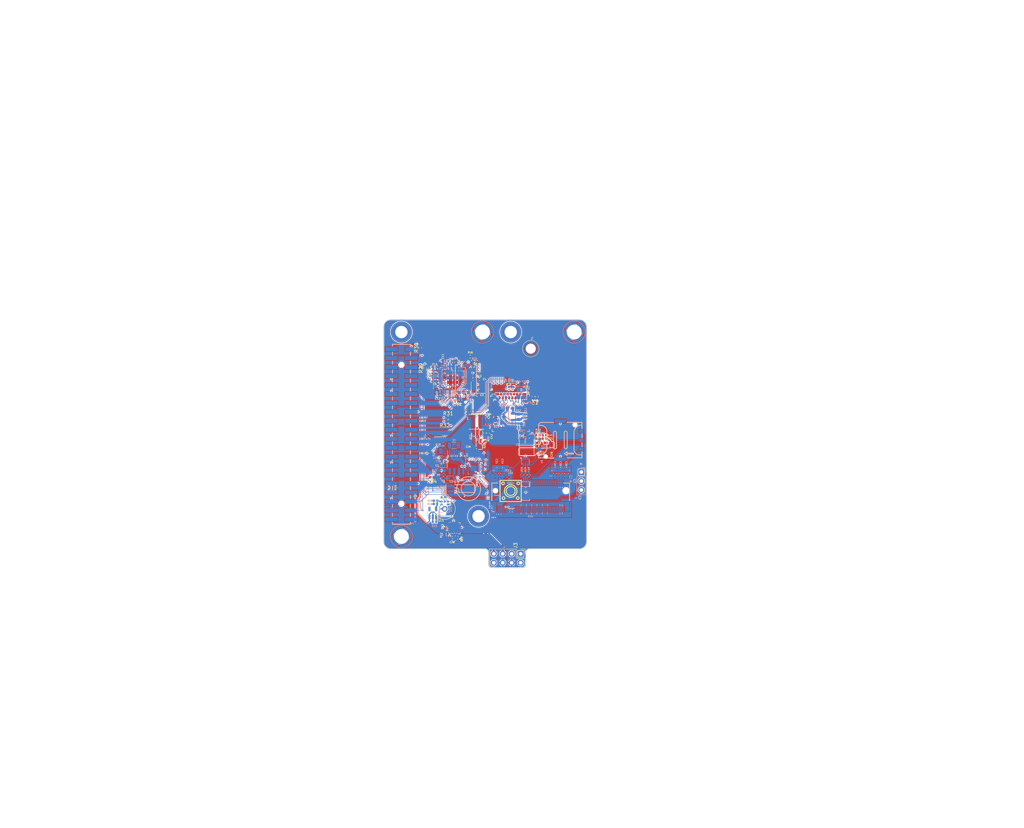
<source format=kicad_pcb>
(kicad_pcb (version 20221018) (generator pcbnew)
  (layers (0 "F.Cu" signal) (1 "In1.Cu" signal) (2 "In2.Cu" signal) (31 "B.Cu" signal) (34 "B.Paste" user) (35 "F.Paste" user) (36 "B.SilkS" user "B.Silkscreen") (37 "F.SilkS" user "F.Silkscreen") (38 "B.Mask" user) (39 "F.Mask" user) (44 "Edge.Cuts" user))
  (net 0 "")
  (net 1 "GND")
  (net 2 "+3V3")
  (net 3 "+1V1")
  (net 4 "+1V2")
  (net 5 "+3V0")
  (net 6 "+2V8")
  (net 7 "LEPTON_RESET_L")
  (net 8 "/Lepton/FB_3V0")
  (net 9 "/Lepton/FB_1V2")
  (net 10 "LED_G")
  (net 11 "LED_R")
  (net 12 "LED_B")
  (net 13 "BATT_SENSE")
  (net 14 "5V_EN")
  (net 15 "+5V")
  (net 16 "SDA")
  (net 17 "SCL")
  (net 18 "ATtiny_RESET_UPDI")
  (net 19 "Net-(BT1-+)")
  (net 20 "4G_USB_D+")
  (net 21 "4G_USB_D-")
  (net 22 "/Lepton/SW_3V0")
  (net 23 "/Lepton/SW_1V2")
  (net 24 "QSPI_SS")
  (net 25 "LEPTON_SPI_MISO")
  (net 26 "LEPTON_CLK_EN")
  (net 27 "LEPTON_PWR_DWN_L")
  (net 28 "~{W_DISABLE1}")
  (net 29 "LEPTON_SPI_CS")
  (net 30 "LEPTON_SPI_SCLK")
  (net 31 "LEPTON_SPI_MOSI")
  (net 32 "LEPTON_I2C_SDA")
  (net 33 "LEPTON_I2C_SCL")
  (net 34 "LEPTON_VSYNC")
  (net 35 "MEM_SPI_MISO")
  (net 36 "Net-(U3-XIN)")
  (net 37 "MEM_SPI_SCLK")
  (net 38 "MEM_SPI_MOSI")
  (net 39 "RPI_SPI_MOSI")
  (net 40 "RPI_SPI_CS")
  (net 41 "RPI_SPI_SCLK")
  (net 42 "RPI_SPI_MISO")
  (net 43 "QSPI_SD1")
  (net 44 "QSPI_SD2")
  (net 45 "QSPI_SD0")
  (net 46 "QSPI_SCLK")
  (net 47 "QSPI_SD3")
  (net 48 "LEPTON_POWER_EN")
  (net 49 "4G_POWER_ON")
  (net 50 "SW_CLK")
  (net 51 "SWD")
  (net 52 "Net-(U3-XOUT)")
  (net 53 "MEM_SPI_~{CS}")
  (net 54 "Net-(Card1-VCC)")
  (net 55 "+3V3_Lin")
  (net 56 "Net-(Card1-RST)")
  (net 57 "Net-(Card1-CLK)")
  (net 59 "Net-(Card1-I{slash}O)")
  (net 60 "Net-(D2-K)")
  (net 62 "Net-(J4-GPIO14{slash}TXD)")
  (net 63 "Net-(J4-GPIO18{slash}PWM0)")
  (net 65 "RUN")
  (net 76 "Net-(U1-PA3)")
  (net 77 "Net-(U1-PA4)")
  (net 78 "Net-(U1-PA5)")
  (net 79 "SPEAKER_SD_MODE")
  (net 80 "Net-(U13-~{SD_MODE})")
  (net 81 "Net-(U13-GAIN_SLOT)")
  (net 82 "Net-(U8-SPI_MISO)")
  (net 83 "Net-(U12-USIM_RST)")
  (net 84 "Net-(U12-USIM_CLK)")
  (net 85 "Net-(U12-USIM_DATA)")
  (net 86 "Net-(U14-DATA)")
  (net 87 "Net-(J4-SCLK0{slash}GPIO11)")
  (net 88 "Net-(U1-PC2)")
  (net 89 "Net-(U1-PC3)")
  (net 90 "Net-(U1-PA1)")
  (net 91 "Net-(U1-PB2)")
  (net 92 "Net-(U1-PB3)")
  (net 93 "Net-(U1-PB4)")
  (net 94 "Net-(U1-PB5)")
  (net 95 "Net-(U3-GPIO0)")
  (net 96 "Net-(U3-GPIO1)")
  (net 97 "Net-(U3-GPIO2)")
  (net 98 "Net-(U3-GPIO3)")
  (net 99 "Net-(U3-GPIO4)")
  (net 100 "Net-(U3-GPIO16)")
  (net 101 "Net-(U4-~{WP}{slash}IO2)")
  (net 102 "~{RTC_INT}")
  (net 103 "Net-(U4-~{HOLD}{slash}IO3)")
  (net 104 "Net-(U6-OSCI)")
  (net 105 "Net-(U6-OSCO)")
  (net 106 "/USB_D-")
  (net 107 "/USB_D+")
  (net 113 "RTC_BT_SENSE")
  (net 118 "Net-(J4-~{CE0}{slash}GPIO8)")
  (net 119 "LEPTON_MASTER_CLK")
  (net 120 "Net-(U1-PA7)")
  (net 164 "RPI_PING")
  (net 167 "Net-(J4-GPIO19{slash}MISO1)")
  (net 170 "SPEAKER_+")
  (net 171 "SPEAKER_-")
  (net 174 "I2S_DIN")
  (net 175 "I2S_BCLK")
  (net 179 "Net-(U3-GPIO17)")
  (net 180 "Net-(U5-ALERT)")
  (net 181 "Net-(U5-~{RESET})")
  (net 182 "Net-(U6-CLKO)")
  (net 184 "Net-(J4-GPIO21{slash}SCLK1)")
  (net 185 "Net-(J4-MOSI0{slash}GPIO10)")
  (net 186 "BOOT_MODE")
  (net 187 "I2S_LRCLK")
  (net 188 "I2S_DOUT")
  (net 189 "Net-(D3-K)")
  (net 191 "Net-(R20-Pad2)")
  (footprint "cacophony-library:TP" (layer "F.Cu") (at 122.07 80.285 180)
    (fp_text reference "TP27" hide)
    (fp_text value "TestPoint" hide)
  )
  (footprint "Capacitor_SMD:C_0402_1005Metric" (layer "F.Cu") (at 111.19 89.265 180)
    (fp_text reference "C12")
    (fp_text value "220nF")
  )
  (footprint "Capacitor_SMD:C_0402_1005Metric" (layer "F.Cu") (at 124.596884 99.6542 90)
    (fp_text reference "C42")
    (fp_text value "12pF")
  )
  (footprint "Capacitor_SMD:C_0402_1005Metric" (layer "F.Cu") (at 109.5 80.94 180)
    (fp_text reference "C15")
    (fp_text value "220nF")
  )
  (footprint "cacophony-library:TP" (layer "F.Cu") (at 107.64 82.715 180)
    (fp_text reference "TP46" hide)
    (fp_text value "TestPoint" hide)
  )
  (footprint "Resistor_SMD:R_0603_1608Metric" (layer "F.Cu") (at 112.175 128.645 90)
    (fp_text reference "R12")
    (fp_text value "1M")
  )
  (footprint "cacophony-library:TP" (layer "F.Cu") (at 112.56 91.61 180)
    (fp_text reference "TP13" hide)
    (fp_text value "TestPoint" hide)
  )
  (footprint "Resistor_SMD:R_0402_1005Metric" (layer "F.Cu") (at 138.7 100.27 180)
    (fp_text reference "R33")
    (fp_text value "10k")
  )
  (footprint "Package_DFN_QFN:TQFN-16-1EP_3x3mm_P0.5mm_EP1.6x1.6mm" (layer "F.Cu") (at 115.05 126.67)
    (fp_text reference "U13")
    (fp_text value "MAX98357")
  )
  (footprint "Resistor_SMD:R_0402_1005Metric" (layer "F.Cu") (at 135.27 87.485)
    (fp_text reference "R18")
    (fp_text value "100k")
  )
  (footprint "Resistor_SMD:R_0402_1005Metric" (layer "F.Cu") (at 112.425 126.22 -90)
    (fp_text reference "R13")
    (fp_text value "100k")
  )
  (footprint "Capacitor_SMD:C_0402_1005Metric" (layer "F.Cu") (at 109.5 84.99 180)
    (fp_text reference "C5")
    (fp_text value "220nF")
  )
  (footprint "cacophony-library:power-pcb" (layer "F.Cu") (at 133.81 133.9 -90)
    (fp_text reference "J3")
    (fp_text value "Conn_02x04_Odd_Even")
  )
  (footprint "Crystal:Crystal_SMD_3225-4Pin_3.2x2.5mm" (layer "F.Cu") (at 121.765 86.71)
    (fp_text reference "Y1")
    (fp_text value "Crystal_GND24")
  )
  (footprint "cacophony-library:TP" (layer "F.Cu") (at 107.64 81.865 180)
    (fp_text reference "TP9" hide)
    (fp_text value "TestPoint" hide)
  )
  (footprint "Capacitor_SMD:C_0402_1005Metric" (layer "F.Cu") (at 137.46 89.315 -90)
    (fp_text reference "C27")
    (fp_text value "220nF")
  )
  (footprint "Capacitor_SMD:C_0603_1608Metric" (layer "F.Cu") (at 124.331884 97.1842 -90)
    (fp_text reference "C31")
    (fp_text value "10uF")
  )
  (footprint "Resistor_SMD:R_0402_1005Metric" (layer "F.Cu") (at 138.713 101.223 180)
    (fp_text reference "R20")
    (fp_text value "390k")
  )
  (footprint "Capacitor_SMD:C_0402_1005Metric" (layer "F.Cu") (at 109.5 84.06 180)
    (fp_text reference "C14")
    (fp_text value "220nF")
  )
  (footprint "Capacitor_SMD:C_0603_1608Metric" (layer "F.Cu") (at 142.593 103.583 90)
    (fp_text reference "C25")
    (fp_text value "10uF")
  )
  (footprint "cacophony-library:LED-ARRAY-SMD_4P-L1.6-W1.5-TL_NH-B1515RGBA" (layer "F.Cu") (at 131.17 86.225)
    (fp_text reference "LED1")
    (fp_text value "NH-B1515RGBA-HF")
  )
  (footprint "Resistor_SMD:R_0402_1005Metric" (layer "F.Cu") (at 113.26 96.35)
    (fp_text reference "R32")
    (fp_text value "22ohm")
  )
  (footprint "Capacitor_SMD:C_0402_1005Metric" (layer "F.Cu") (at 122.155 84.43)
    (fp_text reference "C4")
    (fp_text value "12pF")
  )
  (footprint "Capacitor_SMD:C_0402_1005Metric" (layer "F.Cu") (at 115.32 89.9 -90)
    (fp_text reference "C8")
    (fp_text value "220nF")
  )
  (footprint "cacophony-library:Mouning_Hole_M3" (layer "F.Cu") (at 131 71)
    (fp_text reference "H1" hide)
    (fp_text value "MountingHole")
  )
  (footprint "Resistor_SMD:R_0402_1005Metric" (layer "F.Cu") (at 123.656884 101.5242 -90)
    (fp_text reference "R23")
    (fp_text value "100k")
  )
  (footprint "Resistor_SMD:R_0402_1005Metric" (layer "F.Cu") (at 138.44 89.305 90)
    (fp_text reference "R19")
    (fp_text value "100k")
  )
  (footprint "cacophony-library:TP" (layer "F.Cu") (at 117.68 89.17 180)
    (fp_text reference "TP40" hide)
    (fp_text value "TestPoint" hide)
  )
  (footprint "cacophony-library:KEY-SMD_4P-L6.0-W6.0-P3.90-LS9.0" (layer "F.Cu") (at 130.98 116.08)
    (fp_text reference "SW2")
    (fp_text value "K2-6639SP-M4SC-04")
  )
  (footprint "cacophony-library:Mouning_Hole_M3" (layer "F.Cu") (at 100 71)
    (fp_text reference "H2" hide)
    (fp_text value "MountingHole")
  )
  (footprint "cacophony-library:TP" (layer "F.Cu") (at 112.08 90.87 180)
    (fp_text reference "TP12" hide)
    (fp_text value "TestPoint" hide)
  )
  (footprint "cacophony-library:MOLEX_105028-1001" (layer "F.Cu") (at 131 93.925)
    (fp_text reference "U8")
    (fp_text value "Flir_LEPTON")
  )
  (footprint "cacophony-library:Mouning_Hole_M3" (layer "F.Cu") (at 121.88 123.24)
    (fp_text reference "H3" hide)
    (fp_text value "MountingHole")
  )
  (footprint "Capacitor_SMD:C_0402_1005Metric" (layer "F.Cu") (at 121.475 88.925 180)
    (fp_text reference "C3")
    (fp_text value "12pF")
  )
  (footprint "cacophony-library:TP" (layer "F.Cu") (at 122.07 81.135 180)
    (fp_text reference "TP26" hide)
    (fp_text value "TestPoint" hide)
  )
  (footprint "Resistor_SMD:R_0402_1005Metric" (layer "F.Cu") (at 140.583 101.223)
    (fp_text reference "R21")
    (fp_text value "100k")
  )
  (footprint "Capacitor_SMD:C_0402_1005Metric" (layer "F.Cu") (at 120.285 83.48)
    (fp_text reference "C6")
    (fp_text value "220nF")
  )
  (footprint "Resistor_SMD:R_0402_1005Metric" (layer "F.Cu") (at 108.65 112.23 180)
    (fp_text reference "R34")
    (fp_text value "22ohm")
  )
  (footprint "Resistor_SMD:R_0402_1005Metric" (layer "F.Cu") (at 123.656884 99.6442 90)
    (fp_text reference "R22")
    (fp_text value "100k")
  )
  (footprint "Capacitor_SMD:C_0402_1005Metric" (layer "F.Cu") (at 116.35 129.72 -90)
    (fp_text reference "C29")
    (fp_text value "220nF")
  )
  (footprint "Resistor_SMD:R_0402_1005Metric" (layer "F.Cu") (at 119.52 77.97)
    (fp_text reference "R16")
    (fp_text value "22ohm")
  )
  (footprint "Capacitor_SMD:C_0402_1005Metric" (layer "F.Cu") (at 109.5 81.87 180)
    (fp_text reference "C9")
    (fp_text value "1u")
  )
  (footprint "cacophony-library:SMD_BD4.4-L4.4-D2.8" (layer "F.Cu") (at 136.67 75.71 90)
    (fp_text reference "J7")
    (fp_text value "Screw_Terminal_01x01")
  )
  (footprint "Capacitor_SMD:C_0402_1005Metric" (layer "F.Cu") (at 111.75 79.59 90)
    (fp_text reference "C11")
    (fp_text value "220nF")
  )
  (footprint "Package_TO_SOT_SMD:TSOT-23-5" (layer "F.Cu") (at 139.793 103.403)
    (fp_text reference "U10")
    (fp_text value "TD6810")
  )
  (footprint "Package_TO_SOT_SMD:TSOT-23-5" (layer "F.Cu") (at 121.471884 100.7592 -90)
    (fp_text reference "U11")
    (fp_text value "TD6810")
  )
  (footprint "Capacitor_SMD:C_0402_1005Metric" (layer "F.Cu") (at 109.5 82.8 180)
    (fp_text reference "C7")
    (fp_text value "1u")
  )
  (footprint "Resistor_SMD:R_0402_1005Metric" (layer "F.Cu") (at 113.26 95.26)
    (fp_text reference "R31")
    (fp_text value "22ohm")
  )
  (footprint "cacophony-library:RP2040-QFN-56" (layer "F.Cu") (at 114.54 84.63 90)
    (fp_text reference "U3")
    (fp_text value "RP2040")
  )
  (footprint "Capacitor_SMD:C_0402_1005Metric" (layer "F.Cu") (at 115.54 79.59 90)
    (fp_text reference "C10")
    (fp_text value "220nF")
  )
  (footprint "cacophony-library:IND-SMD_L4.0-W4.0_SWPA4018S" (layer "F.Cu") (at 135.533 103.603 -90)
    (fp_text reference "L1")
    (fp_text value "4.7uH")
  )
  (footprint "Resistor_SMD:R_0402_1005Metric" (layer "F.Cu") (at 116.68 90.28 -90)
    (fp_text reference "R9")
    (fp_text value "100k")
  )
  (footprint "cacophony-library:TP" (layer "F.Cu") (at 111.07 90.87 180)
    (fp_text reference "TP10" hide)
    (fp_text value "TestPoint" hide)
  )
  (footprint "Capacitor_SMD:C_0603_1608Metric" (layer "F.Cu") (at 136.258 100.563)
    (fp_text reference "C30")
    (fp_text value "10uF")
  )
  (footprint "Resistor_SMD:R_0402_1005Metric" (layer "F.Cu") (at 105.41 75.44 90)
    (fp_text reference "R30")
    (fp_text value "22ohm")
  )
  (footprint "Capacitor_SMD:C_0603_1608Metric" (layer "F.Cu") (at 114.4 129.545 180)
    (fp_text reference "C28")
    (fp_text value "10uF")
  )
  (footprint "Capacitor_SMD:C_0402_1005Metric" (layer "F.Cu") (at 120.285 84.43)
    (fp_text reference "C13")
    (fp_text value "220nF")
  )
  (footprint "cacophony-library:IND-SMD_L4.0-W4.0_SWPA4018S" (layer "F.Cu") (at 121.261884 96.4842 180)
    (fp_text reference "L2")
    (fp_text value "4.7uH")
  )
  (footprint "Resistor_SMD:R_0402_1005Metric" (layer "F.Cu") (at 106.72 81.24 90)
    (fp_text reference "R29")
    (fp_text value "22ohm")
  )
  (footprint "Resistor_SMD:R_0402_1005Metric" (layer "F.Cu") (at 97.2 115.16 -90)
    (fp_text reference "R15")
    (fp_text value "1k")
  )
  (footprint "Capacitor_SMD:C_0603_1608Metric" (layer "F.Cu") (at 121.266884 103.5542)
    (fp_text reference "C26")
    (fp_text value "10uF")
  )
  (footprint "Capacitor_SMD:C_0402_1005Metric" (layer "F.Cu") (at 140.56 100.26)
    (fp_text reference "C41")
    (fp_text value "12pF")
  )
  (footprint "cacophony-library:TP" (layer "F.Cu") (at 122.07 81.985 180)
    (fp_text reference "TP8" hide)
    (fp_text value "TestPoint" hide)
  )
  (footprint "cacophony-library:TP" (layer "F.Cu") (at 107.64 83.58 180)
    (fp_text reference "TP47" hide)
    (fp_text value "TestPoint" hide)
  )
  (footprint "cacophony-library:TP" (layer "F.Cu") (at 113.08 90.87 180)
    (fp_text reference "TP14" hide)
    (fp_text value "TestPoint" hide)
  )
  (footprint "cacophony-library:TP" (layer "F.Cu") (at 111.59 91.61 180)
    (fp_text reference "TP11" hide)
    (fp_text value "TestPoint" hide)
  )
  (footprint "cacophony-library:TP" (layer "F.Cu") (at 118.95 79.555 180)
    (fp_text reference "TP41" hide)
    (fp_text value "TestPoint" hide)
  )
  (footprint "Resistor_SMD:R_0402_1005Metric" (layer "B.Cu") (at 111.981406 102.722657)
    (fp_text reference "R10")
    (fp_text value "10k")
  )
  (footprint "Resistor_SMD:R_0402_1005Metric" (layer "B.Cu") (at 135.17 111.5 90)
    (fp_text reference "R26")
    (fp_text value "22ohm")
  )
  (footprint "cacophony-library:TP" (layer "B.Cu") (at 115.931406 112.247657)
    (fp_text reference "TP17" hide)
    (fp_text value "TestPoint" hide)
  )
  (footprint "Capacitor_SMD:C_0603_1608Metric" (layer "B.Cu") (at 128.67 111.11 90)
    (fp_text reference "C33")
    (fp_text value "10uF")
  )
  (footprint "Capacitor_SMD:C_0402_1005Metric" (layer "B.Cu") (at 135.258 94.813 90)
    (fp_text reference "C22")
    (fp_text value "220nF")
  )
  (footprint "Resistor_SMD:R_0402_1005Metric" (layer "B.Cu") (at 136.17 111.51 90)
    (fp_text reference "R27")
    (fp_text value "22ohm")
  )
  (footprint "Capacitor_SMD:C_0402_1005Metric" (layer "B.Cu") (at 120.7 79.35)
    (fp_text reference "C16")
    (fp_text value "220nF")
  )
  (footprint "Resistor_SMD:R_0402_1005Metric" (layer "B.Cu") (at 130.57 85.975 -90)
    (fp_text reference "R3")
    (fp_text value "180R")
  )
  (footprint "Resistor_SMD:R_0402_1005Metric" (layer "B.Cu") (at 134.892 85.863 180)
    (fp_text reference "R17")
    (fp_text value "100k")
  )
  (footprint "cacophony-library:TP" (layer "B.Cu") (at 110.581406 106.672657)
    (fp_text reference "TP15" hide)
    (fp_text value "TestPoint" hide)
  )
  (footprint "Resistor_SMD:R_0402_1005Metric" (layer "B.Cu") (at 115.15 89.59)
    (fp_text reference "R1")
    (fp_text value "1k")
  )
  (footprint "Capacitor_SMD:C_0603_1608Metric" (layer "B.Cu") (at 146.77 111.11 90)
    (fp_text reference "C36")
    (fp_text value "10uF")
  )
  (footprint "cacophony-library:SMTSO25" (layer "B.Cu") (at 123 71 180)
    (fp_text reference "J5" hide)
    (fp_text value "Screw_Terminal_01x01")
  )
  (footprint "Resistor_SMD:R_0402_1005Metric" (layer "B.Cu") (at 111.956406 111.522657 180)
    (fp_text reference "R8")
    (fp_text value "1k")
  )
  (footprint "cacophony-library:TP" (layer "B.Cu") (at 122.081406 107.072657)
    (fp_text reference "TP3" hide)
    (fp_text value "TestPoint" hide)
  )
  (footprint "Resistor_SMD:R_0402_1005Metric" (layer "B.Cu") (at 130.52 112.21 180)
    (fp_text reference "R24")
    (fp_text value "100k")
  )
  (footprint "cacophony-library:TP" (layer "B.Cu") (at 119.306406 107.072657)
    (fp_text reference "TP1" hide)
    (fp_text value "TestPoint" hide)
  )
  (footprint "Capacitor_SMD:C_0402_1005Metric" (layer "B.Cu") (at 109.39 124.85625)
    (fp_text reference "C43")
    (fp_text value "1uF")
  )
  (footprint "Capacitor_SMD:C_0402_1005Metric" (layer "B.Cu") (at 130.42 109.57)
    (fp_text reference "C37")
    (fp_text value "220nF")
  )
  (footprint "Sensor_Humidity:Sensirion_DFN-8-1EP_2.5x2.5mm_P0.5mm_EP1.1x1.7mm" (layer "B.Cu") (at 111.206406 104.722657 180)
    (fp_text reference "U5")
    (fp_text value "SHT30-DIS")
  )
  (footprint "cacophony-library:MIC_SPH0645LM4H-B" (layer "B.Cu") (at 112.29 121.15525 180)
    (fp_text reference "U14")
    (fp_text value "SPH0645LM4H")
  )
  (footprint "cacophony-library:RPI_HDR-SMD_40P-P2.54-V-F-R2-C20-S8.7-EH" (layer "B.Cu") (at 100 100)
    (fp_text reference "J4")
    (fp_text value "Raspberry_Pi_2_3")
  )
  (footprint "cacophony-library:CAP-SMD_FL11E" (layer "B.Cu") (at 113.97 115.447657 180)
    (fp_text reference "BT1")
    (fp_text value "Battery_Cell")
  )
  (footprint "cacophony-library:TP" (layer "B.Cu") (at 122.206406 112.772657)
    (fp_text reference "TP7" hide)
    (fp_text value "TestPoint" hide)
  )
  (footprint "Oscillator:Oscillator_SMD_Abracon_ASE-4Pin_3.2x2.5mm" (layer "B.Cu") (at 134 88.345 -90)
    (fp_text reference "U9")
    (fp_text value "3N25000G33YC")
  )
  (footprint "Resistor_SMD:R_0402_1005Metric" (layer "B.Cu") (at 131.52 85.975 -90)
    (fp_text reference "R4")
    (fp_text value "180R")
  )
  (footprint "Capacitor_SMD:C_0402_1005Metric" (layer "B.Cu") (at 133.698 98.233 180)
    (fp_text reference "C20")
    (fp_text value "220nF")
  )
  (footprint "cacophony-library:M.2" (layer "B.Cu") (at 136.67 117.4975)
    (fp_text reference "U12")
    (fp_text value "SIM7600G-H-M.2")
  )
  (footprint "Package_SO:SOIC-8_5.23x5.23mm_P1.27mm" (layer "B.Cu") (at 111.815 84.35 90)
    (fp_text reference "U2")
    (fp_text value "W25Q128JVS")
  )
  (footprint "Capacitor_SMD:C_0402_1005Metric" (layer "B.Cu") (at 126.66 96.625 -90)
    (fp_text reference "C19")
    (fp_text value "220nF")
  )
  (footprint "cacophony-library:SMTSO25" (layer "B.Cu") (at 100 129 180)
    (fp_text reference "J6" hide)
    (fp_text value "Screw_Terminal_01x01")
  )
  (footprint "cacophony-library:SOT-363_L2.0-W1.3-P0.65-LS2.1-BR" (layer "B.Cu") (at 135.1725 107.7875 90)
    (fp_text reference "D4")
    (fp_text value "SMF05CT1G")
  )
  (footprint "Resistor_SMD:R_0402_1005Metric" (layer "B.Cu") (at 123.081406 108.197657 90)
    (fp_text reference "R6")
    (fp_text value "100k")
  )
  (footprint "Resistor_SMD:R_0402_1005Metric" (layer "B.Cu") (at 111.956406 112.472657)
    (fp_text reference "R7")
    (fp_text value "1k")
  )
  (footprint "cacophony-library:SIM-SMD_SMN-304" (layer "B.Cu") (at 145.07 101.66 -90)
    (fp_text reference "Card1")
    (fp_text value "SIM-Nano")
  )
  (footprint "Diode_SMD:D_SOD-523" (layer "B.Cu") (at 114.181406 112.447657)
    (fp_text reference "D2")
    (fp_text value "D")
  )
  (footprint "cacophony-library:TP" (layer "B.Cu") (at 124.056406 114.647657)
    (fp_text reference "TP4" hide)
    (fp_text value "TestPoint" hide)
  )
  (footprint "Resistor_SMD:R_0402_1005Metric" (layer "B.Cu") (at 111.915 117.88125)
    (fp_text reference "R28")
    (fp_text value "22ohm")
  )
  (footprint "Resistor_SMD:R_0402_1005Metric" (layer "B.Cu") (at 113.22 89.585)
    (fp_text reference "R2")
    (fp_text value "DNF")
  )
  (footprint "Diode_SMD:D_SOD-523" (layer "B.Cu") (at 111.656406 108.847657 180)
    (fp_text reference "D3")
    (fp_text value "D")
  )
  (footprint "Capacitor_SMD:C_0603_1608Metric" (layer "B.Cu") (at 130.808 92.598)
    (fp_text reference "C21")
    (fp_text value "10uF")
  )
  (footprint "Capacitor_SMD:C_0402_1005Metric" (layer "B.Cu") (at 133.032 85.863 180)
    (fp_text reference "C24")
    (fp_text value "220nF")
  )
  (footprint "Package_TO_SOT_SMD:SOT-23-5" (layer "B.Cu") (at 108.91 122.33125 90)
    (fp_text reference "U15")
    (fp_text value "ME6211")
  )
  (footprint "cacophony-library:TP" (layer "B.Cu") (at 120.181406 107.047657)
    (fp_text reference "TP2" hide)
    (fp_text value "TestPoint" hide)
  )
  (footprint "Capacitor_SMD:C_0402_1005Metric" (layer "B.Cu") (at 123.056406 110.322657 -90)
    (fp_text reference "C1")
    (fp_text value "220nF")
  )
  (footprint "cacophony-library:SMTSO25" (layer "B.Cu") (at 149 71 180)
    (fp_text reference "J1" hide)
    (fp_text value "Screw_Terminal_01x01")
  )
  (footprint "Capacitor_SMD:C_0603_1608Metric" (layer "B.Cu") (at 143.57 111.11 90)
    (fp_text reference "C34")
    (fp_text value "10uF")
  )
  (footprint "Resistor_SMD:R_0402_1005Metric" (layer "B.Cu") (at 134.17 111.51 90)
    (fp_text reference "R25")
    (fp_text value "22ohm")
  )
  (footprint "cacophony-library:U-PDFN-8_L6.0-W8.0-P1.27-BL" (layer "B.Cu") (at 118.31 84.3225 180)
    (fp_text reference "U4")
    (fp_text value "MT29F2G01ABAGDWB-IT")
  )
  (footprint "Package_DFN_QFN:VQFN-20-1EP_3x3mm_P0.4mm_EP1.7x1.7mm" (layer "B.Cu") (at 120.456406 109.615 180)
    (fp_text reference "U1")
    (fp_text value "ATtiny1616-M")
  )
  (footprint "cacophony-library:TP" (layer "B.Cu") (at 122.806406 113.397657)
    (fp_text reference "TP6" hide)
    (fp_text value "TestPoint" hide)
  )
  (footprint "Capacitor_SMD:C_0603_1608Metric" (layer "B.Cu") (at 145.17 111.11 90)
    (fp_text reference "C35")
    (fp_text value "10uF")
  )
  (footprint "Capacitor_SMD:C_0603_1608Metric" (layer "B.Cu") (at 111.431406 110.29 180)
    (fp_text reference "C18")
    (fp_text value "10uF")
  )
  (footprint "Capacitor_SMD:C_0603_1608Metric" (layer "B.Cu") (at 133.218 95.038 90)
    (fp_text reference "C23")
    (fp_text value "10uF")
  )
  (footprint "cacophony-library:TP" (layer "B.Cu") (at 123.431406 114.022657)
    (fp_text reference "TP5" hide)
    (fp_text value "TestPoint" hide)
  )
  (footprint "Capacitor_SMD:C_0402_1005Metric" (layer "B.Cu") (at 109.685 118.83125)
    (fp_text reference "C39")
    (fp_text value "12pF")
  )
  (footprint "Resistor_SMD:R_0402_1005Metric" (layer "B.Cu") (at 111.981406 106.722657)
    (fp_text reference "R11")
    (fp_text value "10k")
  )
  (footprint "Resistor_SMD:R_0402_1005Metric" (layer "B.Cu") (at 107.59 100.54)
    (fp_text reference "R14")
    (fp_text value "22ohm")
  )
  (footprint "Capacitor_SMD:C_0402_1005Metric" (layer "B.Cu") (at 111.981406 107.672657 180)
    (fp_text reference "C17")
    (fp_text value "220nF")
  )
  (footprint "Capacitor_SMD:C_0603_1608Metric" (layer "B.Cu") (at 127.07 111.11 90)
    (fp_text reference "C32")
    (fp_text value "10uF")
  )
  (footprint "Package_SO:SOIC-8_3.9x4.9mm_P1.27mm" (layer "B.Cu") (at 115.635 108.015 -90)
    (fp_text reference "U6")
    (fp_text value "PCF8563T")
  )
  (footprint "Package_TO_SOT_SMD:TSOT-23" (layer "B.Cu") (at 130.308 95.038 180)
    (fp_text reference "U7")
    (fp_text value "ME6216A28XG")
  )
  (footprint "Crystal:Crystal_SMD_3215-2Pin_3.2x1.5mm" (layer "B.Cu") (at 114.931406 103.147657)
    (fp_text reference "Y2")
    (fp_text value "Crystal")
  )
  (footprint "cacophony-library:TP" (layer "B.Cu") (at 115.97 91.37 180)
    (fp_text reference "TP44" hide)
    (fp_text value "TestPoint" hide)
  )
  (footprint "Connector_PinHeader_2.54mm:PinHeader_1x03_P2.54mm_Vertical" (layer "B.Cu") (at 151.02 110.73 180)
    (fp_text reference "J8")
    (fp_text value "Conn_01x03")
  )
  (footprint "Capacitor_SMD:C_0402_1005Metric" (layer "B.Cu") (at 113.75 79.21 180)
    (fp_text reference "C2")
    (fp_text value "220nF")
  )
  (footprint "cacophony-library:TP" (layer "B.Cu") (at 109.056406 104.697657)
    (fp_text reference "TP16" hide)
    (fp_text value "TestPoint" hide)
  )
  (footprint "Capacitor_SMD:C_0402_1005Metric" (layer "B.Cu") (at 109.69 119.78125)
    (fp_text reference "C38")
    (fp_text value "220nF")
  )
  (footprint "Resistor_SMD:R_0402_1005Metric" (layer "B.Cu") (at 129.62 85.975 -90)
    (fp_text reference "R5")
    (fp_text value "180R")
  )
  (gr_arc (start 97 132.5) (mid 95.585786 131.914214) (end 95 130.5) (stroke (width 0.2)) (layer "Edge.Cuts"))
  (gr_arc (start 123.7 132.5) (mid 124.407107 132.792893) (end 124.7 133.5) (stroke (width 0.2)) (layer "Edge.Cuts"))
  (gr_arc (start 135.3 136.9) (mid 135.007107 137.607107) (end 134.3 137.9) (stroke (width 0.2)) (layer "Edge.Cuts"))
  (gr_arc (start 150.5 67.5) (mid 151.914214 68.085786) (end 152.5 69.5) (stroke (width 0.2)) (layer "Edge.Cuts"))
  (gr_line (start 136.3 132.5) (end 150.5 132.5) (stroke (width 0.2)) (layer "Edge.Cuts"))
  (gr_line (start 97 132.5) (end 123.7 132.5) (stroke (width 0.2)) (layer "Edge.Cuts"))
  (gr_line (start 152.5 130.5) (end 152.5 69.5) (stroke (width 0.2)) (layer "Edge.Cuts"))
  (gr_arc (start 152.5 130.5) (mid 151.914214 131.914214) (end 150.5 132.5) (stroke (width 0.2)) (layer "Edge.Cuts"))
  (gr_arc (start 125.7 137.9) (mid 124.992893 137.607107) (end 124.7 136.9) (stroke (width 0.2)) (layer "Edge.Cuts"))
  (gr_arc (start 95 69.5) (mid 95.585786 68.085786) (end 97 67.5) (stroke (width 0.2)) (layer "Edge.Cuts"))
  (gr_line (start 130 137.9) (end 134.3 137.9) (stroke (width 0.2)) (layer "Edge.Cuts"))
  (gr_line (start 124.7 133.5) (end 124.7 136.9) (stroke (width 0.2)) (layer "Edge.Cuts"))
  (gr_line (start 95 69.5) (end 95 130.5) (stroke (width 0.2)) (layer "Edge.Cuts"))
  (gr_line (start 125.7 137.9) (end 130 137.9) (stroke (width 0.2)) (layer "Edge.Cuts"))
  (gr_line (start 135.3 136.9) (end 135.3 133.5) (stroke (width 0.2)) (layer "Edge.Cuts"))
  (gr_arc (start 135.3 133.5) (mid 135.592893 132.792893) (end 136.3 132.5) (stroke (width 0.2)) (layer "Edge.Cuts"))
  (gr_line (start 150.5 67.5) (end 97 67.5) (stroke (width 0.2)) (layer "Edge.Cuts"))
  (gr_text "D-" (at 151.2 118.6) (layer "B.SilkS") (effects (font (size 1 1)) (justify left bottom mirror)))
  (gr_text "D+" (at 149.71 113.84) (layer "B.SilkS") (effects (font (size 1 1)) (justify left bottom mirror)))
  (segment (start 115.32 90.91) (end 115.21 91.02) (width 0.12) (layer "F.Cu") (net 1))
  (segment (start 135.28 114.13) (end 135.28 116.41) (width 0.12) (layer "F.Cu") (net 1))
  (segment (start 142.593 102.293) (end 142.593 102.808) (width 0.3) (layer "F.Cu") (net 1))
  (segment (start 141.998 103.403) (end 142.593 102.808) (width 0.3) (layer "F.Cu") (net 1))
  (segment (start 138.6555 103.403) (end 139.597 103.403) (width 0.3) (layer "F.Cu") (net 1))
  (segment (start 112.425 126.73) (end 112.3925 126.73) (width 0.2) (layer "F.Cu") (net 1))
  (segment (start 122.865 87.56) (end 121.995 87.56) (width 0.2) (layer "F.Cu") (net 1))
  (segment (start 127.346 95.275) (end 127.358 95.263) (width 0.3) (layer "F.Cu") (net 1))
  (segment (start 110.71 89.265) (end 110.045 89.265) (width 0.12) (layer "F.Cu") (net 1))
  (segment (start 134.15 89.615) (end 134.15 91.5) (width 0.12) (layer "F.Cu") (net 1))
  (segment (start 135.28 116.41) (end 135.3 116.43) (width 0.12) (layer "F.Cu") (net 1))
  (segment (start 139.803 103.403) (end 140.097 103.403) (width 0.3) (layer "F.Cu") (net 1))
  (segment (start 121.675 84.43) (end 121.675 83.88) (width 0.2) (layer "F.Cu") (net 1))
  (segment (start 109.02 84.99) (end 108.51 84.99) (width 0.12) (layer "F.Cu") (net 1))
  (segment (start 111.2 79.11) (end 111.19 79.12) (width 0.12) (layer "F.Cu") (net 1))
  (segment (start 115.51 78.58) (end 115.51 79.08) (width 0.12) (layer "F.Cu") (net 1))
  (segment (start 140.803 103.403) (end 141.097 103.403) (width 0.3) (layer "F.Cu") (net 1))
  (segment (start 129.65 90.25) (end 129.55 90.35) (width 0.12) (layer "F.Cu") (net 1))
  (segment (start 122.596084 103) (end 122.041884 103.5542) (width 0.3) (layer "F.Cu") (net 1))
  (segment (start 114.8 126.92) (end 115.05 126.67) (width 0.2) (layer "F.Cu") (net 1))
  (segment (start 113.6125 126.92) (end 112.9525 126.92) (width 0.2) (layer "F.Cu") (net 1))
  (segment (start 112.3925 126.73) (end 111.9825 126.32) (width 0.2) (layer "F.Cu") (net 1))
  (segment (start 115.51 79.08) (end 115.54 79.11) (width 0.12) (layer "F.Cu") (net 1))
  (segment (start 123.656884 102.0342) (end 123.561884 102.0342) (width 0.3) (layer "F.Cu") (net 1))
  (segment (start 117.325 85.63) (end 117.315 85.62) (width 0.2) (layer "F.Cu") (net 1))
  (segment (start 126.69 90.775) (end 126.69 90.595) (width 0.3) (layer "F.Cu") (net 1))
  (segment (start 125.011298 97.9592) (end 125.020498 97.95) (width 0.12) (layer "F.Cu") (net 1))
  (segment (start 113.6125 126.92) (end 114.8 126.92) (width 0.2) (layer "F.Cu") (net 1))
  (segment (start 116.35 130.2) (end 116.3925 130.2) (width 0.2) (layer "F.Cu") (net 1))
  (segment (start 113.625 128.8425) (end 113.6225 128.84) (width 0.2) (layer "F.Cu") (net 1))
  (segment (start 122.165 87.56) (end 122.865 87.56) (width 0.2) (layer "F.Cu") (net 1))
  (segment (start 121.995 87.56) (end 121.925 87.49) (width 0.2) (layer "F.Cu") (net 1))
  (segment (start 122.7 103) (end 122.596084 103) (width 0.3) (layer "F.Cu") (net 1))
  (segment (start 129.65 89.615) (end 129.65 90.25) (width 0.12) (layer "F.Cu") (net 1))
  (segment (start 120.765 83.48) (end 121.265 83.48) (width 0.2) (layer "F.Cu") (net 1))
  (segment (start 126.72 97.105) (end 126.69 97.075) (width 0.3) (layer "F.Cu") (net 1))
  (segment (start 114.8 126.42) (end 115.05 126.67) (width 0.2) (layer "F.Cu") (net 1))
  (segment (start 123.561884 102.0342) (end 122.7 102.896084) (width 0.3) (layer "F.Cu") (net 1))
  (segment (start 115.3 126.42) (end 115.05 126.67) (width 0.2) (layer "F.Cu") (net 1))
  (segment (start 109.02 82.8) (end 108.639122 82.8) (width 0.3) (layer "F.Cu") (net 1))
  (segment (start 120.765 84.43) (end 120.765 83.48) (width 0.2) (layer "F.Cu") (net 1))
  (segment (start 139.7 103.3) (end 139.803 103.403) (width 0.3) (layer "F.Cu") (net 1))
  (segment (start 134.495 94.375) (end 134.483 94.363) (width 0.6) (layer "F.Cu") (net 1))
  (segment (start 128.75 97.671) (end 128.758 97.663) (width 0.3) (layer "F.Cu") (net 1))
  (segment (start 141.523 101.223) (end 142.593 102.293) (width 0.3) (layer "F.Cu") (net 1))
  (segment (start 139.597 103.403) (end 139.7 103.3) (width 0.3) (layer "F.Cu") (net 1))
  (segment (start 127.4 97.105) (end 126.72 97.105) (width 0.3) (layer "F.Cu") (net 1))
  (segment (start 132.35 89.615) (end 132.35 90.8) (width 0.12) (layer "F.Cu") (net 1))
  (segment (start 120.665 85.86) (end 121.595 85.86) (width 0.2) (layer "F.Cu") (net 1))
  (segment (start 127.85 98.235) (end 127.85 97.671) (width 0.3) (layer "F.Cu") (net 1))
  (segment (start 140.7 103.3) (end 140.803 103.403) (width 0.3) (layer "F.Cu") (net 1))
  (segment (start 109.02 84.06) (end 109.02 84.99) (width 0.3) (layer "F.Cu") (net 1))
  (segment (start 121.955 87.77) (end 122.165 87.56) (width 0.2) (layer "F.Cu") (net 1))
  (segment (start 141.093 101.223) (end 141.523 101.223) (width 0.3) (layer "F.Cu") (net 1))
  (segment (start 110.045 89.265) (end 110.04 89.26) (width 0.12) (layer "F.Cu") (net 1))
  (segment (start 140.303 103.403) (end 140.597 103.403) (width 0.3) (layer "F.Cu") (net 1))
  (segment (start 140.097 103.403) (end 140.2 103.3) (width 0.3) (layer "F.Cu") (net 1))
  (segment (start 109.02 81.87) (end 108.52 81.87) (width 0.3) (layer "F.Cu") (net 1))
  (segment (start 126.69 90.595) (end 126.458 90.363) (width 0.3) (layer "F.Cu") (net 1))
  (segment (start 121.955 88.925) (end 121.955 87.77) (width 0.2) (layer "F.Cu") (net 1))
  (segment (start 121.265 83.48) (end 121.275 83.47) (width 0.2) (layer "F.Cu") (net 1))
  (segment (start 109.02 82.8) (end 109.02 81.87) (width 0.3) (layer "F.Cu") (net 1))
  (segment (start 116.3925 130.2) (end 116.7925 129.8) (width 0.2) (layer "F.Cu") (net 1))
  (segment (start 112.425 126.73) (end 112.615 126.92) (width 0.2) (layer "F.Cu") (net 1))
  (segment (start 135.31 96.175) (end 134.775 96.175) (width 0.12) (layer "F.Cu") (net 1))
  (segment (start 114.8 124.5725) (end 114.8025 124.57) (width 0.2) (layer "F.Cu") (net 1))
  (segment (start 114.8 125.2325) (end 114.8 124.5725) (width 0.2) (layer "F.Cu") (net 1))
  (segment (start 122.7 102.896084) (end 122.7 103) (width 0.3) (layer "F.Cu") (net 1))
  (segment (start 135.31 94.375) (end 134.495 94.375) (width 0.6) (layer "F.Cu") (net 1))
  (segment (start 108.52 81.87) (end 108.51 81.88) (width 0.3) (layer "F.Cu") (net 1))
  (segment (start 116.4875 126.42) (end 115.3 126.42) (width 0.2) (layer "F.Cu") (net 1))
  (segment (start 140.597 103.403) (end 140.7 103.3) (width 0.3) (layer "F.Cu") (net 1))
  (segment (start 116.4875 126.42) (end 117.1425 126.42) (width 0.2) (layer "F.Cu") (net 1))
  (segment (start 134.15 91.5) (end 134.25 91.6) (width 0.12) (layer "F.Cu") (net 1))
  (segment (start 108.639122 82.8) (end 108.514561 82.675439) (width 0.3) (layer "F.Cu") (net 1))
  (segment (start 134.775 96.175) (end 134.65 96.3) (width 0.12) (layer "F.Cu") (net 1))
  (segment (start 117.1425 126.42) (end 117.1525 126.41) (width 0.2) (layer "F.Cu") (net 1))
  (segment (start 126.69 95.275) (end 127.346 95.275) (width 0.3) (layer "F.Cu") (net 1))
  (segment (start 124.331884 97.9592) (end 125.011298 97.9592) (width 0.12) (layer "F.Cu") (net 1))
  (segment (start 141.097 103.403) (end 141.2 103.3) (width 0.3) (layer "F.Cu") (net 1))
  (segment (start 121.675 84.43) (end 120.765 84.43) (width 0.2) (layer "F.Cu") (net 1))
  (segment (start 114.8 125.2325) (end 114.8 126.42) (width 0.2) (layer "F.Cu") (net 1))
  (segment (start 112.615 126.92) (end 112.9525 126.92) (width 0.2) (layer "F.Cu") (net 1))
  (segment (start 113.625 129.545) (end 113.625 128.8425) (width 0.2) (layer "F.Cu") (net 1))
  (segment (start 140.2 103.3) (end 140.303 103.403) (width 0.3) (layer "F.Cu") (net 1))
  (segment (start 137.033 99.867) (end 137.05 99.85) (width 0.12) (layer "F.Cu") (net 1))
  (segment (start 109.02 80.94) (end 108.51 80.94) (width 0.3) (layer "F.Cu") (net 1))
  (segment (start 115.32 90.38) (end 115.32 90.91) (width 0.12) (layer "F.Cu") (net 1))
  (segment (start 109.02 84.06) (end 108.51 84.06) (width 0.3) (layer "F.Cu") (net 1))
  (segment (start 141.303 103.403) (end 141.998 103.403) (width 0.3) (layer "F.Cu") (net 1))
  (segment (start 137.46 90.29) (end 137.45 90.3) (width 0.12) (layer "F.Cu") (net 1))
  (segment (start 141.2 103.3) (end 141.303 103.403) (width 0.3) (layer "F.Cu") (net 1))
  (segment (start 137.033 100.563) (end 137.033 99.867) (width 0.12) (layer "F.Cu") (net 1))
  (segment (start 117.9775 85.63) (end 117.325 85.63) (width 0.2) (layer "F.Cu") (net 1))
  (segment (start 127.85 97.671) (end 127.858 97.663) (width 0.3) (layer "F.Cu") (net 1))
  (segment (start 128.75 98.235) (end 128.75 97.671) (width 0.3) (layer "F.Cu") (net 1))
  (segment (start 132.35 90.8) (end 132.4 90.85) (width 0.12) (layer "F.Cu") (net 1))
  (segment (start 109.02 81.87) (end 109.02 80.94) (width 0.3) (layer "F.Cu") (net 1))
  (segment (start 137.46 89.795) (end 137.46 90.29) (width 0.12) (layer "F.Cu") (net 1))
  (segment (start 111.75 79.11) (end 111.2 79.11) (width 0.12) (layer "F.Cu") (net 1))
  (via (at 127.0495 122.71) (size 0.46) (drill 0.2) (layers "F.Cu" "B.Cu") (net 1))
  (via (at 129.57 110.31) (size 0.46) (drill 0.2) (layers "F.Cu" "B.Cu") (net 1))
  (via (at 127.4 97.105) (size 0.46) (drill 0.2) (layers "F.Cu" "B.Cu") (net 1))
  (via (at 147.67 110.31) (size 0.46) (drill 0.2) (layers "F.Cu" "B.Cu") (net 1))
  (via (at 144.942434 122.550207) (size 0.46) (drill 0.2) (layers "F.Cu" "B.Cu") (net 1))
  (via (at 141.43452 122.550207) (size 0.46) (drill 0.2) (layers "F.Cu" "B.Cu") (net 1))
  (via (at 145.57 120.06) (size 0.46) (drill 0.2) (layers "F.Cu" "B.Cu") (net 1))
  (via (at 126.458 90.363) (size 0.46) (drill 0.2) (layers "F.Cu" "B.Cu") (net 1))
  (via (at 133.924929 122.550207) (size 0.46) (drill 0.2) (layers "F.Cu" "B.Cu") (net 1))
  (via (at 97.2 84.32) (size 0.46) (drill 0.2) (layers "F.Cu" "B.Cu") (net 1))
  (via (at 121.275 83.47) (size 0.46) (drill 0.2) (layers "F.Cu" "B.Cu") (net 1))
  (via (at 111.19 79.12) (size 0.46) (drill 0.2) (layers "F.Cu" "B.Cu") (net 1))
  (via (at 115.251406 116.205) (size 0.46) (drill 0.2) (layers "F.Cu" "B.Cu") (net 1))
  (via (at 104.77 93.64) (size 0.46) (drill 0.2) (layers "F.Cu" "B.Cu") (net 1))
  (via (at 133 85.3) (size 0.46) (drill 0.2) (layers "F.Cu" "B.Cu") (net 1))
  (via (at 143.57 109.41) (size 0.46) (drill 0.2) (layers "F.Cu" "B.Cu") (net 1))
  (via (at 138.435527 122.550207) (size 0.46) (drill 0.2) (layers "F.Cu" "B.Cu") (net 1))
  (via (at 117.003749 105.545) (size 0.46) (drill 0.2) (layers "F.Cu" "B.Cu") (net 1))
  (via (at 130.72 121.31) (size 0.46) (drill 0.2) (layers "F.Cu" "B.Cu") (net 1))
  (via (at 146.77 109.41) (size 0.46) (drill 0.2) (layers "F.Cu" "B.Cu") (net 1))
  (via (at 128.67 109.41) (size 0.46) (drill 0.2) (layers "F.Cu" "B.Cu") (net 1))
  (via (at 137.05 99.85) (size 0.46) (drill 0.2) (layers "F.Cu" "B.Cu") (net 1))
  (via (at 110.04 89.26) (size 0.46) (drill 0.2) (layers "F.Cu" "B.Cu") (net 1))
  (via (at 121.5 100.6) (size 0.46) (drill 0.2) (layers "F.Cu" "B.Cu") (net 1))
  (via (at 140.2 103.3) (size 0.46) (drill 0.2) (layers "F.Cu" "B.Cu") (net 1))
  (via (at 110.033749 103.625) (size 0.46) (drill 0.2) (layers "F.Cu" "B.Cu") (net 1))
  (via (at 128.22 122.71) (size 0.46) (drill 0.2) (layers "F.Cu" "B.Cu") (net 1))
  (via (at 113.72 119.89525) (size 0.46) (drill 0.2) (layers "F.Cu" "B.Cu") (net 1))
  (via (at 130.695 122.01) (size 0.46) (drill 0.2) (layers "F.Cu" "B.Cu") (net 1))
  (via (at 126.17 110.31) (size 0.46) (drill 0.2) (layers "F.Cu" "B.Cu") (net 1))
  (via (at 135.433514 122.550207) (size 0.46) (drill 0.2) (layers "F.Cu" "B.Cu") (net 1))
  (via (at 123.593749 109.845) (size 0.46) (drill 0.2) (layers "F.Cu" "B.Cu") (net 1))
  (via (at 115.51 78.58) (size 0.46) (drill 0.2) (layers "F.Cu" "B.Cu") (net 1))
  (via (at 132.4 90.85) (size 0.46) (drill 0.2) (layers "F.Cu" "B.Cu") (net 1))
  (via (at 135.433514 120.041958) (size 0.46) (drill 0.2) (layers "F.Cu" "B.Cu") (net 1))
  (via (at 108.7 119.78525) (size 0.46) (drill 0.2) (layers "F.Cu" "B.Cu") (net 1))
  (via (at 111.353749 110.285) (size 0.46) (drill 0.2) (layers "F.Cu" "B.Cu") (net 1))
  (via (at 139.941092 120.041958) (size 0.46) (drill 0.2) (layers "F.Cu" "B.Cu") (net 1))
  (via (at 141.2 103.3) (size 0.46) (drill 0.2) (layers "F.Cu" "B.Cu") (net 1))
  (via (at 97.2 118.22) (size 0.46) (drill 0.2) (layers "F.Cu" "B.Cu") (net 1))
  (via (at 97.2 108.06) (size 0.46) (drill 0.2) (layers "F.Cu" "B.Cu") (net 1))
  (via (at 145.1 106.3) (size 0.46) (drill 0.2) (layers "F.Cu" "B.Cu") (net 1))
  (via (at 108.514561 82.675439) (size 0.46) (drill 0.2) (layers "F.Cu" "B.Cu") (net 1))
  (via (at 117.1525 126.41) (size 0.46) (drill 0.2) (layers "F.Cu" "B.Cu") (net 1))
  (via (at 117.315 85.62) (size 0.46) (drill 0.2) (layers "F.Cu" "B.Cu") (net 1))
  (via (at 111.25 121.13525) (size 0.46) (drill 0.2) (layers "F.Cu" "B.Cu") (net 1))
  (via (at 121.5 101.6) (size 0.46) (drill 0.2) (layers "F.Cu" "B.Cu") (net 1))
  (via (at 125.020498 97.95) (size 0.46) (drill 0.2) (layers "F.Cu" "B.Cu") (net 1))
  (via (at 136.942098 120.041958) (size 0.46) (drill 0.2) (layers "F.Cu" "B.Cu") (net 1))
  (via (at 138.98 105.8) (size 0.46) (drill 0.2) (layers "F.Cu" "B.Cu") (net 1))
  (via (at 113.6225 128.84) (size 0.46) (drill 0.2) (layers "F.Cu" "B.Cu") (net 1))
  (via (at 108.51 80.94) (size 0.46) (drill 0.2) (layers "F.Cu" "B.Cu") (net 1))
  (via (at 127.358 95.263) (size 0.46) (drill 0.2) (layers "F.Cu" "B.Cu") (net 1))
  (via (at 131.445 122.01) (size 0.46) (drill 0.2) (layers "F.Cu" "B.Cu") (net 1))
  (via (at 129.55 90.35) (size 0.46) (drill 0.2) (layers "F.Cu" "B.Cu") (net 1))
  (via (at 136.926942 122.550207) (size 0.46) (drill 0.2) (layers "F.Cu" "B.Cu") (net 1))
  (via (at 112.983749 107.675) (size 0.46) (drill 0.2) (layers "F.Cu" "B.Cu") (net 1))
  (via (at 133.2 97.5875) (size 0.46) (drill 0.2) (layers "F.Cu" "B.Cu") (net 1))
  (via (at 133.92 120.06) (size 0.46) (drill 0.2) (layers "F.Cu" "B.Cu") (net 1))
  (via (at 135.18 106.22) (size 0.46) (drill 0.2) (layers "F.Cu" "B.Cu") (net 1))
  (via (at 145.07 97) (size 0.46) (drill 0.2) (layers "F.Cu" "B.Cu") (net 1))
  (via (at 115.21 91.02) (size 0.45) (drill 0.2) (layers "F.Cu" "B.Cu") (net 1))
  (via (at 137.45 90.3) (size 0.46) (drill 0.2) (layers "F.Cu" "B.Cu") (net 1))
  (via (at 108.51 84.99) (size 0.46) (drill 0.2) (layers "F.Cu" "B.Cu") (net 1))
  (via (at 108.51 81.88) (size 0.46) (drill 0.2) (layers "F.Cu" "B.Cu") (net 1))
  (via (at 122.7 103) (size 0.46) (drill 0.2) (layers "F.Cu" "B.Cu") (net 1))
  (via (at 145.17 109.41) (size 0.46) (drill 0.2) (layers "F.Cu" "B.Cu") (net 1))
  (via (at 134.483 94.363) (size 0.46) (drill 0.2) (layers "F.Cu" "B.Cu") (net 1))
  (via (at 135.3 116.43) (size 0.46) (drill 0.2) (layers "F.Cu" "B.Cu") (net 1))
  (via (at 127.57 122.71) (size 0.46) (drill 0.2) (layers "F.Cu" "B.Cu") (net 1))
  (via (at 108.7 118.83525) (size 0.46) (drill 0.2) (layers "F.Cu" "B.Cu") (net 1))
  (via (at 121.5 98.5) (size 0.46) (drill 0.2) (layers "F.Cu" "B.Cu") (net 1))
  (via (at 121.925 87.49) (size 0.46) (drill 0.2) (layers "F.Cu" "B.Cu") (net 1))
  (via (at 121.675 83.88) (size 0.46) (drill 0.2) (layers "F.Cu" "B.Cu") (net 1))
  (via (at 116.7925 129.8) (size 0.46) (drill 0.2) (layers "F.Cu" "B.Cu") (net 1))
  (via (at 108.92 122.57525) (size 0.46) (drill 0.2) (layers "F.Cu" "B.Cu") (net 1))
  (via (at 134.25 91.6) (size 0.46) (drill 0.2) (layers "F.Cu" "B.Cu") (net 1))
  (via (at 131.47 121.31) (size 0.46) (drill 0.2) (layers "F.Cu" "B.Cu") (net 1))
  (via (at 108.91 124.33525) (size 0.46) (drill 0.2) (layers "F.Cu" "B.Cu") (net 1))
  (via (at 127.858 97.663) (size 0.46) (drill 0.2) (layers "F.Cu" "B.Cu") (net 1))
  (via (at 127.07 109.41) (size 0.46) (drill 0.2) (layers "F.Cu" "B.Cu") (net 1))
  (via (at 121.595 85.86) (size 0.46) (drill 0.2) (layers "F.Cu" "B.Cu") (net 1))
  (via (at 112.9525 126.92) (size 0.46) (drill 0.2) (layers "F.Cu" "B.Cu") (net 1))
  (via (at 108.51 84.06) (size 0.46) (drill 0.2) (layers "F.Cu" "B.Cu") (net 1))
  (via (at 120.93 79.83) (size 0.46) (drill 0.2) (layers "F.Cu" "B.Cu") (net 1))
  (via (at 111.9825 126.32) (size 0.46) (drill 0.2) (layers "F.Cu" "B.Cu") (net 1))
  (via (at 97.2 100.45) (size 0.46) (drill 0.2) (layers "F.Cu" "B.Cu") (net 1))
  (via (at 104.78 113.97) (size 0.46) (drill 0.2) (layers "F.Cu" "B.Cu") (net 1))
  (via (at 102.8 75.04) (size 0.46) (drill 0.2) (layers "F.Cu" "B.Cu") (net 1))
  (via (at 114.8025 124.57) (size 0.46) (drill 0.2) (layers "F.Cu" "B.Cu") (net 1))
  (via (at 142.67 110.31) (size 0.46) (drill 0.2) (layers "F.Cu" "B.Cu") (net 1))
  (via (at 135.85 88.3) (size 0.46) (drill 0.2) (layers "F.Cu" "B.Cu") (net 1))
  (via (at 134.65 96.3) (size 0.46) (drill 0.2) (layers "F.Cu" "B.Cu") (net 1))
  (via (at 97.2 87.74) (size 0.46) (drill 0.2) (layers "F.Cu" "B.Cu") (net 1))
  (via (at 121.5 101.1) (size 0.46) (drill 0.2) (layers "F.Cu" "B.Cu") (net 1))
  (via (at 139.925936 122.550207) (size 0.46) (drill 0.2) (layers "F.Cu" "B.Cu") (net 1))
  (via (at 144.942434 120.060134) (size 0.46) (drill 0.2) (layers "F.Cu" "B.Cu") (net 1))
  (via (at 138.432507 120.041958) (size 0.46) (drill 0.2) (layers "F.Cu" "B.Cu") (net 1))
  (via (at 140.7 103.3) (size 0.46) (drill 0.2) (layers "F.Cu" "B.Cu") (net 1))
  (via (at 141.431501 120.041958) (size 0.46) (drill 0.2) (layers "F.Cu" "B.Cu") (net 1))
  (via (at 145.62 122.56) (size 0.46) (drill 0.2) (layers "F.Cu" "B.Cu") (net 1))
  (via (at 109.423749 104.145) (size 0.46) (drill 0.2) (layers "F.Cu" "B.Cu") (net 1))
  (via (at 128.758 97.663) (size 0.46) (drill 0.2) (layers "F.Cu" "B.Cu") (net 1))
  (via (at 139.7 103.3) (size 0.46) (drill 0.2) (layers "F.Cu" "B.Cu") (net 1))
  (segment (start 112.981406 107.672657) (end 112.983749 107.675) (width 0.12) (layer "B.Cu") (net 1))
  (segment (start 121.906406 109.615) (end 120.456406 109.615) (width 0.2) (layer "B.Cu") (net 1))
  (segment (start 134.825 89.325) (end 135.85 88.3) (width 0.12) (layer "B.Cu") (net 1))
  (segment (start 109.21 119.78125) (end 109.21 118.83625) (width 0.12) (layer "B.Cu") (net 1))
  (segment (start 110.656406 110.29) (end 111.348749 110.29) (width 0.12) (layer "B.Cu") (net 1))
  (segment (start 115.48 86.24) (end 115.815 85.905) (width 0.12) (layer "B.Cu") (net 1))
  (segment (start 133.218 94.263) (end 134.383 94.263) (width 0.6) (layer "B.Cu") (net 1))
  (segment (start 121.18 79.58) (end 120.93 79.83) (width 0.12) (layer "B.Cu") (net 1))
  (segment (start 116.41 88.1325) (end 116.1125 88.1325) (width 0.12) (layer "B.Cu") (net 1))
  (segment (start 112.381406 104.472657) (end 111.986406 104.472657) (width 0.12) (layer "B.Cu") (net 1))
  (segment (start 117.54 105.54) (end 117.008749 105.54) (width 0.12) (layer "B.Cu") (net 1))
  (segment (start 134.383 94.263) (end 134.483 94.363) (width 0.6) (layer "B.Cu") (net 1))
  (segment (start 135.1725 106.2275) (end 135.18 106.22) (width 0.12) (layer "B.Cu") (net 1))
  (segment (start 102.8 93.65) (end 104.76 93.65) (width 0.2) (layer "B.Cu") (net 1))
  (segment (start 132.358 94.088) (end 132.533 94.263) (width 0.6) (layer "B.Cu") (net 1))
  (segment (start 108.91 123.46875) (end 108.91 122.58525) (width 0.3) (layer "B.Cu") (net 1))
  (segment (start 113.27 79.21) (end 113.9 78.58) (width 0.12) (layer "B.Cu") (net 1))
  (segment (start 121.18 79.35) (end 121.18 79.58) (width 0.12) (layer "B.Cu") (net 1))
  (segment (start 109.751406 104.472657) (end 109.423749 104.145) (width 0.12) (layer "B.Cu") (net 1))
  (segment (start 102.8 113.97) (end 104.78 113.97) (width 0.2) (layer "B.Cu") (net 1))
  (segment (start 132.533 94.263) (end 133.218 94.263) (width 0.6) (layer "B.Cu") (net 1))
  (segment (start 111.736406 104.722657) (end 111.206406 104.722657) (width 0.12) (layer "B.Cu") (net 1))
  (segment (start 108.91 122.58525) (end 108.92 122.57525) (width 0.3) (layer "B.Cu") (net 1))
  (segment (start 131.618 94.088) (end 131.618 92.633) (width 0.6) (layer "B.Cu") (net 1))
  (segment (start 97.2 101.27) (end 97.2 100.45) (width 0.2) (layer "B.Cu") (net 1))
  (segment (start 122.498749 109.615) (end 122.726406 109.842657) (width 0.2) (layer "B.Cu") (net 1))
  (segment (start 109.205 118.83125) (end 108.704 118.83125) (width 0.12) (layer "B.Cu") (net 1))
  (segment (start 132.552 85.748) (end 133 85.3) (width 0.12) (layer "B.Cu") (net 1))
  (segment (start 109.21 119.78125) (end 108.704 119.78125) (width 0.12) (layer "B.Cu") (net 1))
  (segment (start 110.956406 104.472657) (end 111.206406 104.722657) (width 0.12) (layer "B.Cu") (net 1))
  (segment (start 123.591406 109.842657) (end 123.593749 109.845) (width 0.2) (layer "B.Cu") (net 1))
  (segment (start 145.07 96.27) (end 145.07 97) (width 0.12) (layer "B.Cu") (net 1))
  (segment (start 135.258 94.333) (end 134.513 94.333) (width 0.6) (layer "B.Cu") (net 1))
  (segment (start 113.97 116.207657) (end 115.248749 116.207657) (width 0.12) (layer "B.Cu") (net 1))
  (segment (start 122.726406 109.842657) (end 123.056406 109.842657) (width 0.2) (layer "B.Cu") (net 1))
  (segment (start 131.618 92.633) (end 131.583 92.598) (width 0.6) (layer "B.Cu") (net 1))
  (segment (start 108.704 119.78125) (end 108.7 119.78525) (width 0.12) (layer "B.Cu") (net 1))
  (segment (start 102.8 75.87) (end 102.8 75.04) (width 0.2) (layer "B.Cu") (net 1))
  (segment (start 134.825 89.395) (end 134.825 89.325) (width 0.12) (layer "B.Cu") (net 1))
  (segment (start 111.64 121.13525) (end 111.25 121.13525) (width 0.3) (layer "B.Cu") (net 1))
  (segment (start 110.031406 103.627343) (end 110.033749 103.625) (width 0.12) (layer "B.Cu") (net 1))
  (segment (start 111.986406 104.472657) (end 111.736406 104.722657) (width 0.12) (layer "B.Cu") (net 1))
  (segment (start 110.031406 104.472657) (end 109.751406 104.472657) (width 0.12) (layer "B.Cu") (net 1))
  (segment (start 117.008749 105.54) (end 117.003749 105.545) (width 0.12) (layer "B.Cu") (net 1))
  (segment (start 116.1125 88.1325) (end 115.48 87.5) (width 0.12) (layer "B.Cu") (net 1))
  (segment (start 145.07 107.05) (end 145.07 106.33) (width 0.12) (layer "B.Cu") (net 1))
  (segment (start 139.1 104.2) (end 139.1 105.68) (width 0.12) (layer "B.Cu") (net 1))
  (segment (start 127.4 97.105) (end 126.66 97.105) (width 0.3) (layer "B.Cu") (net 1))
  (segment (start 97.2 119.05) (end 97.2 118.22) (width 0.2) (layer "B.Cu") (net 1))
  (segment (start 132.552 85.863) (end 132.552 85.748) (width 0.12) (layer "B.Cu") (net 1))
  (segment (start 133.218 97.6055) (end 133.2 97.5875) (width 0.12) (layer "B.Cu") (net 1))
  (segment (start 97.2 83.49) (end 97.2 84.32) (width 0.2) (layer "B.Cu") (net 1))
  (segment (start 110.456406 103.972657) (end 111.206406 104.722657) (width 0.12) (layer "B.Cu") (net 1))
  (segment (start 110.031406 103.972657) (end 110.456406 103.972657) (width 0.12) (layer "B.Cu") (net 1))
  (segment (start 108.704 118.83125) (end 108.7 118.83525) (width 0.12) (layer "B.Cu") (net 1))
  (segment (start 139.1 105.68) (end 138.98 105.8) (width 0.12) (layer "B.Cu") (net 1))
  (segment (start 110.04 89.26) (end 110.04 88.11) (width 0.12) (layer "B.Cu") (net 1))
  (segment (start 97.2 88.57) (end 97.2 87.74) (width 0.2) (layer "B.Cu") (net 1))
  (segment (start 104.76 93.65) (end 104.77 93.64) (width 0.2) (layer "B.Cu") (net 1))
  (segment (start 111.348749 110.29) (end 111.353749 110.285) (width 0.12) (layer "B.Cu") (net 1))
  (segment (start 109.21 118.83625) (end 109.205 118.83125) (width 0.12) (layer "B.Cu") (net 1))
  (segment (start 123.056406 109.842657) (end 123.591406 109.842657) (width 0.2) (layer "B.Cu") (net 1))
  (segment (start 113.712 119.90325) (end 113.72 119.89525) (width 0.3) (layer "B.Cu") (net 1))
  (segment (start 110.04 88.11) (end 109.915 87.985) (width 0.12) (layer "B.Cu") (net 1))
  (segment (start 121.906406 109.615) (end 122.498749 109.615) (width 0.2) (layer "B.Cu") (net 1))
  (segment (start 131.618 94.088) (end 132.358 94.088) (width 0.6) (layer "B.Cu") (net 1))
  (segment (start 97.2 108.89) (end 97.2 108.06) (width 0.2) (layer "B.Cu") (net 1))
  (segment (start 145.07 106.33) (end 145.1 106.3) (width 0.12) (layer "B.Cu") (net 1))
  (segment (start 133.218 98.233) (end 133.218 97.6055) (width 0.12) (layer "B.Cu") (net 1))
  (segment (start 108.91 124.33525) (end 108.91 123.46875) (width 0.3) (layer "B.Cu") (net 1))
  (segment (start 108.91 124.85625) (end 108.91 124.33525) (width 0.3) (layer "B.Cu") (net 1))
  (segment (start 134.513 94.333) (end 134.483 94.363) (width 0.6) (layer "B.Cu") (net 1))
  (segment (start 135.1725 106.8875) (end 135.1725 106.2275) (width 0.12) (layer "B.Cu") (net 1))
  (segment (start 113.9 78.58) (end 115.51 78.58) (width 0.12) (layer "B.Cu") (net 1))
  (segment (start 110.031406 104.472657) (end 110.956406 104.472657) (width 0.12) (layer "B.Cu") (net 1))
  (segment (start 112.461406 107.672657) (end 112.981406 107.672657) (width 0.12) (layer "B.Cu") (net 1))
  (segment (start 110.031406 103.972657) (end 110.031406 103.627343) (width 0.12) (layer "B.Cu") (net 1))
  (segment (start 113.19 119.90325) (end 113.712 119.90325) (width 0.3) (layer "B.Cu") (net 1))
  (segment (start 115.48 87.5) (end 115.48 86.24) (width 0.12) (layer "B.Cu") (net 1))
  (segment (start 115.248749 116.207657) (end 115.251406 116.205) (width 0.12) (layer "B.Cu") (net 1))
  (segment (start 131.87 85.23) (end 132.2 84.9) (width 0.12) (layer "F.Cu") (net 2))
  (segment (start 115.54 88.0675) (end 115.54 88.89) (width 0.2) (layer "F.Cu") (net 2))
  (segment (start 110.66 82.03) (end 110.5 81.87) (width 0.2) (layer "F.Cu") (net 2))
  (segment (start 115.54 88.89) (end 115.32 89.11) (width 0.2) (layer "F.Cu") (net 2))
  (segment (start 109.98 84.06) (end 109.911782 84.06) (width 0.2) (layer "F.Cu") (net 2))
  (segment (start 116.68 90.78) (end 115.32 89.42) (width 0.12) (layer "F.Cu") (net 2))
  (segment (start 115.32 89.11) (end 115.32 89.42) (width 0.2) (layer "F.Cu") (net 2))
  (segment (start 111.31 89.84) (end 111.31 89.625) (width 0.12) (layer "F.Cu") (net 2))
  (segment (start 110.54 82.43) (end 109.98 81.87) (width 0.2) (layer "F.Cu") (net 2))
  (segment (start 111.94 88.0675) (end 111.94 87.63) (width 0.127) (layer "F.Cu") (net 2))
  (segment (start 117.9775 84.43) (end 119.805 84.43) (width 0.2) (layer "F.Cu") (net 2))
  (segment (start 111.67 88.805) (end 111.94 88.535) (width 0.12) (layer "F.Cu") (net 2))
  (segment (start 111.94 81.1925) (end 111.94 80.68) (width 0.2) (layer "F.Cu") (net 2))
  (segment (start 131.87 85.825) (end 131.87 85.23) (width 0.12) (layer "F.Cu") (net 2))
  (segment (start 111.1025 82.03) (end 110.66 82.03) (width 0.2) (layer "F.Cu") (net 2))
  (segment (start 116.68 90.79) (end 116.68 90.78) (width 0.12) (layer "F.Cu") (net 2))
  (segment (start 110.01 84.03) (end 109.98 84.06) (width 0.2) (layer "F.Cu") (net 2))
  (segment (start 115.54 81.1925) (end 115.54 80.07) (width 0.2) (layer "F.Cu") (net 2))
  (segment (start 111.75 80.49) (end 111.75 80.07) (width 0.2) (layer "F.Cu") (net 2))
  (segment (start 109.98 81.87) (end 109.98 80.94) (width 0.2) (layer "F.Cu") (net 2))
  (segment (start 111.1025 84.43) (end 110.61 84.43) (width 0.2) (layer "F.Cu") (net 2))
  (segment (start 111.1025 82.43) (end 110.54 82.43) (width 0.2) (layer "F.Cu") (net 2))
  (segment (start 111.94 80.68) (end 111.75 80.49) (width 0.2) (layer "F.Cu") (net 2))
  (segment (start 111.67 89.265) (end 111.67 88.805) (width 0.12) (layer "F.Cu") (net 2))
  (segment (start 110.5 81.87) (end 109.98 81.87) (width 0.2) (layer "F.Cu") (net 2))
  (segment (start 110.24 84.06) (end 109.98 84.06) (width 0.2) (layer "F.Cu") (net 2))
  (segment (start 110.61 84.43) (end 110.24 84.06) (width 0.2) (layer "F.Cu") (net 2))
  (segment (start 111.31 89.625) (end 111.67 89.265) (width 0.12) (layer "F.Cu") (net 2))
  (segment (start 109.911782 84.06) (end 109.638475 84.333307) (width 0.2) (layer "F.Cu") (net 2))
  (segment (start 111.94 88.535) (end 111.94 88.0675) (width 0.2) (layer "F.Cu") (net 2))
  (segment (start 111.1025 84.03) (end 110.01 84.03) (width 0.2) (layer "F.Cu") (net 2))
  (via (at 114.15 82) (size 0.46) (drill 0.2) (layers "F.Cu" "B.Cu") (net 2))
  (via (at 109.5 105.5) (size 0.46) (drill 0.2) (layers "F.Cu" "B.Cu") (net 2))
  (via (at 109.638475 84.333307) (size 0.46) (drill 0.2) (layers "F.Cu" "B.Cu") (net 2))
  (via (at 147.75 112.36) (size 0.45) (drill 0.2) (layers "F.Cu" "B.Cu") (net 2))
  (via (at 147.75 111.87) (size 0.45) (drill 0.2) (layers "F.Cu" "B.Cu") (net 2))
  (via (at 145.67 115.1) (size 0.45) (drill 0.2) (layers "F.Cu" "B.Cu") (net 2))
  (via (at 132.2 84.9) (size 0.46) (drill 0.2) (layers "F.Cu" "B.Cu") (net 2))
  (via (at 116.65 82) (size 0.46) (drill 0.2) (layers "F.Cu" "B.Cu") (net 2))
  (via (at 110.95 102.75) (size 0.46) (drill 0.2) (layers "F.Cu" "B.Cu") (net 2))
  (via (at 148.25 112.36) (size 0.45) (drill 0.2) (layers "F.Cu" "B.Cu") (net 2))
  (via (at 142.6 111.86) (size 0.45) (drill 0.2) (layers "F.Cu" "B.Cu") (net 2))
  (via (at 116.15 82) (size 0.46) (drill 0.2) (layers "F.Cu" "B.Cu") (net 2))
  (via (at 144.67 115.1) (size 0.45) (drill 0.2) (layers "F.Cu" "B.Cu") (net 2))
  (via (at 111.31 89.84) (size 0.46) (drill 0.2) (layers "F.Cu" "B.Cu") (net 2))
  (via (at 114.65 82) (size 0.46) (drill 0.2) (layers "F.Cu" "B.Cu") (net 2))
  (via (at 110.95 107.7) (size 0.46) (drill 0.2) (layers "F.Cu" "B.Cu") (net 2))
  (via (at 148.25 111.87) (size 0.45) (drill 0.2) (layers "F.Cu" "B.Cu") (net 2))
  (via (at 142.09 111.86) (size 0.45) (drill 0.2) (layers "F.Cu" "B.Cu") (net 2))
  (via (at 145.17 115.1) (size 0.45) (drill 0.2) (layers "F.Cu" "B.Cu") (net 2))
  (via (at 115.15 82) (size 0.46) (drill 0.2) (layers "F.Cu" "B.Cu") (net 2))
  (via (at 117.15 82) (size 0.46) (drill 0.2) (layers "F.Cu" "B.Cu") (net 2))
  (segment (start 123.576406 110.802657) (end 123.056406 110.802657) (width 0.3) (layer "B.Cu") (net 2))
  (segment (start 123.081406 107.687657) (end 123.721406 107.687657) (width 0.3) (layer "B.Cu") (net 2))
  (segment (start 122.323749 110.015) (end 123.056406 110.747657) (width 0.2) (layer "B.Cu") (net 2))
  (segment (start 120.031406 106.247657) (end 122.181406 106.247657) (width 0.3) (layer "B.Cu") (net 2))
  (segment (start 112.71 89.585) (end 111.565 89.585) (width 0.12) (layer "B.Cu") (net 2))
  (segment (start 109.806406 106.222657) (end 109.806406 107.397657) (width 0.3) (layer "B.Cu") (net 2))
  (segment (start 112.181406 101.747657) (end 117.181406 101.747657) (width 0.3) (layer "B.Cu") (net 2))
  (segment (start 110.922657 102.722657) (end 109.481406 102.722657) (width 0.3) (layer "B.Cu") (net 2))
  (segment (start 109.481406 102.722657) (end 108.331406 103.872657) (width 0.3) (layer "B.Cu") (net 2))
  (segment (start 111.471406 102.722657) (end 110.977343 102.722657) (width 0.3) (layer "B.Cu") (net 2))
  (segment (start 110.95 107.7) (end 110.977343 107.672657) (width 0.3) (layer "B.Cu") (net 2))
  (segment (start 108.331406 103.872657) (end 108.331406 105.222657) (width 0.3) (layer "B.Cu") (net 2))
  (segment (start 110.977343 107.672657) (end 111.501406 107.672657) (width 0.3) (layer "B.Cu") (net 2))
  (segment (start 111.501406 106.752657) (end 111.471406 106.722657) (width 0.12) (layer "B.Cu") (net 2))
  (segment (start 123.721406 107.687657) (end 124.331406 108.297657) (width 0.3) (layer "B.Cu") (net 2))
  (segment (start 123.081406 107.147657) (end 123.081406 107.687657) (width 0.3) (layer "B.Cu") (net 2))
  (segment (start 110.977343 102.722657) (end 110.95 102.75) (width 0.3) (layer "B.Cu") (net 2))
  (segment (start 110.956406 108.847657) (end 110.956406 108.217657) (width 0.12) (layer "B.Cu") (net 2))
  (segment (start 118.981406 105.197657) (end 120.031406 106.247657) (width 0.3) (layer "B.Cu") (net 2))
  (segment (start 111.471406 102.722657) (end 111.471406 102.457657) (width 0.3) (layer "B.Cu") (net 2))
  (segment (start 110.956406 108.217657) (end 111.501406 107.672657) (width 0.12) (layer "B.Cu") (net 2))
  (segment (start 113.725 79.715) (end 114.23 79.21) (width 0.12) (layer "B.Cu") (net 2))
  (segment (start 123.056406 110.747657) (end 123.056406 110.802657) (width 0.2) (layer "B.Cu") (net 2))
  (segment (start 110.031406 105.997657) (end 109.806406 106.222657) (width 0.3) (layer "B.Cu") (net 2))
  (segment (start 109.806406 107.397657) (end 110.081406 107.672657) (width 0.3) (layer "B.Cu") (net 2))
  (segment (start 122.181406 106.247657) (end 123.081406 107.147657) (width 0.3) (layer "B.Cu") (net 2))
  (segment (start 124.331406 108.297657) (end 124.331406 110.047657) (width 0.3) (layer "B.Cu") (net 2))
  (segment (start 109.472657 105.472657) (end 109.5 105.5) (width 0.3) (layer "B.Cu") (net 2))
  (segment (start 121.906406 110.015) (end 122.323749 110.015) (width 0.2) (layer "B.Cu") (net 2))
  (segment (start 117.181406 101.747657) (end 118.981406 103.547657) (width 0.3) (layer "B.Cu") (net 2))
  (segment (start 108.581406 105.472657) (end 109.472657 105.472657) (width 0.3) (layer "B.Cu") (net 2))
  (segment (start 113.725 80.785) (end 113.725 79.715) (width 0.12) (layer "B.Cu") (net 2))
  (segment (start 120.22 79.35) (end 120.22 80.5125) (width 0.12) (layer "B.Cu") (net 2))
  (segment (start 110.95 102.75) (end 110.922657 102.722657) (width 0.3) (layer "B.Cu") (net 2))
  (segment (start 118.981406 103.547657) (end 118.981406 105.197657) (width 0.3) (layer "B.Cu") (net 2))
  (segment (start 110.031406 105.472657) (end 110.031406 105.997657) (width 0.3) (layer "B.Cu") (net 2))
  (segment (start 109.5 105.5) (end 109.527343 105.472657) (width 0.3) (layer "B.Cu") (net 2))
  (segment (start 108.331406 105.222657) (end 108.581406 105.472657) (width 0.3) (layer "B.Cu") (net 2))
  (segment (start 111.501406 107.672657) (end 111.501406 106.752657) (width 0.12) (layer "B.Cu") (net 2))
  (segment (start 111.471406 102.457657) (end 112.181406 101.747657) (width 0.3) (layer "B.Cu") (net 2))
  (segment (start 111.565 89.585) (end 111.31 89.84) (width 0.12) (layer "B.Cu") (net 2))
  (segment (start 110.081406 107.672657) (end 110.922657 107.672657) (width 0.3) (layer "B.Cu") (net 2))
  (segment (start 109.527343 105.472657) (end 110.031406 105.472657) (width 0.3) (layer "B.Cu") (net 2))
  (segment (start 124.331406 110.047657) (end 123.576406 110.802657) (width 0.3) (layer "B.Cu") (net 2))
  (segment (start 110.922657 107.672657) (end 110.95 107.7) (width 0.3) (layer "B.Cu") (net 2))
  (segment (start 112.18 84.83) (end 111.1025 84.83) (width 0.2) (layer "F.Cu") (net 3))
  (segment (start 112.29 82.73) (end 112.19 82.83) (width 0.2) (layer "F.Cu") (net 3))
  (segment (start 110.01 82.83) (end 109.98 82.8) (width 0.2) (layer "F.Cu") (net 3))
  (segment (start 117.376076 84.03) (end 117.47 84.03) (width 0.2) (layer "F.Cu") (net 3))
  (segment (start 111.1025 82.83) (end 110.01 82.83) (width 0.2) (layer "F.Cu") (net 3))
  (segment (start 117.9775 84.03) (end 117.47 84.03) (width 0.2) (layer "F.Cu") (net 3))
  (segment (start 110.39 84.99) (end 109.98 84.99) (width 0.2) (layer "F.Cu") (net 3))
  (segment (start 111.1025 84.83) (end 110.55 84.83) (width 0.2) (layer "F.Cu") (net 3))
  (segment (start 112.19 82.83) (end 111.1025 82.83) (width 0.2) (layer "F.Cu") (net 3))
  (segment (start 110.55 84.83) (end 110.39 84.99) (width 0.2) (layer "F.Cu") (net 3))
  (segment (start 112.394925 84.615075) (end 112.18 84.83) (width 0.2) (layer "F.Cu") (net 3))
  (segment (start 117.290775 83.944699) (end 117.376076 84.03) (width 0.2) (layer "F.Cu") (net 3))
  (segment (start 119.255 84.03) (end 119.805 83.48) (width 0.2) (layer "F.Cu") (net 3))
  (segment (start 117.9775 84.03) (end 119.255 84.03) (width 0.2) (layer "F.Cu") (net 3))
  (via (at 117.290775 83.944699) (size 0.46) (drill 0.2) (layers "F.Cu" "B.Cu") (net 3))
  (via (at 112.394925 84.615075) (size 0.46) (drill 0.2) (layers "F.Cu" "B.Cu") (net 3))
  (via (at 112.29 82.73) (size 0.46) (drill 0.2) (layers "F.Cu" "B.Cu") (net 3))
  (segment (start 117.290775 83.944699) (end 117.254974 83.9805) (width 0.4) (layer "B.Cu") (net 3))
  (segment (start 113.0295 83.9805) (end 112.9705 83.9805) (width 0.4) (layer "B.Cu") (net 3))
  (segment (start 112.9705 83.9805) (end 112.29 83.3) (width 0.4) (layer "B.Cu") (net 3))
  (segment (start 113.0295 83.9805) (end 112.394925 84.615075) (width 0.4) (layer "B.Cu") (net 3))
  (segment (start 117.254974 83.9805) (end 113.0295 83.9805) (width 0.4) (layer "B.Cu") (net 3))
  (segment (start 112.29 83.3) (end 112.29 82.73) (width 0.4) (layer "B.Cu") (net 3))
  (segment (start 123.324384 99.1342) (end 123.656884 99.1342) (width 0.12) (layer "F.Cu") (net 4))
  (segment (start 123.656884 99.1342) (end 124.556884 99.1342) (width 0.12) (layer "F.Cu") (net 4))
  (segment (start 122.721884 96.4842) (end 122.721884 98.5317) (width 0.12) (layer "F.Cu") (net 4))
  (segment (start 124.556884 99.1342) (end 124.596884 99.1742) (width 0.12) (layer "F.Cu") (net 4))
  (segment (start 122.721884 98.5317) (end 123.324384 99.1342) (width 0.12) (layer "F.Cu") (net 4))
  (via (at 127.433 95.938) (size 0.46) (drill 0.2) (layers "F.Cu" "B.Cu") (net 4))
  (via (at 123.831884 94.5742) (size 0.46) (drill 0.2) (layers "F.Cu" "B.Cu") (net 4))
  (via (at 124.831884 95.5742) (size 0.46) (drill 0.2) (layers "F.Cu" "B.Cu") (net 4))
  (via (at 123.831884 95.5742) (size 0.46) (drill 0.2) (layers "F.Cu" "B.Cu") (net 4))
  (via (at 127.433 96.438) (size 0.46) (drill 0.2) (layers "F.Cu" "B.Cu") (net 4))
  (via (at 124.831884 94.5742) (size 0.46) (drill 0.2) (layers "F.Cu" "B.Cu") (net 4))
  (via (at 124.331884 95.0742) (size 0.46) (drill 0.2) (layers "F.Cu" "B.Cu") (net 4))
  (segment (start 135.533 102.143) (end 136.500756 102.143) (width 0.12) (layer "F.Cu") (net 5))
  (segment (start 136.500756 102.143) (end 138.19 100.453756) (width 0.12) (layer "F.Cu") (net 5))
  (segment (start 138.19 100.453756) (end 138.19 100.27) (width 0.12) (layer "F.Cu") (net 5))
  (segment (start 134.76 87.485) (end 134.010498 87.485) (width 0.12) (layer "F.Cu") (net 5))
  (segment (start 134.010498 87.485) (end 133.925498 87.4) (width 0.12) (layer "F.Cu") (net 5))
  (segment (start 138.19 100.27) (end 138.69 99.77) (width 0.12) (layer "F.Cu") (net 5))
  (segment (start 138.45 90.5) (end 138.45 89.825) (width 0.12) (layer "F.Cu") (net 5))
  (segment (start 140.55 99.77) (end 141.04 100.26) (width 0.12) (layer "F.Cu") (net 5))
  (segment (start 138.69 99.77) (end 140.55 99.77) (width 0.12) (layer "F.Cu") (net 5))
  (segment (start 138.45 89.825) (end 138.44 89.815) (width 0.12) (layer "F.Cu") (net 5))
  (via (at 133.583 100.038) (size 0.46) (drill 0.2) (layers "F.Cu" "B.Cu") (net 5))
  (via (at 134.408 97.513) (size 0.46) (drill 0.2) (layers "F.Cu" "B.Cu") (net 5))
  (via (at 134.583 100.038) (size 0.46) (drill 0.2) (layers "F.Cu" "B.Cu") (net 5))
  (via (at 134.083 100.538) (size 0.46) (drill 0.2) (layers "F.Cu" "B.Cu") (net 5))
  (via (at 138.45 90.5) (size 0.46) (drill 0.2) (layers "F.Cu" "B.Cu") (net 5))
  (via (at 133.583 101.038) (size 0.46) (drill 0.2) (layers "F.Cu" "B.Cu") (net 5))
  (via (at 133.925498 87.4) (size 0.46) (drill 0.2) (layers "F.Cu" "B.Cu") (net 5))
  (via (at 134.583 101.038) (size 0.46) (drill 0.2) (layers "F.Cu" "B.Cu") (net 5))
  (via (at 133.908 97.513) (size 0.46) (drill 0.2) (layers "F.Cu" "B.Cu") (net 5))
  (segment (start 133.925498 87.4) (end 133.28 87.4) (width 0.12) (layer "B.Cu") (net 5))
  (segment (start 128.998 95.038) (end 128.998 95.528) (width 0.6) (layer "B.Cu") (net 5))
  (segment (start 130.881 91.75) (end 130.033 92.598) (width 0.12) (layer "B.Cu") (net 5))
  (segment (start 133.512 85.863) (end 134.382 85.863) (width 0.12) (layer "B.Cu") (net 5))
  (segment (start 134 88.12) (end 134 91.1) (width 0.12) (layer "B.Cu") (net 5))
  (segment (start 137.85 91.1) (end 138.45 90.5) (width 0.12) (layer "B.Cu") (net 5))
  (segment (start 130.033 92.598) (end 130.033 93.263) (width 0.6) (layer "B.Cu") (net 5))
  (segment (start 128.998 94.298) (end 128.998 95.038) (width 0.6) (layer "B.Cu") (net 5))
  (segment (start 133.28 87.4) (end 133.175 87.295) (width 0.12) (layer "B.Cu") (net 5))
  (segment (start 128.998 95.528) (end 130.408 96.938) (width 0.6) (layer "B.Cu") (net 5))
  (segment (start 133.175 87.295) (end 133.175 86.2) (width 0.12) (layer "B.Cu") (net 5))
  (segment (start 134 91.1) (end 137.85 91.1) (width 0.12) (layer "B.Cu") (net 5))
  (segment (start 133.175 87.295) (end 134 88.12) (width 0.12) (layer "B.Cu") (net 5))
  (segment (start 130.408 96.938) (end 134.108 96.938) (width 0.6) (layer "B.Cu") (net 5))
  (segment (start 133.175 86.2) (end 133.512 85.863) (width 0.12) (layer "B.Cu") (net 5))
  (segment (start 133.35 91.75) (end 130.881 91.75) (width 0.12) (layer "B.Cu") (net 5))
  (segment (start 130.033 93.263) (end 128.998 94.298) (width 0.6) (layer "B.Cu") (net 5))
  (segment (start 134 91.1) (end 133.35 91.75) (width 0.12) (layer "B.Cu") (net 5))
  (segment (start 135.31 95.275) (end 134.621 95.275) (width 0.6) (layer "F.Cu") (net 6))
  (segment (start 134.621 95.275) (end 134.608 95.288) (width 0.6) (layer "F.Cu") (net 6))
  (via (at 134.608 95.288) (size 0.46) (drill 0.2) (layers "F.Cu" "B.Cu") (net 6))
  (segment (start 132.358 95.988) (end 132.533 95.813) (width 0.6) (layer "B.Cu") (net 6))
  (segment (start 131.618 95.988) (end 132.358 95.988) (width 0.6) (layer "B.Cu") (net 6))
  (segment (start 133.833 95.813) (end 134.353 95.293) (width 0.6) (layer "B.Cu") (net 6))
  (segment (start 134.353 95.293) (end 134.603 95.293) (width 0.6) (layer "B.Cu") (net 6))
  (segment (start 133.218 95.813) (end 133.833 95.813) (width 0.6) (layer "B.Cu") (net 6))
  (segment (start 134.608 95.288) (end 134.613 95.293) (width 0.6) (layer "B.Cu") (net 6))
  (segment (start 134.603 95.293) (end 134.608 95.288) (width 0.6) (layer "B.Cu") (net 6))
  (segment (start 132.533 95.813) (end 133.218 95.813) (width 0.6) (layer "B.Cu") (net 6))
  (segment (start 134.613 95.293) (end 135.258 95.293) (width 0.6) (layer "B.Cu") (net 6))
  (segment (start 112.74 77.12) (end 112.74 81.1925) (width 0.12) (layer "F.Cu") (net 7))
  (segment (start 136.66 88.51) (end 136.66 86.625) (width 0.12) (layer "F.Cu") (net 7))
  (segment (start 136.66 86.625) (end 125.595 75.56) (width 0.12) (layer "F.Cu") (net 7))
  (segment (start 138.44 88.795) (end 137.5 88.795) (width 0.12) (layer "F.Cu") (net 7))
  (segment (start 135.31 90.775) (end 135.31 89.86) (width 0.12) (layer "F.Cu") (net 7))
  (segment (start 137.46 88.835) (end 136.985 88.835) (width 0.12) (layer "F.Cu") (net 7))
  (segment (start 136.985 88.835) (end 136.66 88.51) (width 0.12) (layer "F.Cu") (net 7))
  (segment (start 135.31 89.86) (end 136.66 88.51) (width 0.12) (layer "F.Cu") (net 7))
  (segment (start 125.595 75.56) (end 114.3 75.56) (width 0.12) (layer "F.Cu") (net 7))
  (segment (start 137.5 88.795) (end 137.46 88.835) (width 0.12) (layer "F.Cu") (net 7))
  (segment (start 114.3 75.56) (end 112.74 77.12) (width 0.12) (layer "F.Cu") (net 7))
  (segment (start 139.223 101.223) (end 140.073 101.223) (width 0.12) (layer "F.Cu") (net 8))
  (segment (start 140.08 101.216) (end 140.073 101.223) (width 0.12) (layer "F.Cu") (net 8))
  (segment (start 140.08 100.26) (end 140.08 101.216) (width 0.12) (layer "F.Cu") (net 8))
  (segment (start 140.073 101.223) (end 140.073 101.5955) (width 0.12) (layer "F.Cu") (net 8))
  (segment (start 140.073 101.5955) (end 140.9305 102.453) (width 0.12) (layer "F.Cu") (net 8))
  (segment (start 124.576884 100.1542) (end 124.596884 100.1342) (width 0.12) (layer "F.Cu") (net 9))
  (segment (start 123.656884 100.1542) (end 123.656884 101.0142) (width 0.12) (layer "F.Cu") (net 9))
  (segment (start 123.656884 101.0142) (end 123.304384 101.0142) (width 0.12) (layer "F.Cu") (net 9))
  (segment (start 123.304384 101.0142) (end 122.421884 101.8967) (width 0.12) (layer "F.Cu") (net 9))
  (segment (start 123.656884 100.1542) (end 124.576884 100.1542) (width 0.12) (layer "F.Cu") (net 9))
  (segment (start 130.53 86.685) (end 130.47 86.625) (width 0.12) (layer "F.Cu") (net 10))
  (segment (start 130.53 87.325) (end 130.53 86.685) (width 0.12) (layer "F.Cu") (net 10))
  (via (at 130.53 87.325) (size 0.46) (drill 0.2) (layers "F.Cu" "B.Cu") (net 10))
  (segment (start 130.57 86.485) (end 130.57 87.285) (width 0.12) (layer "B.Cu") (net 10))
  (segment (start 130.57 87.285) (end 130.53 87.325) (width 0.12) (layer "B.Cu") (net 10))
  (segment (start 130.41 85.825) (end 129.79 86.445) (width 0.12) (layer "F.Cu") (net 11))
  (segment (start 130.47 85.825) (end 130.41 85.825) (width 0.12) (layer "F.Cu") (net 11))
  (segment (start 129.79 86.445) (end 129.79 87.035) (width 0.12) (layer "F.Cu") (net 11))
  (via (at 129.79 87.035) (size 0.46) (drill 0.2) (layers "F.Cu" "B.Cu") (net 11))
  (segment (start 129.79 86.655) (end 129.62 86.485) (width 0.12) (layer "B.Cu") (net 11))
  (segment (start 129.79 87.035) (end 129.79 86.655) (width 0.12) (layer "B.Cu") (net 11))
  (segment (start 131.87 86.625) (end 131.87 86.965) (width 0.12) (layer "F.Cu") (net 12))
  (segment (start 131.87 86.965) (end 131.53 87.305) (width 0.12) (layer "F.Cu") (net 12))
  (via (at 131.53 87.305) (size 0.46) (drill 0.2) (layers "F.Cu" "B.Cu") (net 12))
  (segment (start 131.53 87.305) (end 131.53 86.495) (width 0.12) (layer "B.Cu") (net 12))
  (segment (start 131.53 86.495) (end 131.52 86.485) (width 0.12) (layer "B.Cu") (net 12))
  (segment (start 122.35 115.61) (end 121.39 114.65) (width 0.12) (layer "F.Cu") (net 13))
  (segment (start 124.86 116.49) (end 123.98 115.61) (width 0.12) (layer "F.Cu") (net 13))
  (segment (start 124.86 119.78) (end 124.86 116.49) (width 0.12) (layer "F.Cu") (net 13))
  (segment (start 126.31 123.69) (end 126.31 121.23) (width 0.12) (layer "F.Cu") (net 13))
  (segment (start 133.81 130.97) (end 126.53 123.69) (width 0.12) (layer "F.Cu") (net 13))
  (segment (start 126.53 123.69) (end 126.31 123.69) (width 0.12) (layer "F.Cu") (net 13))
  (segment (start 121.39 110.88) (end 118.9 108.39) (width 0.12) (layer "F.Cu") (net 13))
  (segment (start 123.98 115.61) (end 122.35 115.61) (width 0.12) (layer "F.Cu") (net 13))
  (segment (start 133.81 133.9) (end 133.81 130.97) (width 0.12) (layer "F.Cu") (net 13))
  (segment (start 121.39 114.65) (end 121.39 110.88) (width 0.12) (layer "F.Cu") (net 13))
  (segment (start 126.31 121.23) (end 124.86 119.78) (width 0.12) (layer "F.Cu") (net 13))
  (via (at 118.9 108.39) (size 0.46) (drill 0.2) (layers "F.Cu" "B.Cu") (net 13))
  (segment (start 118.9 108.708594) (end 118.9 108.39) (width 0.12) (layer "B.Cu") (net 13))
  (segment (start 119.006406 108.815) (end 118.9 108.708594) (width 0.12) (layer "B.Cu") (net 13))
  (segment (start 125.71 124.53) (end 125.71 121.4) (width 0.12) (layer "F.Cu") (net 14))
  (segment (start 122.669585 111.419585) (end 122.669585 108.250784) (width 0.12) (layer "F.Cu") (net 14))
  (segment (start 124.26 119.95) (end 124.22 119.95) (width 0.12) (layer "F.Cu") (net 14))
  (segment (start 125.71 121.4) (end 124.26 119.95) (width 0.12) (layer "F.Cu") (net 14))
  (segment (start 131.27 130.09) (end 125.71 124.53) (width 0.12) (layer "F.Cu") (net 14))
  (segment (start 124.22 119.95) (end 124.22 116.94) (width 0.12) (layer "F.Cu") (net 14))
  (segment (start 131.27 133.9) (end 131.27 130.09) (width 0.12) (layer "F.Cu") (net 14))
  (segment (start 123.23 111.98) (end 122.669585 111.419585) (width 0.12) (layer "F.Cu") (net 14))
  (segment (start 124.22 116.94) (end 124.13 116.85) (width 0.12) (layer "F.Cu") (net 14))
  (via (at 124.13 116.85) (size 0.45) (drill 0.2) (layers "F.Cu" "B.Cu") (net 14))
  (via (at 122.669585 108.250784) (size 0.46) (drill 0.2) (layers "F.Cu" "B.Cu") (net 14))
  (via (at 123.23 111.98) (size 0.46) (drill 0.2) (layers "F.Cu" "B.Cu") (net 14))
  (segment (start 122.464063 108.815) (end 121.906406 108.815) (width 0.12) (layer "B.Cu") (net 14))
  (segment (start 124.541406 116.438594) (end 124.13 116.85) (width 0.12) (layer "B.Cu") (net 14))
  (segment (start 122.669585 108.250784) (end 122.669585 108.295836) (width 0.12) (layer "B.Cu") (net 14))
  (segment (start 123.081406 108.707657) (end 122.571406 108.707657) (width 0.12) (layer "B.Cu") (net 14))
  (segment (start 122.669585 108.295836) (end 123.081406 108.707657) (width 0.12) (layer "B.Cu") (net 14))
  (segment (start 122.571406 108.707657) (end 122.464063 108.815) (width 0.12) (layer "B.Cu") (net 14))
  (segment (start 123.23 111.98) (end 124.541406 113.291406) (width 0.12) (layer "B.Cu") (net 14))
  (segment (start 124.541406 113.291406) (end 124.541406 116.438594) (width 0.12) (layer "B.Cu") (net 14))
  (segment (start 115.3 128.1075) (end 115.3 128.83) (width 0.3) (layer "F.Cu") (net 15))
  (segment (start 115.175 129.545) (end 114.515 129.545) (width 0.3) (layer "F.Cu") (net 15))
  (segment (start 115.8 128.1075) (end 115.8 128.69) (width 0.3) (layer "F.Cu") (net 15))
  (segment (start 115.48 129.24) (end 115.175 129.545) (width 0.3) (layer "F.Cu") (net 15))
  (segment (start 115.175 129.545) (end 115.175 128.955) (width 0.3) (layer "F.Cu") (net 15))
  (segment (start 115.175 129.545) (end 115.175 130.245) (width 0.3) (layer "F.Cu") (net 15))
  (segment (start 115.8 128.69) (end 116.045 128.935) (width 0.3) (layer "F.Cu") (net 15))
  (segment (start 115.175 128.955) (end 115.3 128.83) (width 0.3) (layer "F.Cu") (net 15))
  (segment (start 115.175 130.245) (end 115.17 130.25) (width 0.3) (layer "F.Cu") (net 15))
  (segment (start 116.35 129.24) (end 116.045 128.935) (width 0.3) (layer "F.Cu") (net 15))
  (segment (start 116.35 129.24) (end 115.48 129.24) (width 0.3) (layer "F.Cu") (net 15))
  (segment (start 114.515 129.545) (end 114.5 129.56) (width 0.3) (layer "F.Cu") (net 15))
  (via (at 116.045 128.935) (size 0.46) (drill 0.2) (layers "F.Cu" "B.Cu") (net 15))
  (via (at 115.17 130.25) (size 0.46) (drill 0.2) (layers "F.Cu" "B.Cu") (net 15))
  (via (at 114.5 129.56) (size 0.46) (drill 0.2) (layers "F.Cu" "B.Cu") (net 15))
  (via (at 115.3 128.83) (size 0.46) (drill 0.2) (layers "F.Cu" "B.Cu") (net 15))
  (segment (start 107.96 124.59) (end 106.72 125.83) (width 0.3) (layer "B.Cu") (net 15))
  (segment (start 109.23525 122.07525) (end 109.86 122.7) (width 0.3) (layer "B.Cu") (net 15))
  (segment (start 107.96 123.46875) (end 107.96 122.67) (width 0.3) (layer "B.Cu") (net 15))
  (segment (start 108.55475 122.07525) (end 109.23525 122.07525) (width 0.3) (layer "B.Cu") (net 15))
  (segment (start 109.86 123.46875) (end 109.86 124.84625) (width 0.3) (layer "B.Cu") (net 15))
  (segment (start 109.86 122.7) (end 109.86 123.46875) (width 0.3) (layer "B.Cu") (net 15))
  (segment (start 109.86 124.84625) (end 109.87 124.85625) (width 0.3) (layer "B.Cu") (net 15))
  (segment (start 107.96 122.67) (end 108.55475 122.07525) (width 0.3) (layer "B.Cu") (net 15))
  (segment (start 107.96 123.46875) (end 107.96 124.59) (width 0.3) (layer "B.Cu") (net 15))
  (segment (start 105.31245 120.88245) (end 105.31245 119.3645) (width 0.12) (layer "F.Cu") (net 16))
  (segment (start 114.27 89.215) (end 114.27 92.36) (width 0.12) (layer "F.Cu") (net 16))
  (segment (start 105.31245 119.3645) (end 105.0655 119.11755) (width 0.12) (layer "F.Cu") (net 16))
  (segment (start 114.27 92.36) (end 114.05 92.58) (width 0.12) (layer "F.Cu") (net 16))
  (segment (start 114.27 89.215) (end 114.74 88.745) (width 0.12) (layer "F.Cu") (net 16))
  (segment (start 105.0655 119.11755) (end 105.0655 118.48245) (width 0.12) (layer "F.Cu") (net 16))
  (segment (start 105.0655 118.48245) (end 105.1455 118.40245) (width 0.12) (layer "F.Cu") (net 16))
  (segment (start 106.04 121.61) (end 105.31245 120.88245) (width 0.12) (layer "F.Cu") (net 16))
  (segment (start 114.74 88.0675) (end 114.74 88.745) (width 0.12) (layer "F.Cu") (net 16))
  (segment (start 105.1455 118.40245) (end 105.1455 118.24245) (width 0.12) (layer "F.Cu") (net 16))
  (segment (start 105.569501 117.818449) (end 105.569501 92.844094) (width 0.12) (layer "F.Cu") (net 16))
  (segment (start 105.1455 118.24245) (end 105.569501 117.818449) (width 0.12) (layer "F.Cu") (net 16))
  (segment (start 105.569501 92.844094) (end 105.7395 92.674095) (width 0.12) (layer "F.Cu") (net 16))
  (via (at 105.7395 92.674095) (size 0.46) (drill 0.2) (layers "F.Cu" "B.Cu") (net 16))
  (via (at 114.05 92.58) (size 0.46) (drill 0.2) (layers "F.Cu" "B.Cu") (net 16))
  (via (at 106.04 121.61) (size 0.46) (drill 0.2) (layers "F.Cu" "B.Cu") (net 16))
  (segment (start 106.04 121.61) (end 106.04 116.7) (width 0.12) (layer "B.Cu") (net 16))
  (segment (start 112.776406 103.972657) (end 112.381406 103.972657) (width 0.12) (layer "B.Cu") (net 16))
  (segment (start 113.82 92.81) (end 105.875405 92.81) (width 0.12) (layer "B.Cu") (net 16))
  (segment (start 105.875405 92.81) (end 105.7395 92.674095) (width 0.12) (layer "B.Cu") (net 16))
  (segment (start 119.006406 109.615) (end 118.415 109.615) (width 0.12) (layer "B.Cu") (net 16))
  (segment (start 107.24 115.5) (end 116.99 115.5) (width 0.12) (layer "B.Cu") (net 16))
  (segment (start 117.54 110.49) (end 117.54 108.881251) (width 0.12) (layer "B.Cu") (net 16))
  (segment (start 112.491406 103.337657) (end 112.381406 103.447657) (width 0.12) (layer "B.Cu") (net 16))
  (segment (start 117.54 114.95) (end 117.54 110.49) (width 0.12) (layer "B.Cu") (net 16))
  (segment (start 116.428749 107.77) (end 114.428749 107.77) (width 0.12) (layer "B.Cu") (net 16))
  (segment (start 116.99 115.5) (end 117.54 114.95) (width 0.12) (layer "B.Cu") (net 16))
  (segment (start 106.04 121.61) (end 106.02 121.59) (width 0.12) (layer "B.Cu") (net 16))
  (segment (start 117.54 108.881251) (end 116.428749 107.77) (width 0.12) (layer "B.Cu") (net 16))
  (segment (start 114.05 92.58) (end 113.82 92.81) (width 0.12) (layer "B.Cu") (net 16))
  (segment (start 106.04 116.7) (end 107.24 115.5) (width 0.12) (layer "B.Cu") (net 16))
  (segment (start 114.428749 107.77) (end 113.006406 106.347657) (width 0.12) (layer "B.Cu") (net 16))
  (segment (start 113.006406 104.202657) (end 112.776406 103.972657) (width 0.12) (layer "B.Cu") (net 16))
  (segment (start 106.02 121.59) (end 102.8 121.59) (width 0.12) (layer "B.Cu") (net 16))
  (segment (start 112.491406 102.722657) (end 112.491406 103.337657) (width 0.12) (layer "B.Cu") (net 16))
  (segment (start 113.006406 106.347657) (end 113.006406 104.202657) (width 0.12) (layer "B.Cu") (net 16))
  (segment (start 112.381406 103.447657) (end 112.381406 103.972657) (width 0.12) (layer "B.Cu") (net 16))
  (segment (start 118.415 109.615) (end 117.54 110.49) (width 0.12) (layer "B.Cu") (net 16))
  (segment (start 105.69 118.85) (end 105.63 118.85) (width 0.12) (layer "F.Cu") (net 17))
  (segment (start 107.68 116.86) (end 105.69 118.85) (width 0.12) (layer "F.Cu") (net 17))
  (segment (start 107.68 116.34) (end 107.68 116.86) (width 0.12) (layer "F.Cu") (net 17))
  (segment (start 117.9595 109.072657) (end 117.1205 109.072657) (width 0.12) (layer "F.Cu") (net 17))
  (segment (start 106.6905 112.027963) (end 107.57 112.907463) (width 0.12) (layer "F.Cu") (net 17))
  (segment (start 108.31 93.86) (end 106.6905 95.4795) (width 0.12) (layer "F.Cu") (net 17))
  (segment (start 114.65 93.86) (end 108.31 93.86) (width 0.12) (layer "F.Cu") (net 17))
  (segment (start 114.65 89.305) (end 114.65 93.86) (width 0.12) (layer "F.Cu") (net 17))
  (segment (start 107.57 116.23) (end 107.68 116.34) (width 0.12) (layer "F.Cu") (net 17))
  (segment (start 115.14 88.0675) (end 115.14 88.815) (width 0.12) (layer "F.Cu") (net 17))
  (segment (start 115.14 88.815) (end 114.65 89.305) (width 0.12) (layer "F.Cu") (net 17))
  (segment (start 107.57 112.907463) (end 107.57 116.23) (width 0.12) (layer "F.Cu") (net 17))
  (segment (start 106.6905 95.4795) (end 106.6905 112.027963) (width 0.12) (layer "F.Cu") (net 17))
  (via (at 117.9595 109.072657) (size 0.46) (drill 0.2) (layers "F.Cu" "B.Cu") (net 17))
  (via (at 105.63 118.85) (size 0.45) (drill 0.2) (layers "F.Cu" "B.Cu") (net 17))
  (via (at 117.1205 109.072657) (size 0.46) (drill 0.2) (layers "F.Cu" "B.Cu") (net 17))
  (segment (start 118.101843 109.215) (end 117.9595 109.072657) (width 0.12) (layer "B.Cu") (net 17))
  (segment (start 115.452343 115.217657) (end 116.65 114.02) (width 0.12) (layer "B.Cu") (net 17))
  (segment (start 112.381406 105.997657) (end 112.491406 106.107657) (width 0.12) (layer "B.Cu") (net 17))
  (segment (start 116.27 110.49) (end 116.27 109.072657) (width 0.12) (layer "B.Cu") (net 17))
  (segment (start 102.8 119.05) (end 103.1 119.05) (width 0.12) (layer "B.Cu") (net 17))
  (segment (start 103.1 119.05) (end 106.932343 115.217657) (width 0.12) (layer "B.Cu") (net 17))
  (segment (start 114.331406 108.172657) (end 112.881406 106.722657) (width 0.12) (layer "B.Cu") (net 17))
  (segment (start 119.006406 109.215) (end 118.101843 109.215) (width 0.12) (layer "B.Cu") (net 17))
  (segment (start 116.27 108.386251) (end 116.056406 108.172657) (width 0.12) (layer "B.Cu") (net 17))
  (segment (start 102.8 119.05) (end 105.43 119.05) (width 0.12) (layer "B.Cu") (net 17))
  (segment (start 116.65 110.87) (end 116.27 110.49) (width 0.12) (layer "B.Cu") (net 17))
  (segment (start 116.27 109.072657) (end 116.27 108.386251) (width 0.12) (layer "B.Cu") (net 17))
  (segment (start 117.1205 109.072657) (end 116.27 109.072657) (width 0.12) (layer "B.Cu") (net 17))
  (segment (start 116.65 114.02) (end 116.65 110.87) (width 0.12) (layer "B.Cu") (net 17))
  (segment (start 106.932343 115.217657) (end 115.452343 115.217657) (width 0.12) (layer "B.Cu") (net 17))
  (segment (start 112.491406 106.107657) (end 112.491406 106.722657) (width 0.12) (layer "B.Cu") (net 17))
  (segment (start 112.881406 106.722657) (end 112.491406 106.722657) (width 0.12) (layer "B.Cu") (net 17))
  (segment (start 105.43 119.05) (end 105.63 118.85) (width 0.12) (layer "B.Cu") (net 17))
  (segment (start 112.381406 105.472657) (end 112.381406 105.997657) (width 0.12) (layer "B.Cu") (net 17))
  (segment (start 116.056406 108.172657) (end 114.331406 108.172657) (width 0.12) (layer "B.Cu") (net 17))
  (segment (start 120.95 106.78) (end 120.32 106.15) (width 0.12) (layer "F.Cu") (net 18))
  (segment (start 108.18 113.178757) (end 108.18 113.5) (width 0.12) (layer "F.Cu") (net 18))
  (segment (start 120.95 107.32) (end 120.95 106.78) (width 0.12) (layer "F.Cu") (net 18))
  (segment (start 107.679 111.925523) (end 107.679 112.677757) (width 0.12) (layer "F.Cu") (net 18))
  (segment (start 107.679 112.677757) (end 108.18 113.178757) (width 0.12) (layer "F.Cu") (net 18))
  (segment (start 96.61 114.63) (end 97.18 114.63) (width 0.12) (layer "F.Cu") (net 18))
  (segment (start 120.32 106.15) (end 113.454523 106.15) (width 0.12) (layer "F.Cu") (net 18))
  (segment (start 113.454523 106.15) (end 107.679 111.925523) (width 0.12) (layer "F.Cu") (net 18))
  (segment (start 97.18 114.63) (end 97.2 114.65) (width 0.12) (layer "F.Cu") (net 18))
  (via (at 108.18 113.5) (size 0.46) (drill 0.2) (layers "F.Cu" "B.Cu") (net 18))
  (via (at 120.95 107.32) (size 0.46) (drill 0.2) (layers "F.Cu" "B.Cu") (net 18))
  (via (at 96.61 114.63) (size 0.46) (drill 0.2) (layers "F.Cu" "B.Cu") (net 18))
  (segment (start 120.856406 108.165) (end 120.856406 107.413594) (width 0.12) (layer "B.Cu") (net 18))
  (segment (start 107.5995 112.9195) (end 108.18 113.5) (width 0.12) (layer "B.Cu") (net 18))
  (segment (start 98.2505 112.9195) (end 107.5995 112.9195) (width 0.12) (layer "B.Cu") (net 18))
  (segment (start 120.856406 107.413594) (end 120.95 107.32) (width 0.12) (layer "B.Cu") (net 18))
  (segment (start 97.2 114.04) (end 96.61 114.63) (width 0.12) (layer "B.Cu") (net 18))
  (segment (start 97.2 113.97) (end 97.2 114.04) (width 0.12) (layer "B.Cu") (net 18))
  (segment (start 97.2 113.97) (end 98.2505 112.9195) (width 0.12) (layer "B.Cu") (net 18))
  (segment (start 113.756406 113.497657) (end 113.97 113.711251) (width 0.12) (layer "B.Cu") (net 19))
  (segment (start 112.031406 113.497657) (end 113.756406 113.497657) (width 0.12) (layer "B.Cu") (net 19))
  (segment (start 111.446406 112.912657) (end 112.031406 113.497657) (width 0.12) (layer "B.Cu") (net 19))
  (segment (start 113.97 113.711251) (end 113.97 114.687657) (width 0.12) (layer "B.Cu") (net 19))
  (segment (start 111.446406 112.472657) (end 111.446406 112.912657) (width 0.12) (layer "B.Cu") (net 19))
  (segment (start 111.446406 111.522657) (end 111.446406 112.472657) (width 0.12) (layer "B.Cu") (net 19))
  (segment (start 149.59 114.7) (end 151.02 113.27) (width 0.12) (layer "B.Cu") (net 20))
  (segment (start 128.92 121.2775) (end 128.92 119.79) (width 0.12) (layer "B.Cu") (net 20))
  (segment (start 130.02 118.69) (end 144.35 118.69) (width 0.12) (layer "B.Cu") (net 20))
  (segment (start 128.92 119.79) (end 130.02 118.69) (width 0.12) (layer "B.Cu") (net 20))
  (segment (start 144.35 118.69) (end 145.47 117.57) (width 0.12) (layer "B.Cu") (net 20))
  (segment (start 148.04 117.57) (end 149.59 116.02) (width 0.12) (layer "B.Cu") (net 20))
  (segment (start 149.59 116.02) (end 149.59 114.7) (width 0.12) (layer "B.Cu") (net 20))
  (segment (start 145.47 117.57) (end 148.04 117.57) (width 0.12) (layer "B.Cu") (net 20))
  (segment (start 130.28 119.14) (end 144.47 119.14) (width 0.12) (layer "B.Cu") (net 21))
  (segment (start 148.74 118.09) (end 151.02 115.81) (width 0.12) (layer "B.Cu") (net 21))
  (segment (start 144.47 119.14) (end 145.52 118.09) (width 0.12) (layer "B.Cu") (net 21))
  (segment (start 129.42 120) (end 130.28 119.14) (width 0.12) (layer "B.Cu") (net 21))
  (segment (start 145.52 118.09) (end 148.74 118.09) (width 0.12) (layer "B.Cu") (net 21))
  (segment (start 129.42 121.2775) (end 129.42 120) (width 0.12) (layer "B.Cu") (net 21))
  (segment (start 113.4745 86.86) (end 113.73 86.6045) (width 0.12) (layer "F.Cu") (net 24))
  (segment (start 111.1025 87.23) (end 111.62 87.23) (width 0.12) (layer "F.Cu") (net 24))
  (segment (start 111.99 86.86) (end 113.4745 86.86) (width 0.12) (layer "F.Cu") (net 24))
  (segment (start 111.62 87.23) (end 111.99 86.86) (width 0.12) (layer "F.Cu") (net 24))
  (via (at 113.73 86.6045) (size 0.46) (drill 0.2) (layers "F.Cu" "B.Cu") (net 24))
  (segment (start 113.73 87.98) (end 113.725 87.985) (width 0.12) (layer "B.Cu") (net 24))
  (segment (start 113.73 89.585) (end 113.73 87.99) (width 0.12) (layer "B.Cu") (net 24))
  (segment (start 114.64 89.59) (end 113.735 89.59) (width 0.12) (layer "B.Cu") (net 24))
  (segment (start 113.735 89.59) (end 113.73 89.585) (width 0.12) (layer "B.Cu") (net 24))
  (segment (start 113.73 86.6045) (end 113.73 87.98) (width 0.12) (layer "B.Cu") (net 24))
  (segment (start 113.73 87.99) (end 113.725 87.985) (width 0.12) (layer "B.Cu") (net 24))
  (segment (start 116.34 79.14) (end 117.51 77.97) (width 0.12) (layer "F.Cu") (net 25))
  (segment (start 116.34 81.1925) (end 116.34 79.14) (width 0.12) (layer "F.Cu") (net 25))
  (segment (start 117.51 77.97) (end 119.01 77.97) (width 0.12) (layer "F.Cu") (net 25))
  (segment (start 112.34 77.12) (end 112.34 81.1925) (width 0.12) (layer "F.Cu") (net 26))
  (segment (start 135.85 85.045) (end 126.125 75.32) (width 0.12) (layer "F.Cu") (net 26))
  (segment (start 114.14 75.32) (end 112.34 77.12) (width 0.12) (layer "F.Cu") (net 26))
  (segment (start 126.125 75.32) (end 114.14 75.32) (width 0.12) (layer "F.Cu") (net 26))
  (via (at 135.85 85.045) (size 0.46) (drill 0.2) (layers "F.Cu" "B.Cu") (net 26))
  (segment (start 134.825 86.44) (end 135.402 85.863) (width 0.12) (layer "B.Cu") (net 26))
  (segment (start 134.825 87.295) (end 134.825 86.44) (width 0.12) (layer "B.Cu") (net 26))
  (segment (start 135.402 85.493) (end 135.85 85.045) (width 0.12) (layer "B.Cu") (net 26))
  (segment (start 135.402 85.863) (end 135.402 85.493) (width 0.12) (layer "B.Cu") (net 26))
  (segment (start 113.14 77.2) (end 114.54 75.8) (width 0.12) (layer "F.Cu") (net 27))
  (segment (start 136.35 86.825) (end 136.35 87.5) (width 0.12) (layer "F.Cu") (net 27))
  (segment (start 136.35 87.5) (end 136.35 88.415) (width 0.12) (layer "F.Cu") (net 27))
  (segment (start 136.335 87.485) (end 136.35 87.5) (width 0.12) (layer "F.Cu") (net 27))
  (segment (start 114.54 75.8) (end 125.325 75.8) (width 0.12) (layer "F.Cu") (net 27))
  (segment (start 135.14 91.675) (end 135.31 91.675) (width 0.12) (layer "F.Cu") (net 27))
  (segment (start 113.14 81.1925) (end 113.14 77.2) (width 0.12) (layer "F.Cu") (net 27))
  (segment (start 134.55 90.215) (end 134.55 91.085) (width 0.12) (layer "F.Cu") (net 27))
  (segment (start 135.78 87.485) (end 136.335 87.485) (width 0.12) (layer "F.Cu") (net 27))
  (segment (start 134.55 91.085) (end 135.14 91.675) (width 0.12) (layer "F.Cu") (net 27))
  (segment (start 125.325 75.8) (end 136.35 86.825) (width 0.12) (layer "F.Cu") (net 27))
  (segment (start 136.35 88.415) (end 134.55 90.215) (width 0.12) (layer "F.Cu") (net 27))
  (segment (start 108.9 113.27) (end 108.73 113.1) (width 0.12) (layer "F.Cu") (net 28))
  (segment (start 108.9 115.94) (end 108.9 113.27) (width 0.12) (layer "F.Cu") (net 28))
  (via (at 108.73 113.1) (size 0.45) (drill 0.2) (layers "F.Cu" "B.Cu") (net 28))
  (via (at 108.9 115.94) (size 0.45) (drill 0.2) (layers "F.Cu" "B.Cu") (net 28))
  (segment (start 129.17 112.8225) (end 129.7825 112.21) (width 0.12) (layer "B.Cu") (net 28))
  (segment (start 113.61 118.25) (end 113.114501 117.754501) (width 0.12) (layer "B.Cu") (net 28))
  (segment (start 126.31 118.25) (end 116.73 118.25) (width 0.12) (layer "B.Cu") (net 28))
  (segment (start 116.73 118.25) (end 113.61 118.25) (width 0.12) (layer "B.Cu") (net 28))
  (segment (start 113.114501 117.466568) (end 112.789682 117.141749) (width 0.12) (layer "B.Cu") (net 28))
  (segment (start 108.88 111.43) (end 102.8 111.43) (width 0.12) (layer "B.Cu") (net 28))
  (segment (start 129.7825 112.21) (end 130.01 112.21) (width 0.12) (layer "B.Cu") (net 28))
  (segment (start 112.501749 117.141749) (end 111.3 115.94) (width 0.12) (layer "B.Cu") (net 28))
  (segment (start 111.3 115.94) (end 108.9 115.94) (width 0.12) (layer "B.Cu") (net 28))
  (segment (start 108.73 113.1) (end 108.73 112.72) (width 0.12) (layer "B.Cu") (net 28))
  (segment (start 108.73 112.72) (end 109.06 112.39) (width 0.12) (layer "B.Cu") (net 28))
  (segment (start 112.789682 117.141749) (end 112.501749 117.141749) (width 0.12) (layer "B.Cu") (net 28))
  (segment (start 129.17 113.7175) (end 129.17 115.39) (width 0.12) (layer "B.Cu") (net 28))
  (segment (start 113.114501 117.754501) (end 113.114501 117.466568) (width 0.12) (layer "B.Cu") (net 28))
  (segment (start 109.06 112.39) (end 109.06 111.61) (width 0.12) (layer "B.Cu") (net 28))
  (segment (start 129.17 113.7175) (end 129.17 112.8225) (width 0.12) (layer "B.Cu") (net 28))
  (segment (start 129.17 115.39) (end 126.31 118.25) (width 0.12) (layer "B.Cu") (net 28))
  (segment (start 109.06 111.61) (end 108.88 111.43) (width 0.12) (layer "B.Cu") (net 28))
  (segment (start 115.94 81.1925) (end 115.94 80.77) (width 0.12) (layer "F.Cu") (net 29))
  (segment (start 116.04 78.91) (end 117.71 77.24) (width 0.12) (layer "F.Cu") (net 29))
  (segment (start 116.04 80.67) (end 116.04 78.91) (width 0.12) (layer "F.Cu") (net 29))
  (segment (start 126.16 81.26) (end 126.16 85.585) (width 0.12) (layer "F.Cu") (net 29))
  (segment (start 132.35 94.05) (end 132.35 98.235) (width 0.12) (layer "F.Cu") (net 29))
  (segment (start 128.658 90.384502) (end 128.684502 90.384502) (width 0.12) (layer "F.Cu") (net 29))
  (segment (start 117.71 77.24) (end 122.14 77.24) (width 0.12) (layer "F.Cu") (net 29))
  (segment (start 128.684502 90.384502) (end 132.35 94.05) (width 0.12) (layer "F.Cu") (net 29))
  (segment (start 115.94 80.77) (end 116.04 80.67) (width 0.12) (layer "F.Cu") (net 29))
  (segment (start 122.14 77.24) (end 126.16 81.26) (width 0.12) (layer "F.Cu") (net 29))
  (via (at 126.16 85.585) (size 0.46) (drill 0.2) (layers "F.Cu" "B.Cu") (net 29))
  (via (at 128.658 90.384502) (size 0.46) (drill 0.2) (layers "F.Cu" "B.Cu") (net 29))
  (segment (start 128.658 90.073) (end 126.16 87.575) (width 0.12) (layer "B.Cu") (net 29))
  (segment (start 126.16 87.575) (end 126.16 85.585) (width 0.12) (layer "B.Cu") (net 29))
  (segment (start 128.658 90.384502) (end 128.658 90.073) (width 0.12) (layer "B.Cu") (net 29))
  (segment (start 115.895 77) (end 122.289412 77) (width 0.12) (layer "F.Cu") (net 30))
  (segment (start 130.34 95.395) (end 131.45 96.505) (width 0.12) (layer "F.Cu") (net 30))
  (segment (start 131.45 96.505) (end 131.45 98.235) (width 0.12) (layer "F.Cu") (net 30))
  (segment (start 126.68 81.390588) (end 126.68 85.115) (width 0.12) (layer "F.Cu") (net 30))
  (segment (start 128.952061 91.247939) (end 130.34 92.635878) (width 0.12) (layer "F.Cu") (net 30))
  (segment (start 115.05 77.845) (end 115.895 77) (width 0.12) (layer "F.Cu") (net 30))
  (segment (start 122.289412 77) (end 126.68 81.390588) (width 0.12) (layer "F.Cu") (net 30))
  (segment (start 115.05 77.845) (end 115.05 81.1025) (width 0.12) (layer "F.Cu") (net 30))
  (segment (start 130.34 92.635878) (end 130.34 95.395) (width 0.12) (layer "F.Cu") (net 30))
  (segment (start 115.05 81.1025) (end 115.14 81.1925) (width 0.12) (layer "F.Cu") (net 30))
  (via (at 126.68 85.115) (size 0.46) (drill 0.2) (layers "F.Cu" "B.Cu") (net 30))
  (via (at 128.952061 91.247939) (size 0.46) (drill 0.2) (layers "F.Cu" "B.Cu") (net 30))
  (segment (start 129.068 89.863) (end 126.68 87.475) (width 0.12) (layer "B.Cu") (net 30))
  (segment (start 126.68 87.475) (end 126.68 85.115) (width 0.12) (layer "B.Cu") (net 30))
  (segment (start 128.952061 91.247939) (end 129.068 91.132) (width 0.12) (layer "B.Cu") (net 30))
  (segment (start 129.068 91.132) (end 129.068 89.863) (width 0.12) (layer "B.Cu") (net 30))
  (segment (start 128.238 93.971824) (end 129.65 95.383824) (width 0.12) (layer "F.Cu") (net 31))
  (segment (start 129.65 95.383824) (end 129.65 98.235) (width 0.12) (layer "F.Cu") (net 31))
  (segment (start 114.74 81.1925) (end 114.74 77.785) (width 0.12) (layer "F.Cu") (net 31))
  (segment (start 122.388824 76.76) (end 115.765 76.76) (width 0.12) (layer "F.Cu") (net 31))
  (segment (start 115.765 76.76) (end 114.74 77.785) (width 0.12) (layer "F.Cu") (net 31))
  (segment (start 128.238 91.768) (end 128.238 93.971824) (width 0.12) (layer "F.Cu") (net 31))
  (segment (start 127.17 85.585) (end 127.17 81.541176) (width 0.12) (layer "F.Cu") (net 31))
  (segment (start 127.17 81.541176) (end 122.388824 76.76) (width 0.12) (layer "F.Cu") (net 31))
  (via (at 127.17 85.585) (size 0.46) (drill 0.2) (layers "F.Cu" "B.Cu") (net 31))
  (via (at 128.238 91.768) (size 0.46) (drill 0.2) (layers "F.Cu" "B.Cu") (net 31))
  (segment (start 128.238 91.768) (end 129.233 91.768) (width 0.12) (layer "B.Cu") (net 31))
  (segment (start 130.098 90.253) (end 127.17 87.325) (width 0.12) (layer "B.Cu") (net 31))
  (segment (start 130.098 90.903) (end 130.098 90.253) (width 0.12) (layer "B.Cu") (net 31))
  (segment (start 129.233 91.768) (end 130.098 90.903) (width 0.12) (layer "B.Cu") (net 31))
  (segment (start 127.17 87.325) (end 127.17 85.585) (width 0.12) (layer "B.Cu") (net 31))
  (segment (start 132.138439 91.438439) (end 133.275 92.575) (width 0.12) (layer "F.Cu") (net 32))
  (segment (start 122.488235 76.52) (end 115.515 76.52) (width 0.12) (layer "F.Cu") (net 32))
  (segment (start 131.003 90.518) (end 131.485767 90.518) (width 0.12) (layer "F.Cu") (net 32))
  (segment (start 127.77 81.801765) (end 122.488235 76.52) (width 0.12) (layer "F.Cu") (net 32))
  (segment (start 114.34 77.695) (end 114.34 81.1925) (width 0.12) (layer "F.Cu") (net 32))
  (segment (start 132.138439 91.170672) (end 132.138439 91.438439) (width 0.12) (layer "F.Cu") (net 32))
  (segment (start 127.77 85.135) (end 127.77 81.801765) (width 0.12) (layer "F.Cu") (net 32))
  (segment (start 131.485767 90.518) (end 132.138439 91.170672) (width 0.12) (layer "F.Cu") (net 32))
  (segment (start 133.275 92.575) (end 135.31 92.575) (width 0.12) (layer "F.Cu") (net 32))
  (segment (start 115.515 76.52) (end 114.34 77.695) (width 0.12) (layer "F.Cu") (net 32))
  (via (at 131.003 90.518) (size 0.46) (drill 0.2) (layers "F.Cu" "B.Cu") (net 32))
  (via (at 127.77 85.135) (size 0.46) (drill 0.2) (layers "F.Cu" "B.Cu") (net 32))
  (segment (start 127.77 87.285) (end 127.77 85.135) (width 0.12) (layer "B.Cu") (net 32))
  (segment (start 131.003 90.518) (end 127.77 87.285) (width 0.12) (layer "B.Cu") (net 32))
  (segment (start 133.725 93.475) (end 135.31 93.475) (width 0.12) (layer "F.Cu") (net 33))
  (segment (start 131.728439 91.478439) (end 133.725 93.475) (width 0.12) (layer "F.Cu") (net 33))
  (segment (start 128.29 81.982354) (end 122.587646 76.28) (width 0.12) (layer "F.Cu") (net 33))
  (segment (start 131.728439 91.3405) (end 131.728439 91.478439) (width 0.12) (layer "F.Cu") (net 33))
  (segment (start 113.94 81.1925) (end 113.94 77.755589) (width 0.12) (layer "F.Cu") (net 33))
  (segment (start 128.29 85.585) (end 128.29 81.982354) (width 0.12) (layer "F.Cu") (net 33))
  (segment (start 122.587646 76.28) (end 115.415589 76.28) (width 0.12) (layer "F.Cu") (net 33))
  (segment (start 115.415589 76.28) (end 113.94 77.755589) (width 0.12) (layer "F.Cu") (net 33))
  (via (at 128.29 85.585) (size 0.46) (drill 0.2) (layers "F.Cu" "B.Cu") (net 33))
  (via (at 131.728439 91.3405) (size 0.46) (drill 0.2) (layers "F.Cu" "B.Cu") (net 33))
  (segment (start 131.728439 91.3405) (end 131.728439 90.493439) (width 0.12) (layer "B.Cu") (net 33))
  (segment (start 131.728439 90.493439) (end 128.29 87.055) (width 0.12) (layer "B.Cu") (net 33))
  (segment (start 128.29 87.055) (end 128.29 85.585) (width 0.12) (layer "B.Cu") (net 33))
  (segment (start 127.48 91.53) (end 127.335 91.675) (width 0.12) (layer "F.Cu") (net 34))
  (segment (start 117.48 78.56) (end 121.719412 78.56) (width 0.12) (layer "F.Cu") (net 34))
  (segment (start 125.2845 82.125088) (end 125.2845 88.1545) (width 0.12) (layer "F.Cu") (net 34))
  (segment (start 116.74 81.1925) (end 116.74 79.3) (width 0.12) (layer "F.Cu") (net 34))
  (segment (start 125.2845 88.1545) (end 127.48 90.35) (width 0.12) (layer "F.Cu") (net 34))
  (segment (start 127.48 90.35) (end 127.48 91.53) (width 0.12) (layer "F.Cu") (net 34))
  (segment (start 127.335 91.675) (end 126.69 91.675) (width 0.12) (layer "F.Cu") (net 34))
  (segment (start 121.719412 78.56) (end 125.2845 82.125088) (width 0.12) (layer "F.Cu") (net 34))
  (segment (start 116.74 79.3) (end 117.48 78.56) (width 0.12) (layer "F.Cu") (net 34))
  (segment (start 116.11 87.21) (end 115.94 87.38) (width 0.12) (layer "F.Cu") (net 35))
  (segment (start 115.94 87.38) (end 115.94 88.0675) (width 0.12) (layer "F.Cu") (net 35))
  (via (at 116.11 87.21) (size 0.46) (drill 0.2) (layers "F.Cu" "B.Cu") (net 35))
  (segment (start 116.11 87.21) (end 118.0275 87.21) (width 0.12) (layer "B.Cu") (net 35))
  (segment (start 118.0275 87.21) (end 118.95 88.1325) (width 0.12) (layer "B.Cu") (net 35))
  (segment (start 119.765 86.76) (end 119.765 86.64) (width 0.2) (layer "F.Cu") (net 36))
  (segment (start 120.665 88.22) (end 120.665 87.56) (width 0.2) (layer "F.Cu") (net 36))
  (segment (start 118.735 85.52) (end 118.445 85.23) (width 0.2) (layer "F.Cu") (net 36))
  (segment (start 120.565 87.56) (end 119.765 86.76) (width 0.2) (layer "F.Cu") (net 36))
  (segment (start 120.665 87.56) (end 120.565 87.56) (width 0.2) (layer "F.Cu") (net 36))
  (segment (start 118.445 85.23) (end 117.9775 85.23) (width 0.2) (layer "F.Cu") (net 36))
  (segment (start 119.765 86.64) (end 118.735 85.61) (width 0.2) (layer "F.Cu") (net 36))
  (segment (start 120.995 88.925) (end 120.995 88.55) (width 0.2) (layer "F.Cu") (net 36))
  (segment (start 118.735 85.61) (end 118.735 85.52) (width 0.2) (layer "F.Cu") (net 36))
  (segment (start 120.995 88.55) (end 120.665 88.22) (width 0.2) (layer "F.Cu") (net 36))
  (segment (start 116.64 87.322757) (end 116.74 87.422757) (width 0.12) (layer "F.Cu") (net 37))
  (segment (start 116.74 87.422757) (end 116.74 88.0675) (width 0.12) (layer "F.Cu") (net 37))
  (segment (start 116.64 86.7) (end 116.64 87.322757) (width 0.12) (layer "F.Cu") (net 37))
  (via (at 116.64 86.7) (size 0.46) (drill 0.2) (layers "F.Cu" "B.Cu") (net 37))
  (segment (start 117.68 82.12) (end 117.68 80.5125) (width 0.12) (layer "B.Cu") (net 37))
  (segment (start 117.91 82.35) (end 117.68 82.12) (width 0.12) (layer "B.Cu") (net 37))
  (segment (start 117.53 84.62) (end 117.64 84.62) (width 0.12) (layer "B.Cu") (net 37))
  (segment (start 117.64 84.62) (end 117.91 84.35) (width 0.12) (layer "B.Cu") (net 37))
  (segment (start 117.91 84.35) (end 117.91 82.35) (width 0.12) (layer "B.Cu") (net 37))
  (segment (start 116.64 86.7) (end 116.64 85.51) (width 0.12) (layer "B.Cu") (net 37))
  (segment (start 116.64 85.51) (end 117.53 84.62) (width 0.12) (layer "B.Cu") (net 37))
  (segment (start 117.15 86.25) (end 117.14 86.26) (width 0.12) (layer "F.Cu") (net 38))
  (segment (start 117.14 86.26) (end 117.14 88.0675) (width 0.12) (layer "F.Cu") (net 38))
  (via (at 117.15 86.25) (size 0.46) (drill 0.2) (layers "F.Cu" "B.Cu") (net 38))
  (segment (start 118.26 79.8825) (end 118.26 85.51) (width 0.12) (layer "B.Cu") (net 38))
  (segment (start 117.9 85.87) (end 117.9 86.03) (width 0.12) (layer "B.Cu") (net 38))
  (segment (start 117.9125 79.535) (end 118.26 79.8825) (width 0.12) (layer "B.Cu") (net 38))
  (segment (start 117.19 86.21) (end 117.15 86.25) (width 0.12) (layer "B.Cu") (net 38))
  (segment (start 116.41 79.725) (end 116.6 79.535) (width 0.12) (layer "B.Cu") (net 38))
  (segment (start 118.26 85.51) (end 117.9 85.87) (width 0.12) (layer "B.Cu") (net 38))
  (segment (start 116.41 80.5125) (end 116.41 79.725) (width 0.12) (layer "B.Cu") (net 38))
  (segment (start 116.6 79.535) (end 117.9125 79.535) (width 0.12) (layer "B.Cu") (net 38))
  (segment (start 117.72 86.21) (end 117.19 86.21) (width 0.12) (layer "B.Cu") (net 38))
  (segment (start 117.9 86.03) (end 117.72 86.21) (width 0.12) (layer "B.Cu") (net 38))
  (segment (start 118.7 87.9525) (end 118.7 90.2) (width 0.12) (layer "F.Cu") (net 39))
  (segment (start 118.7 90.2) (end 118.6 90.3) (width 0.12) (layer "F.Cu") (net 39))
  (segment (start 117.9775 87.23) (end 118.7 87.9525) (width 0.12) (layer "F.Cu") (net 39))
  (via (at 118.6 90.3) (size 0.45) (drill 0.2) (layers "F.Cu" "B.Cu") (net 39))
  (segment (start 118.760001 90.139999) (end 118.6 90.3) (width 0.12) (layer "B.Cu") (net 39))
  (segment (start 108.1 100.54) (end 113.86 100.54) (width 0.12) (layer "B.Cu") (net 39))
  (segment (start 120.240001 90.380173) (end 119.999827 90.139999) (width 0.12) (layer "B.Cu") (net 39))
  (segment (start 120.240001 94.159999) (end 120.240001 90.380173) (width 0.12) (layer "B.Cu") (net 39))
  (segment (start 119.999827 90.139999) (end 118.760001 90.139999) (width 0.12) (layer "B.Cu") (net 39))
  (segment (start 113.86 100.54) (end 120.240001 94.159999) (width 0.12) (layer "B.Cu") (net 39))
  (segment (start 119.08 90.84) (end 114.66 95.26) (width 0.12) (layer "F.Cu") (net 40))
  (segment (start 117.9775 86.83) (end 118.605 86.83) (width 0.12) (layer "F.Cu") (net 40))
  (segment (start 119.08 87.305) (end 119.08 90.84) (width 0.12) (layer "F.Cu") (net 40))
  (segment (start 118.605 86.83) (end 119.08 87.305) (width 0.12) (layer "F.Cu") (net 40))
  (segment (start 114.66 95.26) (end 113.77 95.26) (width 0.12) (layer "F.Cu") (net 40))
  (segment (start 118.645 86.43) (end 119.35 87.135) (width 0.12) (layer "F.Cu") (net 41))
  (segment (start 119.37 91.75) (end 114.77 96.35) (width 0.12) (layer "F.Cu") (net 41))
  (segment (start 119.35 89.48) (end 119.37 89.5) (width 0.12) (layer "F.Cu") (net 41))
  (segment (start 119.35 87.135) (end 119.35 89.48) (width 0.12) (layer "F.Cu") (net 41))
  (segment (start 117.9775 86.43) (end 118.645 86.43) (width 0.12) (layer "F.Cu") (net 41))
  (segment (start 119.37 89.5) (end 119.37 91.75) (width 0.12) (layer "F.Cu") (net 41))
  (segment (start 114.77 96.35) (end 113.77 96.35) (width 0.12) (layer "F.Cu") (net 41))
  (segment (start 117.9775 86.03) (end 118.595 86.03) (width 0.12) (layer "F.Cu") (net 42))
  (segment (start 119.83 90.55) (end 119.83 89.805) (width 0.12) (layer "F.Cu") (net 42))
  (segment (start 119.83 89.805) (end 119.61 89.585) (width 0.12) (layer "F.Cu") (net 42))
  (segment (start 119.61 87.045) (end 119.61 89.585) (width 0.12) (layer "F.Cu") (net 42))
  (segment (start 118.595 86.03) (end 119.61 87.045) (width 0.12) (layer "F.Cu") (net 42))
  (via (at 119.83 90.55) (size 0.45) (drill 0.2) (layers "F.Cu" "B.Cu") (net 42))
  (segment (start 118.2 92.18) (end 119.83 90.55) (width 0.12) (layer "B.Cu") (net 42))
  (segment (start 118.2 94.88) (end 118.2 92.18) (width 0.12) (layer "B.Cu") (net 42))
  (segment (start 114.35 98.73) (end 118.2 94.88) (width 0.12) (layer "B.Cu") (net 42))
  (segment (start 102.8 98.73) (end 114.35 98.73) (width 0.12) (layer "B.Cu") (net 42))
  (segment (start 112.6705 86.53) (end 111.84 86.53) (width 0.12) (layer "F.Cu") (net 43))
  (segment (start 111.54 86.83) (end 111.1025 86.83) (width 0.12) (layer "F.Cu") (net 43))
  (segment (start 112.75 86.4505) (end 112.6705 86.53) (width 0.12) (layer "F.Cu") (net 43))
  (segment (start 111.84 86.53) (end 111.54 86.83) (width 0.12) (layer "F.Cu") (net 43))
  (via (at 112.75 86.4505) (size 0.46) (drill 0.2) (layers "F.Cu" "B.Cu") (net 43))
  (segment (start 112.75 87.69) (end 112.455 87.985) (width 0.12) (layer "B.Cu") (net 43))
  (segment (start 112.75 86.4505) (end 112.75 87.69) (width 0.12) (layer "B.Cu") (net 43))
  (segment (start 111.1025 86.43) (end 110.41 86.43) (width 0.12) (layer "F.Cu") (net 44))
  (via (at 110.41 86.43) (size 0.46) (drill 0.2) (layers "F.Cu" "B.Cu") (net 44))
  (segment (start 110.41 86.43) (end 110.41 87.21) (width 0.12) (layer "B.Cu") (net 44))
  (segment (start 110.41 87.21) (end 111.185 87.985) (width 0.12) (layer "B.Cu") (net 44))
  (segment (start 111.89 86.1205) (end 111.7995 86.03) (width 0.12) (layer "F.Cu") (net 45))
  (segment (start 111.7995 86.03) (end 111.1025 86.03) (width 0.12) (layer "F.Cu") (net 45))
  (via (at 111.89 86.1205) (size 0.46) (drill 0.2) (layers "F.Cu" "B.Cu") (net 45))
  (segment (start 109.915 82.485) (end 109.915 80.785) (width 0.12) (layer "B.Cu") (net 45))
  (segment (start 111.4105 86.1205) (end 110.26 84.97) (width 0.12) (layer "B.Cu") (net 45))
  (segment (start 111.89 86.1205) (end 111.4105 86.1205) (width 0.12) (layer "B.Cu") (net 45))
  (segment (start 110.26 82.83) (end 109.915 82.485) (width 0.12) (layer "B.Cu") (net 45))
  (segment (start 110.26 84.97) (end 110.26 82.83) (width 0.12) (layer "B.Cu") (net 45))
  (segment (start 112.21 85.63) (end 111.1025 85.63) (width 0.12) (layer "F.Cu") (net 46))
  (segment (start 112.48 85.9) (end 112.21 85.63) (width 0.12) (layer "F.Cu") (net 46))
  (via (at 112.48 85.9) (size 0.46) (drill 0.2) (layers "F.Cu" "B.Cu") (net 46))
  (segment (start 111.63 81.23) (end 111.185 80.785) (width 0.12) (layer "B.Cu") (net 46))
  (segment (start 112.48 85.9) (end 111.63 85.05) (width 0.12) (layer "B.Cu") (net 46))
  (segment (start 111.63 85.05) (end 111.63 81.23) (width 0.12) (layer "B.Cu") (net 46))
  (segment (start 111.507696 85.23) (end 111.1025 85.23) (width 0.12) (layer "F.Cu") (net 47))
  (segment (start 111.599777 85.322081) (end 111.507696 85.23) (width 0.12) (layer "F.Cu") (net 47))
  (segment (start 112.522809 85.322081) (end 111.599777 85.322081) (width 0.12) (layer "F.Cu") (net 47))
  (via (at 112.522809 85.322081) (size 0.46) (drill 0.2) (layers "F.Cu" "B.Cu") (net 47))
  (segment (start 111.87 84.669272) (end 111.87 81.37) (width 0.12) (layer "B.Cu") (net 47))
  (segment (start 111.87 81.37) (end 112.455 80.785) (width 0.12) (layer "B.Cu") (net 47))
  (segment (start 112.522809 85.322081) (end 111.87 84.669272) (width 0.12) (layer "B.Cu") (net 47))
  (segment (start 117.14 81.1925) (end 117.14 79.81) (width 0.12) (layer "F.Cu") (net 48))
  (segment (start 137.64 103.28) (end 138.467 102.453) (width 0.12) (layer "F.Cu") (net 48))
  (segment (start 122.44 100.52) (end 122.44 99.639816) (width 0.12) (layer "F.Cu") (net 48))
  (segment (start 121.72 78.9) (end 124.92 82.1) (width 0.12) (layer "F.Cu") (net 48))
  (segment (start 122.44 99.639816) (end 122.421884 99.6217) (width 0.12) (layer "F.Cu") (net 48))
  (segment (start 117.14 79.81) (end 118.05 78.9) (width 0.12) (layer "F.Cu") (net 48))
  (segment (start 138.467 102.453) (end 138.6555 102.453) (width 0.12) (layer "F.Cu") (net 48))
  (segment (start 124.92 82.1) (end 124.92 92.09) (width 0.12) (layer "F.Cu") (net 48))
  (segment (start 124.92 92.09) (end 124.06 92.95) (width 0.12) (layer "F.Cu") (net 48))
  (segment (start 118.05 78.9) (end 121.72 78.9) (width 0.12) (layer "F.Cu") (net 48))
  (via (at 137.64 103.28) (size 0.46) (drill 0.2) (layers "F.Cu" "B.Cu") (net 48))
  (via (at 124.06 92.95) (size 0.46) (drill 0.2) (layers "F.Cu" "B.Cu") (net 48))
  (via (at 122.44 100.52) (size 0.46) (drill 0.2) (layers "F.Cu" "B.Cu") (net 48))
  (segment (start 122.44 100.52) (end 122.67 100.52) (width 0.12) (layer "B.Cu") (net 48))
  (segment (start 122.44 94.57) (end 124.06 92.95) (width 0.12) (layer "B.Cu") (net 48))
  (segment (start 122.44 100.52) (end 122.44 94.57) (width 0.12) (layer "B.Cu") (net 48))
  (segment (start 122.67 100.52) (end 125.43 103.28) (width 0.12) (layer "B.Cu") (net 48))
  (segment (start 125.43 103.28) (end 137.64 103.28) (width 0.12) (layer "B.Cu") (net 48))
  (segment (start 109.29 110.96) (end 112.37 114.04) (width 0.12) (layer "F.Cu") (net 49))
  (segment (start 112.37 114.04) (end 112.37 115.98) (width 0.12) (layer "F.Cu") (net 49))
  (via (at 109.29 110.96) (size 0.45) (drill 0.2) (layers "F.Cu" "B.Cu") (net 49))
  (via (at 112.37 115.98) (size 0.46) (drill 0.2) (layers "F.Cu" "B.Cu") (net 49))
  (segment (start 128.67 115.45) (end 126.34 117.78) (width 0.12) (layer "B.Cu") (net 49))
  (segment (start 126.34 117.78) (end 113.8 117.78) (width 0.12) (layer "B.Cu") (net 49))
  (segment (start 128.67 113.7175) (end 128.67 115.45) (width 0.12) (layer "B.Cu") (net 49))
  (segment (start 109.29 110.96) (end 104.68 106.35) (width 0.12) (layer "B.Cu") (net 49))
  (segment (start 113.8 117.78) (end 112.37 116.35) (width 0.12) (layer "B.Cu") (net 49))
  (segment (start 112.37 116.35) (end 112.37 115.98) (width 0.12) (layer "B.Cu") (net 49))
  (segment (start 104.68 106.35) (end 102.8 106.35) (width 0.12) (layer "B.Cu") (net 49))
  (segment (start 118.714412 83.63) (end 119.539412 82.805) (width 0.12) (layer "F.Cu") (net 50))
  (segment (start 118.6 92.98) (end 114.04 97.54) (width 0.12) (layer "F.Cu") (net 50))
  (segment (start 117.9775 83.63) (end 118.714412 83.63) (width 0.12) (layer "F.Cu") (net 50))
  (segment (start 123.85 91.4) (end 122.27 92.98) (width 0.12) (layer "F.Cu") (net 50))
  (segment (start 122.27 92.98) (end 118.6 92.98) (width 0.12) (layer "F.Cu") (net 50))
  (segment (start 123.565 82.805) (end 123.85 83.09) (width 0.12) (layer "F.Cu") (net 50))
  (segment (start 119.539412 82.805) (end 123.565 82.805) (width 0.12) (layer "F.Cu") (net 50))
  (segment (start 123.85 83.09) (end 123.85 91.4) (width 0.12) (layer "F.Cu") (net 50))
  (via (at 114.04 97.54) (size 0.45) (drill 0.2) (layers "F.Cu" "B.Cu") (net 50))
  (segment (start 97.2 98.73) (end 98.39 97.54) (width 0.12) (layer "B.Cu") (net 50))
  (segment (start 98.39 97.54) (end 114.04 97.54) (width 0.12) (layer "B.Cu") (net 50))
  (segment (start 119.130589 93.3) (end 111.550589 100.88) (width 0.12) (layer "F.Cu") (net 51))
  (segment (start 119.5 82.505) (end 123.605 82.505) (width 0.12) (layer "F.Cu") (net 51))
  (segment (start 124.24 91.69) (end 122.63 93.3) (width 0.12) (layer "F.Cu") (net 51))
  (segment (start 111.550589 100.88) (end 109.48 100.88) (width 0.12) (layer "F.Cu") (net 51))
  (segment (start 109.48 100.88) (end 107.49 102.87) (width 0.12) (layer "F.Cu") (net 51))
  (segment (start 118.775 83.23) (end 119.5 82.505) (width 0.12) (layer "F.Cu") (net 51))
  (segment (start 123.605 82.505) (end 124.24 83.14) (width 0.12) (layer "F.Cu") (net 51))
  (segment (start 122.63 93.3) (end 119.130589 93.3) (width 0.12) (layer "F.Cu") (net 51))
  (segment (start 117.9775 83.23) (end 118.775 83.23) (width 0.12) (layer "F.Cu") (net 51))
  (segment (start 124.24 83.14) (end 124.24 91.69) (width 0.12) (layer "F.Cu") (net 51))
  (via (at 107.49 102.87) (size 0.45) (drill 0.2) (layers "F.Cu" "B.Cu") (net 51))
  (segment (start 107.49 102.87) (end 98.14 102.87) (width 0.12) (layer "B.Cu") (net 51))
  (segment (start 98.14 102.87) (end 97.2 103.81) (width 0.12) (layer "B.Cu") (net 51))
  (segment (start 117.9775 84.83) (end 119.343457 84.83) (width 0.2) (layer "F.Cu") (net 52))
  (segment (start 121.995 84.99) (end 122.865 85.86) (width 0.2) (layer "F.Cu") (net 52))
  (segment (start 119.343457 84.83) (end 119.503457 84.99) (width 0.2) (layer "F.Cu") (net 52))
  (segment (start 119.503457 84.99) (end 121.995 84.99) (width 0.2) (layer "F.Cu") (net 52))
  (segment (start 122.635 85.63) (end 122.865 85.86) (width 0.2) (layer "F.Cu") (net 52))
  (segment (start 122.635 84.43) (end 122.635 85.63) (width 0.2) (layer "F.Cu") (net 52))
  (segment (start 116.34 88.54) (end 116.34 88.0675) (width 0.12) (layer "F.Cu") (net 53))
  (segment (start 116.68 89.126076) (end 116.653924 89.1) (width 0.12) (layer "F.Cu") (net 53))
  (segment (start 116.5 88.7) (end 116.34 88.54) (width 0.12) (layer "F.Cu") (net 53))
  (segment (start 116.653924 88.856077) (end 116.5 88.702153) (width 0.12) (layer "F.Cu") (net 53))
  (segment (start 116.653924 89.1) (end 116.653924 88.856077) (width 0.12) (layer "F.Cu") (net 53))
  (segment (start 116.68 89.77) (end 116.68 89.126076) (width 0.12) (layer "F.Cu") (net 53))
  (segment (start 116.5 88.702153) (end 116.5 88.7) (width 0.12) (layer "F.Cu") (net 53))
  (via (at 116.653924 89.1) (size 0.46) (drill 0.2) (layers "F.Cu" "B.Cu") (net 53))
  (segment (start 118.452002 89.900498) (end 120.22 88.1325) (width 0.12) (layer "B.Cu") (net 53))
  (segment (start 116.653924 89.1) (end 117.454422 89.900498) (width 0.12) (layer "B.Cu") (net 53))
  (segment (start 117.454422 89.900498) (end 118.452002 89.900498) (width 0.12) (layer "B.Cu") (net 53))
  (segment (start 148.27 106.86) (end 148.27 106.56) (width 0.15) (layer "B.Cu") (net 54))
  (segment (start 135.9525 114.86) (end 136.17 114.6425) (width 0.15) (layer "B.Cu") (net 54))
  (segment (start 130.9 109.31) (end 131.29 109.31) (width 0.15) (layer "B.Cu") (net 54))
  (segment (start 148.27 106.56) (end 150.63 104.2) (width 0.15) (layer "B.Cu") (net 54))
  (segment (start 136.17 112.96) (end 137.17 111.96) (width 0.15) (layer "B.Cu") (net 54))
  (segment (start 136.17 113.7175) (end 136.17 112.96) (width 0.15) (layer "B.Cu") (net 54))
  (segment (start 131.67 114.86) (end 135.9525 114.86) (width 0.15) (layer "B.Cu") (net 54))
  (segment (start 137.17 111.96) (end 138.67 111.96) (width 0.15) (layer "B.Cu") (net 54))
  (segment (start 146.87 108.26) (end 148.27 106.86) (width 0.15) (layer "B.Cu") (net 54))
  (segment (start 138.67 111.96) (end 142.37 108.26) (width 0.15) (layer "B.Cu") (net 54))
  (segment (start 142.37 108.26) (end 146.87 108.26) (width 0.15) (layer "B.Cu") (net 54))
  (segment (start 131.67 109.69) (end 131.67 114.86) (width 0.15) (layer "B.Cu") (net 54))
  (segment (start 136.17 114.6425) (end 136.17 113.7175) (width 0.15) (layer "B.Cu") (net 54))
  (segment (start 134.52 106.84) (end 131.67 109.69) (width 0.15) (layer "B.Cu") (net 54))
  (segment (start 131.29 109.31) (end 131.67 109.69) (width 0.15) (layer "B.Cu") (net 54))
  (segment (start 150.63 104.2) (end 151.04 104.2) (width 0.15) (layer "B.Cu") (net 54))
  (segment (start 109.86 121.19375) (end 109.86 120.48625) (width 0.3) (layer "B.Cu") (net 55))
  (segment (start 110.165 118.83125) (end 110.54 118.83125) (width 0.3) (layer "B.Cu") (net 55))
  (segment (start 110.79 119.08125) (end 111.39 119.08125) (width 0.3) (layer "B.Cu") (net 55))
  (segment (start 110.17 119.78125) (end 110.17 118.83625) (width 0.3) (layer "B.Cu") (net 55))
  (segment (start 110.17 118.83625) (end 110.165 118.83125) (width 0.3) (layer "B.Cu") (net 55))
  (segment (start 109.86 120.48625) (end 110.17 120.17625) (width 0.3) (layer "B.Cu") (net 55))
  (segment (start 110.54 118.83125) (end 110.79 119.08125) (width 0.3) (layer "B.Cu") (net 55))
  (segment (start 110.17 120.17625) (end 110.17 119.78125) (width 0.3) (layer "B.Cu") (net 55))
  (segment (start 134.52 109.96) (end 134.52 108.68) (width 0.15) (layer "B.Cu") (net 56))
  (segment (start 137.07 107.86) (end 134.98 107.86) (width 0.15) (layer "B.Cu") (net 56))
  (segment (start 138.52 98.21) (end 138.07 98.66) (width 0.15) (layer "B.Cu") (net 56))
  (segment (start 134.17 110.31) (end 134.52 109.96) (width 0.15) (layer "B.Cu") (net 56))
  (segment (start 134.98 107.86) (end 134.52 108.32) (width 0.15) (layer "B.Cu") (net 56))
  (segment (start 134.52 108.32) (end 134.52 108.68) (width 0.15) (layer "B.Cu") (net 56))
  (segment (start 144.17 101.71) (end 140.67 98.21) (width 0.15) (layer "B.Cu") (net 56))
  (segment (start 151.04 101.71) (end 144.17 101.71) (width 0.15) (layer "B.Cu") (net 56))
  (segment (start 140.67 98.21) (end 138.52 98.21) (width 0.15) (layer "B.Cu") (net 56))
  (segment (start 138.07 106.86) (end 137.07 107.86) (width 0.15) (layer "B.Cu") (net 56))
  (segment (start 138.07 98.66) (end 138.07 106.86) (width 0.15) (layer "B.Cu") (net 56))
  (segment (start 134.17 111) (end 134.17 110.31) (width 0.15) (layer "B.Cu") (net 56))
  (segment (start 146.67 102.96) (end 151.32 102.96) (width 0.15) (layer "B.Cu") (net 57))
  (segment (start 138.135 111.495) (end 146.67 102.96) (width 0.15) (layer "B.Cu") (net 57))
  (segment (start 151.04 99.28) (end 151.04 99.12) (width 0.15) (layer "B.Cu") (net 57))
  (segment (start 151.92 102.36) (end 151.92 100.16) (width 0.15) (layer "B.Cu") (net 57))
  (segment (start 135.17 110.99) (end 135.17 108.68) (width 0.15) (layer "B.Cu") (net 57))
  (segment (start 151.32 102.96) (end 151.92 102.36) (width 0.15) (layer "B.Cu") (net 57))
  (segment (start 151.92 100.16) (end 151.04 99.28) (width 0.15) (layer "B.Cu") (net 57))
  (segment (start 135.675 111.495) (end 138.135 111.495) (width 0.15) (layer "B.Cu") (net 57))
  (segment (start 135.17 110.99) (end 135.675 111.495) (width 0.15) (layer "B.Cu") (net 57))
  (segment (start 136.12 110.95) (end 136.12 109.86) (width 0.15) (layer "B.Cu") (net 59))
  (segment (start 136.17 111) (end 136.12 110.95) (width 0.15) (layer "B.Cu") (net 59))
  (segment (start 142 103.73) (end 142 102.14) (width 0.15) (layer "B.Cu") (net 59))
  (segment (start 139.1 99.24) (end 139.1 99.12) (width 0.15) (layer "B.Cu") (net 59))
  (segment (start 135.82 109.56) (end 135.82 108.68) (width 0.15) (layer "B.Cu") (net 59))
  (segment (start 136.12 109.86) (end 135.82 109.56) (width 0.15) (layer "B.Cu") (net 59))
  (segment (start 142 102.14) (end 139.1 99.24) (width 0.15) (layer "B.Cu") (net 59))
  (segment (start 137.05 108.68) (end 142 103.73) (width 0.15) (layer "B.Cu") (net 59))
  (segment (start 135.82 108.68) (end 137.05 108.68) (width 0.15) (layer "B.Cu") (net 59))
  (segment (start 112.466406 112.472657) (end 113.456406 112.472657) (width 0.12) (layer "B.Cu") (net 60))
  (segment (start 113.456406 112.472657) (end 113.481406 112.447657) (width 0.12) (layer "B.Cu") (net 60))
  (segment (start 97.17 115.7) (end 97.2 115.67) (width 0.12) (layer "F.Cu") (net 62))
  (segment (start 96.55 115.7) (end 97.17 115.7) (width 0.12) (layer "F.Cu") (net 62))
  (via (at 96.55 115.7) (size 0.46) (drill 0.2) (layers "F.Cu" "B.Cu") (net 62))
  (segment (start 97.2 116.35) (end 96.55 115.7) (width 0.12) (layer "B.Cu") (net 62))
  (segment (start 97.2 116.51) (end 97.2 116.35) (width 0.12) (layer "B.Cu") (net 62))
  (segment (start 108.14 112.23) (end 108.41 112.23) (width 0.12) (layer "F.Cu") (net 63))
  (segment (start 108.41 112.23) (end 108.54 112.1) (width 0.12) (layer "F.Cu") (net 63))
  (via (at 108.54 112.1) (size 0.45) (drill 0.2) (layers "F.Cu" "B.Cu") (net 63))
  (segment (start 97.2 111.43) (end 98.28 112.51) (width 0.12) (layer "B.Cu") (net 63))
  (segment (start 108.13 112.51) (end 108.54 112.1) (width 0.12) (layer "B.Cu") (net 63))
  (segment (start 98.28 112.51) (end 108.13 112.51) (width 0.12) (layer "B.Cu") (net 63))
  (segment (start 123.575 81.985) (end 124.52 82.93) (width 0.12) (layer "F.Cu") (net 65))
  (segment (start 119.61 81.985) (end 122.07 81.985) (width 0.12) (layer "F.Cu") (net 65))
  (segment (start 111.12 101.54) (end 107.28 105.38) (width 0.12) (layer "F.Cu") (net 65))
  (segment (start 117.9775 82.83) (end 118.765 82.83) (width 0.12) (layer "F.Cu") (net 65))
  (segment (start 122.07 81.985) (end 123.575 81.985) (width 0.12) (layer "F.Cu") (net 65))
  (segment (start 111.51 101.54) (end 111.12 101.54) (width 0.12) (layer "F.Cu") (net 65))
  (segment (start 122.600879 93.83) (end 119.22 93.83) (width 0.12) (layer "F.Cu") (net 65))
  (segment (start 118.765 82.83) (end 119.61 81.985) (width 0.12) (layer "F.Cu") (net 65))
  (segment (start 124.52 91.910879) (end 122.600879 93.83) (width 0.12) (layer "F.Cu") (net 65))
  (segment (start 124.52 82.93) (end 124.52 91.910879) (width 0.12) (layer "F.Cu") (net 65))
  (segment (start 119.22 93.83) (end 111.51 101.54) (width 0.12) (layer "F.Cu") (net 65))
  (via (at 107.28 105.38) (size 0.45) (drill 0.2) (layers "F.Cu" "B.Cu") (net 65))
  (segment (start 97.2 106.35) (end 98.17 105.38) (width 0.12) (layer "B.Cu") (net 65))
  (segment (start 98.17 105.38) (end 107.28 105.38) (width 0.12) (layer "B.Cu") (net 65))
  (segment (start 123.98 108.491906) (end 123.98 107.21) (width 0.12) (layer "F.Cu") (net 76))
  (segment (start 123.831906 108.64) (end 123.98 108.491906) (width 0.12) (layer "F.Cu") (net 76))
  (via (at 123.98 107.21) (size 0.46) (drill 0.2) (layers "F.Cu" "B.Cu") (net 76))
  (via (at 123.831906 108.64) (size 0.46) (drill 0.2) (layers "F.Cu" "B.Cu") (net 76))
  (segment (start 124.4 85.33) (end 124.4 91.4) (width 0.12) (layer "B.Cu") (net 76))
  (segment (start 123.873749 109.215) (end 123.873749 108.681843) (width 0.12) (layer "B.Cu") (net 76))
  (segment (start 130.57 85.465) (end 129.385 84.28) (width 0.12) (layer "B.Cu") (net 76))
  (segment (start 129.385 84.28) (end 125.45 84.28) (width 0.12) (layer "B.Cu") (net 76))
  (segment (start 120.4 95.4) (end 120.4 101.9) (width 0.12) (layer "B.Cu") (net 76))
  (segment (start 123.873749 108.681843) (end 123.831906 108.64) (width 0.12) (layer "B.Cu") (net 76))
  (segment (start 121.906406 109.215) (end 123.873749 109.215) (width 0.12) (layer "B.Cu") (net 76))
  (segment (start 123.98 104.72) (end 123.98 107.21) (width 0.12) (layer "B.Cu") (net 76))
  (segment (start 124.4 91.4) (end 120.4 95.4) (width 0.12) (layer "B.Cu") (net 76))
  (segment (start 125.45 84.28) (end 124.4 85.33) (width 0.12) (layer "B.Cu") (net 76))
  (segment (start 123.91 104.65) (end 123.98 104.72) (width 0.12) (layer "B.Cu") (net 76))
  (segment (start 123.15 104.65) (end 123.91 104.65) (width 0.12) (layer "B.Cu") (net 76))
  (segment (start 120.4 101.9) (end 123.15 104.65) (width 0.12) (layer "B.Cu") (net 76))
  (segment (start 122.21 110.9405) (end 122.21 107.629957) (width 0.12) (layer "F.Cu") (net 77))
  (segment (start 122.21 107.629957) (end 123.4 106.439957) (width 0.12) (layer "F.Cu") (net 77))
  (segment (start 123.4 106.439957) (end 123.4 105.27) (width 0.12) (layer "F.Cu") (net 77))
  (via (at 123.4 105.27) (size 0.46) (drill 0.2) (layers "F.Cu" "B.Cu") (net 77))
  (via (at 122.21 110.9405) (size 0.46) (drill 0.2) (layers "F.Cu" "B.Cu") (net 77))
  (segment (start 130.035 83.98) (end 125.37 83.98) (width 0.12) (layer "B.Cu") (net 77))
  (segment (start 123.27 105.27) (end 123.4 105.27) (width 0.12) (layer "B.Cu") (net 77))
  (segment (start 120.1 95.19) (end 120.1 102.1) (width 0.12) (layer "B.Cu") (net 77))
  (segment (start 125.37 83.98) (end 124.08 85.27) (width 0.12) (layer "B.Cu") (net 77))
  (segment (start 131.52 85.465) (end 130.035 83.98) (width 0.12) (layer "B.Cu") (net 77))
  (segment (start 121.906406 110.415) (end 121.906406 110.636906) (width 0.12) (layer "B.Cu") (net 77))
  (segment (start 121.906406 110.636906) (end 122.21 110.9405) (width 0.12) (layer "B.Cu") (net 77))
  (segment (start 124.08 91.21) (end 120.1 95.19) (width 0.12) (layer "B.Cu") (net 77))
  (segment (start 124.08 85.27) (end 124.08 91.21) (width 0.12) (layer "B.Cu") (net 77))
  (segment (start 120.1 102.1) (end 123.27 105.27) (width 0.12) (layer "B.Cu") (net 77))
  (segment (start 125.53 84.58) (end 124.68 85.43) (width 0.12) (layer "B.Cu") (net 78))
  (segment (start 129.62 85.465) (end 129.62 84.97) (width 0.12) (layer "B.Cu") (net 78))
  (segment (start 129.23 84.58) (end 125.53 84.58) (width 0.12) (layer "B.Cu") (net 78))
  (segment (start 124.68 91.65) (end 120.8 95.53) (width 0.12) (layer "B.Cu") (net 78))
  (segment (start 129.62 84.97) (end 129.23 84.58) (width 0.12) (layer "B.Cu") (net 78))
  (segment (start 124.68 85.43) (end 124.68 91.65) (width 0.12) (layer "B.Cu") (net 78))
  (segment (start 120.8 101.9) (end 123.2 104.3) (width 0.12) (layer "B.Cu") (net 78))
  (segment (start 123.2 104.3) (end 124.46 104.3) (width 0.12) (layer "B.Cu") (net 78))
  (segment (start 125.16 109.91) (end 123.72 111.35) (width 0.12) (layer "B.Cu") (net 78))
  (segment (start 124.46 104.3) (end 125.16 105) (width 0.12) (layer "B.Cu") (net 78))
  (segment (start 125.16 105) (end 125.16 109.91) (width 0.12) (layer "B.Cu") (net 78))
  (segment (start 120.8 95.53) (end 120.8 101.9) (width 0.12) (layer "B.Cu") (net 78))
  (segment (start 123.72 111.35) (end 121.541406 111.35) (width 0.12) (layer "B.Cu") (net 78))
  (segment (start 121.541406 111.35) (end 121.256406 111.065) (width 0.12) (layer "B.Cu") (net 78))
  (segment (start 111.705 129) (end 112.175 129.47) (width 0.12) (layer "F.Cu") (net 79))
  (segment (start 103.93 117.49) (end 103.93 125.75) (width 0.12) (layer "F.Cu") (net 79))
  (segment (start 103.93 125.75) (end 107.18 129) (width 0.12) (layer "F.Cu") (net 79))
  (segment (start 107.18 129) (end 111.705 129) (width 0.12) (layer "F.Cu") (net 79))
  (via (at 103.93 117.49) (size 0.45) (drill 0.2) (layers "F.Cu" "B.Cu") (net 79))
  (segment (start 103.78 117.49) (end 102.8 116.51) (width 0.12) (layer "B.Cu") (net 79))
  (segment (start 103.93 117.49) (end 103.78 117.49) (width 0.12) (layer "B.Cu") (net 79))
  (segment (start 113.075 127.42) (end 112.675 127.82) (width 0.12) (layer "F.Cu") (net 80))
  (segment (start 113.6125 127.42) (end 113.075 127.42) (width 0.12) (layer "F.Cu") (net 80))
  (segment (start 112.675 127.82) (end 112.175 127.82) (width 0.12) (layer "F.Cu") (net 80))
  (segment (start 113.6125 126.42) (end 113.05 126.42) (width 0.2) (layer "F.Cu") (net 81))
  (segment (start 113.05 126.42) (end 112.425 125.795) (width 0.2) (layer "F.Cu") (net 81))
  (segment (start 112.425 125.795) (end 112.425 125.71) (width 0.2) (layer "F.Cu") (net 81))
  (segment (start 127.978 90.853) (end 129.14 92.015) (width 0.12) (layer "F.Cu") (net 82))
  (segment (start 125.6945 81.76) (end 121.64 77.7055) (width 0.12) (layer "F.Cu") (net 82))
  (segment (start 121.64 77.7055) (end 121.0145 77.7055) (width 0.12) (layer "F.Cu") (net 82))
  (segment (start 121.0145 77.7055) (end 120.75 77.97) (width 0.12) (layer "F.Cu") (net 82))
  (segment (start 130.55 95.944412) (end 130.55 98.235) (width 0.12) (layer "F.Cu") (net 82))
  (segment (start 129.14 94.534412) (end 130.55 95.944412) (width 0.12) (layer "F.Cu") (net 82))
  (segment (start 120.75 77.97) (end 120.03 77.97) (width 0.12) (layer "F.Cu") (net 82))
  (segment (start 129.14 92.015) (end 129.14 94.534412) (width 0.12) (layer "F.Cu") (net 82))
  (segment (start 125.6945 85.085) (end 125.6945 81.76) (width 0.12) (layer "F.Cu") (net 82))
  (via (at 127.978 90.853) (size 0.46) (drill 0.2) (layers "F.Cu" "B.Cu") (net 82))
  (via (at 125.6945 85.085) (size 0.46) (drill 0.2) (layers "F.Cu" "B.Cu") (net 82))
  (segment (start 125.6945 87.6095) (end 125.6945 85.085) (width 0.12) (layer "B.Cu") (net 82))
  (segment (start 127.978 89.893) (end 125.6945 87.6095) (width 0.12) (layer "B.Cu") (net 82))
  (segment (start 127.978 90.853) (end 127.978 89.893) (width 0.12) (layer "B.Cu") (net 82))
  (segment (start 134.67 113.7175) (end 134.67 112.52) (width 0.3) (layer "B.Cu") (net 83))
  (segment (start 134.67 112.52) (end 134.17 112.02) (width 0.3) (layer "B.Cu") (net 83))
  (segment (start 135.17 113.7175) (end 135.17 112.01) (width 0.3) (layer "B.Cu") (net 84))
  (segment (start 135.67 113.7175) (end 135.67 112.52) (width 0.3) (layer "B.Cu") (net 85))
  (segment (start 135.67 112.52) (end 136.17 112.02) (width 0.3) (layer "B.Cu") (net 85))
  (segment (start 112.29 119.08125) (end 112.29 118.76625) (width 0.12) (layer "B.Cu") (net 86))
  (segment (start 112.29 118.76625) (end 111.405 117.88125) (width 0.12) (layer "B.Cu") (net 86))
  (segment (start 112.75 96.35) (end 112.03 96.35) (width 0.12) (layer "F.Cu") (net 87))
  (via (at 112.03 96.35) (size 0.45) (drill 0.2) (layers "F.Cu" "B.Cu") (net 87))
  (segment (start 112.03 96.35) (end 111.87 96.19) (width 0.12) (layer "B.Cu") (net 87))
  (segment (start 111.87 96.19) (end 102.8 96.19) (width 0.12) (layer "B.Cu") (net 87))
  (segment (start 120.056406 107.822657) (end 119.306406 107.072657) (width 0.12) (layer "B.Cu") (net 88))
  (segment (start 120.056406 108.165) (end 120.056406 107.822657) (width 0.12) (layer "B.Cu") (net 88))
  (segment (start 120.456406 107.322657) (end 120.456406 108.165) (width 0.12) (layer "B.Cu") (net 89))
  (segment (start 120.181406 107.047657) (end 120.456406 107.322657) (width 0.12) (layer "B.Cu") (net 89))
  (segment (start 122.081406 107.072657) (end 121.256406 107.897657) (width 0.12) (layer "B.Cu") (net 90))
  (segment (start 121.256406 107.897657) (end 121.256406 108.165) (width 0.12) (layer "B.Cu") (net 90))
  (segment (start 118.231406 110.464731) (end 118.231406 112.622657) (width 0.12) (layer "B.Cu") (net 91))
  (segment (start 119.006406 110.015) (end 118.681137 110.015) (width 0.12) (layer "B.Cu") (net 91))
  (segment (start 118.231406 112.622657) (end 120.256406 114.647657) (width 0.12) (layer "B.Cu") (net 91))
  (segment (start 120.256406 114.647657) (end 124.056406 114.647657) (width 0.12) (layer "B.Cu") (net 91))
  (segment (start 118.681137 110.015) (end 118.231406 110.464731) (width 0.12) (layer "B.Cu") (net 91))
  (segment (start 119.006406 110.415) (end 119.006406 112.622657) (width 0.12) (layer "B.Cu") (net 92))
  (segment (start 119.006406 112.622657) (end 120.406406 114.022657) (width 0.12) (layer "B.Cu") (net 92))
  (segment (start 120.406406 114.022657) (end 123.431406 114.022657) (width 0.12) (layer "B.Cu") (net 92))
  (segment (start 120.531406 113.397657) (end 122.806406 113.397657) (width 0.12) (layer "B.Cu") (net 93))
  (segment (start 119.656406 112.522657) (end 120.531406 113.397657) (width 0.12) (layer "B.Cu") (net 93))
  (segment (start 119.656406 111.065) (end 119.656406 112.522657) (width 0.12) (layer "B.Cu") (net 93))
  (segment (start 120.748749 113.04) (end 121.939063 113.04) (width 0.12) (layer "B.Cu") (net 94))
  (segment (start 120.056406 111.065) (end 120.056406 112.347657) (width 0.12) (layer "B.Cu") (net 94))
  (segment (start 120.056406 112.347657) (end 120.748749 113.04) (width 0.12) (layer "B.Cu") (net 94))
  (segment (start 121.939063 113.04) (end 122.206406 112.772657) (width 0.12) (layer "B.Cu") (net 94))
  (segment (start 111.07 90.726446) (end 111.07 90.87) (width 0.12) (layer "F.Cu") (net 95))
  (segment (start 112.34 89.456446) (end 111.07 90.726446) (width 0.12) (layer "F.Cu") (net 95))
  (segment (start 112.34 88.0675) (end 112.34 89.456446) (width 0.12) (layer "F.Cu") (net 95))
  (segment (start 112.733518 89.530588) (end 111.59 90.674106) (width 0.12) (layer "F.Cu") (net 96))
  (segment (start 111.59 90.674106) (end 111.59 91.61) (width 0.12) (layer "F.Cu") (net 96))
  (segment (start 112.74 89.530588) (end 112.733518 89.530588) (width 0.12) (layer "F.Cu") (net 96))
  (segment (start 112.74 88.0675) (end 112.74 89.530588) (width 0.12) (layer "F.Cu") (net 96))
  (segment (start 113.14 88.0675) (end 113.14 89.47) (width 0.12) (layer "F.Cu") (net 97))
  (segment (start 113.14 89.47) (end 112.08 90.53) (width 0.12) (layer "F.Cu") (net 97))
  (segment (start 112.08 90.53) (end 112.08 90.87) (width 0.12) (layer "F.Cu") (net 97))
  (segment (start 112.59 91.58) (end 112.56 91.61) (width 0.12) (layer "F.Cu") (net 98))
  (segment (start 112.59 90.616446) (end 112.59 91.58) (width 0.12) (layer "F.Cu") (net 98))
  (segment (start 113.42 89.786446) (end 112.59 90.616446) (width 0.12) (layer "F.Cu") (net 98))
  (segment (start 113.54 88.0675) (end 113.54 88.807894) (width 0.12) (layer "F.Cu") (net 98))
  (segment (start 113.54 88.807894) (end 113.42 88.927894) (width 0.12) (layer "F.Cu") (net 98))
  (segment (start 113.42 88.927894) (end 113.42 89.786446) (width 0.12) (layer "F.Cu") (net 98))
  (segment (start 113.94 88.0675) (end 113.94 88.761446) (width 0.12) (layer "F.Cu") (net 99))
  (segment (start 113.67 89.89) (end 113.08 90.48) (width 0.12) (layer "F.Cu") (net 99))
  (segment (start 113.67 89.031447) (end 113.67 89.89) (width 0.12) (layer "F.Cu") (net 99))
  (segment (start 113.94 88.761446) (end 113.67 89.031447) (width 0.12) (layer "F.Cu") (net 99))
  (segment (start 113.08 90.48) (end 113.08 90.87) (width 0.12) (layer "F.Cu") (net 99))
  (segment (start 117.9775 82.43) (end 118.775 82.43) (width 0.12) (layer "F.Cu") (net 100))
  (segment (start 120.07 81.135) (end 122.07 81.135) (width 0.12) (layer "F.Cu") (net 100))
  (segment (start 118.775 82.43) (end 120.07 81.135) (width 0.12) (layer "F.Cu") (net 100))
  (segment (start 117.68 89.17) (end 117.68 88.1325) (width 0.12) (layer "B.Cu") (net 101))
  (segment (start 119.241406 107.75) (end 119.656406 108.165) (width 0.12) (layer "B.Cu") (net 102))
  (segment (start 116.27 105.54) (end 117.06 106.33) (width 0.12) (layer "B.Cu") (net 102))
  (segment (start 118.29 107.75) (end 119.241406 107.75) (width 0.12) (layer "B.Cu") (net 102))
  (segment (start 117.06 106.33) (end 117.06 106.52) (width 0.12) (layer "B.Cu") (net 102))
  (segment (start 117.06 106.52) (end 118.29 107.75) (width 0.12) (layer "B.Cu") (net 102))
  (segment (start 118.95 80.5125) (end 118.95 79.555) (width 0.12) (layer "B.Cu") (net 103))
  (segment (start 113.73 105.54) (end 113.73 103.196251) (width 0.3) (layer "B.Cu") (net 104))
  (segment (start 113.73 103.196251) (end 113.681406 103.147657) (width 0.3) (layer "B.Cu") (net 104))
  (segment (start 115 103.754063) (end 115.606406 103.147657) (width 0.3) (layer "B.Cu") (net 105))
  (segment (start 115.606406 103.147657) (end 116.181406 103.147657) (width 0.3) (layer "B.Cu") (net 105))
  (segment (start 115 105.54) (end 115 103.754063) (width 0.3) (layer "B.Cu") (net 105))
  (segment (start 110.32669 83.23) (end 110.25669 83.3) (width 0.12) (layer "F.Cu") (net 106))
  (segment (start 111.1025 83.23) (end 110.32669 83.23) (width 0.12) (layer "F.Cu") (net 106))
  (segment (start 107.975 82.715) (end 107.64 82.715) (width 0.12) (layer "F.Cu") (net 106))
  (segment (start 108.56 83.3) (end 107.975 82.715) (width 0.12) (layer "F.Cu") (net 106))
  (segment (start 110.25669 83.3) (end 108.56 83.3) (width 0.12) (layer "F.Cu") (net 106))
  (segment (start 110.57 83.63) (end 110.49 83.55) (width 0.12) (layer "F.Cu") (net 107))
  (segment (start 111.1025 83.63) (end 110.57 83.63) (width 0.12) (layer "F.Cu") (net 107))
  (segment (start 110.49 83.55) (end 107.655 83.55) (width 0.12) (layer "F.Cu") (net 107))
  (segment (start 107.655 83.55) (end 107.64 83.565) (width 0.12) (layer "F.Cu") (net 107))
  (segment (start 119.58 113.02) (end 120.86 111.74) (width 0.12) (layer "F.Cu") (net 113))
  (segment (start 116.1 113.02) (end 119.58 113.02) (width 0.12) (layer "F.Cu") (net 113))
  (via (at 116.1 113.02) (size 0.46) (drill 0.2) (layers "F.Cu" "B.Cu") (net 113))
  (via (at 120.86 111.74) (size 0.46) (drill 0.2) (layers "F.Cu" "B.Cu") (net 113))
  (segment (start 120.856406 111.736406) (end 120.86 111.74) (width 0.12) (layer "B.Cu") (net 113))
  (segment (start 115.453749 113.02) (end 116.1 113.02) (width 0.12) (layer "B.Cu") (net 113))
  (segment (start 114.881406 112.447657) (end 115.453749 113.02) (width 0.12) (layer "B.Cu") (net 113))
  (segment (start 120.856406 111.065) (end 120.856406 111.736406) (width 0.12) (layer "B.Cu") (net 113))
  (segment (start 112.04 95.28) (end 112.73 95.28) (width 0.12) (layer "F.Cu") (net 118))
  (segment (start 112.73 95.28) (end 112.75 95.26) (width 0.12) (layer "F.Cu") (net 118))
  (via (at 112.04 95.28) (size 0.45) (drill 0.2) (layers "F.Cu" "B.Cu") (net 118))
  (segment (start 97.2 96.19) (end 98.11 95.28) (width 0.12) (layer "B.Cu") (net 118))
  (segment (start 107.62 95.28) (end 112.04 95.28) (width 0.12) (layer "B.Cu") (net 118))
  (segment (start 98.11 95.28) (end 107.62 95.28) (width 0.12) (layer "B.Cu") (net 118))
  (segment (start 128.88 85.165) (end 128.88 82.232943) (width 0.12) (layer "F.Cu") (net 119))
  (segment (start 133.16 91.005) (end 133.25 90.915) (width 0.12) (layer "F.Cu") (net 119))
  (segment (start 122.687057 76.04) (end 115.316177 76.04) (width 0.12) (layer "F.Cu") (net 119))
  (segment (start 113.54 77.816177) (end 113.54 81.1925) (width 0.12) (layer "F.Cu") (net 119))
  (segment (start 115.316177 76.04) (end 113.54 77.816177) (width 0.12) (layer "F.Cu") (net 119))
  (segment (start 133.25 90.915) (end 133.25 89.615) (width 0.12) (layer "F.Cu") (net 119))
  (segment (start 128.88 82.232943) (end 122.687057 76.04) (width 0.12) (layer "F.Cu") (net 119))
  (via (at 128.88 85.165) (size 0.46) (drill 0.2) (layers "F.Cu" "B.Cu") (net 119))
  (via (at 133.16 91.005) (size 0.46) (drill 0.2) (layers "F.Cu" "B.Cu") (net 119))
  (segment (start 129.4 87.545) (end 128.88 87.025) (width 0.12) (layer "B.Cu") (net 119))
  (segment (start 129.7 87.545) (end 129.66 87.545) (width 0.12) (layer "B.Cu") (net 119))
  (segment (start 133.16 91.005) (end 129.7 87.545) (width 0.12) (layer "B.Cu") (net 119))
  (segment (start 129.66 87.545) (end 129.4 87.545) (width 0.12) (layer "B.Cu") (net 119))
  (segment (start 133.175 89.395) (end 133.175 90.99) (width 0.12) (layer "B.Cu") (net 119))
  (segment (start 133.175 90.99) (end 133.16 91.005) (width 0.12) (layer "B.Cu") (net 119))
  (segment (start 128.88 87.025) (end 128.88 85.165) (width 0.12) (layer "B.Cu") (net 119))
  (segment (start 122.71 112.09) (end 122.31 112.09) (width 0.12) (layer "F.Cu") (net 120))
  (segment (start 122.28 112.09) (end 122.23 112.04) (width 0.12) (layer "F.Cu") (net 120))
  (segment (start 126.68 114.13) (end 124.75 114.13) (width 0.12) (layer "F.Cu") (net 120))
  (segment (start 122.71 112.09) (end 124.75 114.13) (width 0.12) (layer "F.Cu") (net 120))
  (segment (start 122.31 112.09) (end 122.28 112.09) (width 0.12) (layer "F.Cu") (net 120))
  (via (at 122.23 112.04) (size 0.45) (drill 0.2) (layers "F.Cu" "B.Cu") (net 120))
  (segment (start 120.4505 111.070906) (end 120.456406 111.065) (width 0.12) (layer "B.Cu") (net 120))
  (segment (start 120.4505 111.909621) (end 120.4505 111.070906) (width 0.12) (layer "B.Cu") (net 120))
  (segment (start 120.690379 112.1495) (end 120.4505 111.909621) (width 0.12) (layer "B.Cu") (net 120))
  (segment (start 122.23 112.04) (end 122.1205 112.1495) (width 0.12) (layer "B.Cu") (net 120))
  (segment (start 122.1205 112.1495) (end 120.690379 112.1495) (width 0.12) (layer "B.Cu") (net 120))
  (segment (start 113.92 91.8) (end 113.59 92.13) (width 0.12) (layer "F.Cu") (net 164))
  (segment (start 113.92 89.135) (end 114.34 88.715) (width 0.12) (layer "F.Cu") (net 164))
  (segment (start 113.92 89.135) (end 113.92 91.8) (width 0.12) (layer "F.Cu") (net 164))
  (segment (start 114.34 88.0675) (end 114.34 88.715) (width 0.12) (layer "F.Cu") (net 164))
  (via (at 113.59 92.13) (size 0.46) (drill 0.2) (layers "F.Cu" "B.Cu") (net 164))
  (segment (start 97.2 93.65) (end 98.72 92.13) (width 0.12) (layer "B.Cu") (net 164))
  (segment (start 98.72 92.13) (end 113.59 92.13) (width 0.12) (layer "B.Cu") (net 164))
  (segment (start 106.72 80.06) (end 106.69 80.03) (width 0.12) (layer "F.Cu") (net 167))
  (segment (start 106.72 80.73) (end 106.72 80.06) (width 0.12) (layer "F.Cu") (net 167))
  (via (at 106.69 80.03) (size 0.45) (drill 0.2) (layers "F.Cu" "B.Cu") (net 167))
  (segment (start 105.77 80.95) (end 102.8 80.95) (width 0.12) (layer "B.Cu") (net 167))
  (segment (start 106.69 80.03) (end 105.77 80.95) (width 0.12) (layer "B.Cu") (net 167))
  (segment (start 123.289501 127.519501) (end 118.139501 127.519501) (width 0.6) (layer "F.Cu") (net 170))
  (segment (start 116.4875 127.42) (end 118.04 127.42) (width 0.3) (layer "F.Cu") (net 170))
  (segment (start 126.19 130.42) (end 123.289501 127.519501) (width 0.6) (layer "F.Cu") (net 170))
  (segment (start 126.19 133.9) (end 126.19 130.42) (width 0.6) (layer "F.Cu") (net 170))
  (segment (start 117.48 126.92) (end 117.6 126.8) (width 0.3) (layer "F.Cu") (net 171))
  (segment (start 128.73 131.08) (end 124.72 127.07) (width 0.6) (layer "F.Cu") (net 171))
  (segment (start 124.72 127.07) (end 124.45 126.8) (width 0.6) (layer "F.Cu") (net 171))
  (segment (start 128.73 133.9) (end 128.73 131.08) (width 0.6) (layer "F.Cu") (net 171))
  (segment (start 116.4875 126.92) (end 117.48 126.92) (width 0.3) (layer "F.Cu") (net 171))
  (segment (start 124.45 126.8) (end 118.67 126.8) (width 0.6) (layer "F.Cu") (net 171))
  (segment (start 117.6 126.8) (end 118.67 126.8) (width 0.3) (layer "F.Cu") (net 171))
  (segment (start 106.85 117.11) (end 106.135069 116.395069) (width 0.12) (layer "F.Cu") (net 174))
  (segment (start 106.149 92.843716) (end 106.149 92.504474) (width 0.12) (layer "F.Cu") (net 174))
  (segment (start 106.135069 116.395069) (end 106.135069 92.857647) (width 0.12) (layer "F.Cu") (net 174))
  (segment (start 106.135069 92.490543) (end 106.135069 77.805069) (width 0.12) (layer "F.Cu") (net 174))
  (segment (start 106.149 92.504474) (end 106.135069 92.490543) (width 0.12) (layer "F.Cu") (net 174))
  (segment (start 106.135069 92.857647) (end 106.149 92.843716) (width 0.12) (layer "F.Cu") (net 174))
  (segment (start 106.135069 77.805069) (end 105.96 77.63) (width 0.12) (layer "F.Cu") (net 174))
  (via (at 106.85 117.11) (size 0.45) (drill 0.2) (layers "F.Cu" "B.Cu") (net 174))
  (via (at 105.96 77.63) (size 0.45) (drill 0.2) (layers "F.Cu" "B.Cu") (net 174))
  (segment (start 111.65375 117.11) (end 106.85 117.11) (width 0.12) (layer "B.Cu") (net 174))
  (segment (start 97.98 77.63) (end 97.2 78.41) (width 0.12) (layer "B.Cu") (net 174))
  (segment (start 112.425 117.88125) (end 111.65375 117.11) (width 0.12) (layer "B.Cu") (net 174))
  (segment (start 105.96 77.63) (end 97.98 77.63) (width 0.12) (layer "B.Cu") (net 174))
  (segment (start 114.3 123.24) (end 114.3 118.52205) (width 0.12) (layer "F.Cu") (net 175))
  (segment (start 114.3 118.52205) (end 109.16 113.38205) (width 0.12) (layer "F.Cu") (net 175))
  (segment (start 114.3 125.2325) (end 114.3 123.24) (width 0.12) (layer "F.Cu") (net 175))
  (segment (start 109.16 113.38205) (end 109.16 112.23) (width 0.12) (layer "F.Cu") (net 175))
  (via (at 114.3 123.24) (size 0.45) (drill 0.2) (layers "F.Cu" "B.Cu") (net 175))
  (segment (start 110.71 122.62) (end 111.33 123.24) (width 0.12) (layer "B.Cu") (net 175))
  (segment (start 110.71 120.58325) (end 110.71 122.62) (width 0.12) (layer "B.Cu") (net 175))
  (segment (start 111.33 123.24) (end 114.3 123.24) (width 0.12) (layer "B.Cu") (net 175))
  (segment (start 111.39 119.90325) (end 110.71 120.58325) (width 0.12) (layer "B.Cu") (net 175))
  (segment (start 118.625 82.03) (end 120.37 80.285) (width 0.12) (layer "F.Cu") (net 179))
  (segment (start 120.37 80.285) (end 122.07 80.285) (width 0.12) (layer "F.Cu") (net 179))
  (segment (start 117.9775 82.03) (end 118.625 82.03) (width 0.12) (layer "F.Cu") (net 179))
  (segment (start 111.281406 105.972657) (end 110.581406 106.672657) (width 0.12) (layer "B.Cu") (net 180))
  (segment (start 112.381406 104.972657) (end 111.986406 104.972657) (width 0.12) (layer "B.Cu") (net 180))
  (segment (start 111.906406 105.052657) (end 111.906406 105.627217) (width 0.12) (layer "B.Cu") (net 180))
  (segment (start 111.906406 105.627217) (end 111.560966 105.972657) (width 0.12) (layer "B.Cu") (net 180))
  (segment (start 111.560966 105.972657) (end 111.281406 105.972657) (width 0.12) (layer "B.Cu") (net 180))
  (segment (start 111.986406 104.972657) (end 111.906406 105.052657) (width 0.12) (layer "B.Cu") (net 180))
  (segment (start 109.056406 104.697657) (end 109.331406 104.972657) (width 0.12) (layer "B.Cu") (net 181))
  (segment (start 109.331406 104.972657) (end 110.031406 104.972657) (width 0.12) (layer "B.Cu") (net 181))
  (segment (start 115 111.466251) (end 115.206406 111.672657) (width 0.12) (layer "B.Cu") (net 182))
  (segment (start 115.206406 111.672657) (end 115.356406 111.672657) (width 0.12) (layer "B.Cu") (net 182))
  (segment (start 115.356406 111.672657) (end 115.931406 112.247657) (width 0.12) (layer "B.Cu") (net 182))
  (segment (start 115 110.49) (end 115 111.466251) (width 0.12) (layer "B.Cu") (net 182))
  (segment (start 104.648 74.422) (end 104.394 74.422) (width 0.12) (layer "F.Cu") (net 184))
  (segment (start 105.156 74.93) (end 104.648 74.422) (width 0.12) (layer "F.Cu") (net 184))
  (segment (start 105.41 74.93) (end 105.156 74.93) (width 0.12) (layer "F.Cu") (net 184))
  (via (at 104.394 74.422) (size 0.45) (drill 0.2) (layers "F.Cu" "B.Cu") (net 184))
  (segment (start 104.394 74.422) (end 98.648 74.422) (width 0.12) (layer "B.Cu") (net 184))
  (segment (start 98.648 74.422) (end 97.2 75.87) (width 0.12) (layer "B.Cu") (net 184))
  (segment (start 106.35 101.27) (end 107.08 100.54) (width 0.12) (layer "B.Cu") (net 185))
  (segment (start 102.8 101.27) (end 106.35 101.27) (width 0.12) (layer "B.Cu") (net 185))
  (segment (start 106.37 90.26) (end 113.9 90.26) (width 0.12) (layer "B.Cu") (net 186))
  (segment (start 104.68 88.57) (end 106.37 90.26) (width 0.12) (layer "B.Cu") (net 186))
  (segment (start 102.8 88.57) (end 104.68 88.57) (width 0.12) (layer "B.Cu") (net 186))
  (segment (start 115.6 91.74) (end 115.97 91.37) (width 0.12) (layer "B.Cu") (net 186))
  (segment (start 113.9 90.26) (end 114.45 90.81) (width 0.12) (layer "B.Cu") (net 186))
  (segment (start 115.97 90.34) (end 115.97 91.37) (width 0.12) (layer "B.Cu") (net 186))
  (segment (start 115.66 90.03) (end 115.97 90.34) (width 0.12) (layer "B.Cu") (net 186))
  (segment (start 115.66 89.59) (end 115.66 90.03) (width 0.12) (layer "B.Cu") (net 186))
  (segment (start 114.82 91.74) (end 115.6 91.74) (width 0.12) (layer "B.Cu") (net 186))
  (segment (start 114.45 90.81) (end 114.45 91.37) (width 0.12) (layer "B.Cu") (net 186))
  (segment (start 114.45 91.37) (end 114.82 91.74) (width 0.12) (layer "B.Cu") (net 186))
  (segment (start 106.420498 82.049502) (end 106.420498 115.860498) (width 0.12) (layer "F.Cu") (net 187))
  (segment (start 106.72 81.75) (end 106.420498 82.049502) (width 0.12) (layer "F.Cu") (net 187))
  (segment (start 106.420498 115.860498) (end 106.95 116.39) (width 0.12) (layer "F.Cu") (net 187))
  (segment (start 115.3 125.2325) (end 115.3 119.25) (width 0.12) (layer "F.Cu") (net 187))
  (segment (start 115.3 119.25) (end 114.97 118.92) (width 0.12) (layer "F.Cu") (net 187))
  (via (at 114.97 118.92) (size 0.45) (drill 0.2) (layers "F.Cu" "B.Cu") (net 187))
  (via (at 106.95 116.39) (size 0.45) (drill 0.2) (layers "F.Cu" "B.Cu") (net 187))
  (segment (start 114.80875 119.08125) (end 114.97 118.92) (width 0.12) (layer "B.Cu") (net 187))
  (segment (start 112.28125 117.38125) (end 111.29 116.39) (width 0.12) (layer "B.Cu") (net 187))
  (segment (start 112.875 118.76625) (end 112.875 117.565773) (width 0.12) (layer "B.Cu") (net 187))
  (segment (start 113.19 119.08125) (end 114.80875 119.08125) (width 0.12) (layer "B.Cu") (net 187))
  (segment (start 111.29 116.39) (end 106.95 116.39) (width 0.12) (layer "B.Cu") (net 187))
  (segment (start 112.690477 117.38125) (end 112.28125 117.38125) (width 0.12) (layer "B.Cu") (net 187))
  (segment (start 113.19 119.08125) (end 112.875 118.76625) (width 0.12) (layer "B.Cu") (net 187))
  (segment (start 112.875 117.565773) (end 112.690477 117.38125) (width 0.12) (layer "B.Cu") (net 187))
  (segment (start 107.84 125.59) (end 104.825999 122.575999) (width 0.12) (layer "F.Cu") (net 188))
  (segment (start 105.33 117.719244) (end 105.33 76.03) (width 0.12) (layer "F.Cu") (net 188))
  (segment (start 104.825999 118.223245) (end 105.33 117.719244) (width 0.12) (layer "F.Cu") (net 188))
  (segment (start 113.6125 125.92) (end 113.6 125.92) (width 0.12) (layer "F.Cu") (net 188))
  (segment (start 110.76 125.59) (end 107.84 125.59) (width 0.12) (layer "F.Cu") (net 188))
  (segment (start 105.33 76.03) (end 105.41 75.95) (width 0.12) (layer "F.Cu") (net 188))
  (segment (start 113.6 125.92) (end 112.63 124.95) (width 0.12) (layer "F.Cu") (net 188))
  (segment (start 112.63 124.95) (end 111.4 124.95) (width 0.12) (layer "F.Cu") (net 188))
  (segment (start 111.4 124.95) (end 110.76 125.59) (width 0.12) (layer "F.Cu") (net 188))
  (segment (start 104.825999 122.575999) (end 104.825999 118.223245) (width 0.12) (layer "F.Cu") (net 188))
  (segment (start 112.206406 110.29) (end 112.206406 111.262657) (width 0.12) (layer "B.Cu") (net 189))
  (segment (start 112.206406 110.29) (end 113.53 110.29) (width 0.12) (layer "B.Cu") (net 189))
  (segment (start 112.206406 111.262657) (end 112.466406 111.522657) (width 0.12) (layer "B.Cu") (net 189))
  (segment (start 112.356406 110.14) (end 112.206406 110.29) (width 0.12) (layer "B.Cu") (net 189))
  (segment (start 113.53 110.29) (end 113.73 110.49) (width 0.12) (layer "B.Cu") (net 189))
  (segment (start 112.356406 108.847657) (end 112.356406 110.14) (width 0.12) (layer "B.Cu") (net 189))
  (segment (start 138.203 101.223) (end 138.257 101.223) (width 0.12) (layer "F.Cu") (net 191))
  (segment (start 138.257 101.223) (end 139.21 100.27) (width 0.12) (layer "F.Cu") (net 191))
  (zone (net 1) (net_name "GND") (layer "F.Cu") (priority 3) (connect_pads yes (clearance 0.2)) (min_thickness 0.2) (fill yes (thermal_gap 0.2) (thermal_bridge_width 0.4))
    (polygon (pts (xy 121 98) (xy 122.9 98) (xy 122.9 104.2) (xy 121.071884 104.1817)))
  )
  (zone (net 5) (net_name "+3V0") (layer "F.Cu") (priority 8) (connect_pads yes (clearance 0.2)) (min_thickness 0.25) (fill yes (thermal_gap 0.5) (thermal_bridge_width 0.5))
    (polygon (pts (xy 133.858 98.663) (xy 133.858 97.813) (xy 133.658 97.613) (xy 133.658 97.263) (xy 134.658 97.263) (xy 134.658 97.613) (xy 134.458 97.813) (xy 134.458 98.663)))
  )
  (zone (net 2) (net_name "+3V3") (layer "F.Cu") (priority 6) (connect_pads yes (clearance 0.2)) (min_thickness 0.25) (fill yes (thermal_gap 0.5) (thermal_bridge_width 0.5))
    (polygon (pts (xy 143.223 103.773) (xy 140.123 103.773) (xy 140.123 104.973) (xy 143.223 104.973)))
  )
  (zone (net 2) (net_name "+3V3") (layer "F.Cu") (priority 6) (connect_pads yes (clearance 0.2)) (min_thickness 0.25) (fill yes (thermal_gap 0.5) (thermal_bridge_width 0.5))
    (polygon (pts (xy 121.071884 104.1817) (xy 121.071884 101.0817) (xy 119.911884 101.0817) (xy 119.911884 104.1817)))
  )
  (zone (net 1) (net_name "GND") (layer "F.Cu") (priority 10) (connect_pads yes (clearance 0.2)) (min_thickness 0.2) (fill yes (thermal_gap 0.2) (thermal_bridge_width 0.4))
    (polygon (pts (xy 138 103.8) (xy 143.2 103.8) (xy 143.2 102.2) (xy 137.9 102.2)))
  )
  (zone (net 2) (net_name "+3V3") (layer "F.Cu") (priority 5) (connect_pads (clearance 0.12)) (min_thickness 0.2) (fill yes (thermal_gap 0.2) (thermal_bridge_width 0.508))
    (polygon (pts (xy 110.67 88.5) (xy 110.67 80.76) (xy 118.41 80.76) (xy 118.41 88.5)))
  )
  (zone (net 4) (net_name "+1V2") (layer "F.Cu") (priority 7) (connect_pads yes (clearance 0.2)) (min_thickness 0.25) (fill yes (thermal_gap 0.5) (thermal_bridge_width 0.5))
    (polygon (pts (xy 126.233 95.888) (xy 127.083 95.888) (xy 127.283 95.688) (xy 127.683 95.688) (xy 127.683 96.688) (xy 127.283 96.688) (xy 127.033 96.438) (xy 126.233 96.438)))
  )
  (zone (net 4) (net_name "+1V2") (layer "F.Cu") (priority 2) (connect_pads yes (clearance 0.2)) (min_thickness 0.25) (fill yes (thermal_gap 0.5) (thermal_bridge_width 0.5))
    (polygon (pts (xy 121.821884 98.5142) (xy 125.121884 98.5142) (xy 125.121884 94.3142) (xy 121.821884 94.3142)))
  )
  (zone (net 5) (net_name "+3V0") (layer "F.Cu") (priority 4) (connect_pads yes (clearance 0.2)) (min_thickness 0.25) (fill yes (thermal_gap 0.5) (thermal_bridge_width 0.5))
    (polygon (pts (xy 137.558 102.963) (xy 133.358 102.963) (xy 133.358 99.663) (xy 137.558 99.663)))
  )
  (zone (net 23) (net_name "/Lepton/SW_1V2") (layer "F.Cu") (priority 6) (connect_pads yes (clearance 0.2)) (min_thickness 0.25) (fill yes (thermal_gap 0.5) (thermal_bridge_width 0.5))
    (polygon (pts (xy 120.961884 100.4317) (xy 120.971884 94.4417) (xy 118.921884 94.4417) (xy 118.921884 98.5417) (xy 120.071884 99.6917) (xy 120.071884 100.4317)))
  )
  (zone (net 22) (net_name "/Lepton/SW_3V0") (layer "F.Cu") (priority 5) (connect_pads yes (clearance 0.2)) (min_thickness 0.25) (fill yes (thermal_gap 0.5) (thermal_bridge_width 0.5))
    (polygon (pts (xy 139.453 103.933) (xy 133.443 103.933) (xy 133.443 105.933) (xy 137.743 105.933) (xy 138.743 104.933) (xy 139.443 104.933)))
  )
  (zone (net 2) (net_name "+3V3") (layers "F&B.Cu") (priority 1) (connect_pads (clearance 0.2)) (min_thickness 0.2) (fill yes (thermal_gap 0.2) (thermal_bridge_width 0.4))
    (polygon (pts (xy 90.78 138.96) (xy 158.33 138.56) (xy 154.9 63.65) (xy 90.35 66)))
  )
  (zone (net 1) (net_name "GND") (layer "B.Cu") (priority 11) (connect_pads (clearance 0.2)) (min_thickness 0.2) (fill yes (thermal_gap 0.2) (thermal_bridge_width 0.508))
    (polygon (pts (xy 142.27 109.01) (xy 142.27 110.91) (xy 148.07 110.91) (xy 148.07 109.01)))
  )
  (zone (net 2) (net_name "+3V3") (layer "B.Cu") (priority 9) (connect_pads (clearance 0.2)) (min_thickness 0.2) (fill yes (thermal_gap 0.2) (thermal_bridge_width 0.508))
    (polygon (pts (xy 125.17 111.185) (xy 125.17 115.635) (xy 148.17 115.635) (xy 148.17 111.185)))
  )
  (zone (net 1) (net_name "GND") (layer "B.Cu") (priority 14) (connect_pads (clearance 0.15)) (min_thickness 0.15) (fill yes (thermal_gap 0.15) (thermal_bridge_width 0.508))
    (polygon (pts (xy 148.193689 123.512771) (xy 148.173668 119.162433) (xy 125.17 119.16) (xy 125.170349 123.510339)))
  )
  (zone (net 1) (net_name "GND") (layer "B.Cu") (priority 11) (connect_pads (clearance 0.2)) (min_thickness 0.2) (fill yes (thermal_gap 0.2) (thermal_bridge_width 0.4))
    (polygon (pts (xy 125.76 108.81) (xy 125.77 111.01) (xy 130.43 111) (xy 130.42 108.8)))
  )
  (zone (net 4) (net_name "+1V2") (layer "B.Cu") (priority 4) (connect_pads yes (clearance 0.2)) (min_thickness 0.25) (fill yes (thermal_gap 0.5) (thermal_bridge_width 0.5))
    (polygon (pts (xy 123.531884 97.1442) (xy 127.781884 97.1342) (xy 127.781884 95.3742) (xy 126.231884 95.3742) (xy 125.131884 94.2742) (xy 123.531884 94.2742)))
  )
  (zone (net 5) (net_name "+3V0") (layer "B.Cu") (priority 12) (connect_pads yes (clearance 0.2)) (min_thickness 0.25) (fill yes (thermal_gap 0.5) (thermal_bridge_width 0.5))
    (polygon (pts (xy 134.658 96.638) (xy 134.658 99.688) (xy 134.958 99.963) (xy 134.958 101.288) (xy 133.333 101.288) (xy 133.333 99.013) (xy 133.658 98.713) (xy 133.658 96.638)))
  )
  (zone (net 15) (net_name "+5V") (layer "B.Cu") (priority 8) (connect_pads (clearance 0.2)) (min_thickness 0.2) (fill yes (thermal_gap 0.2) (thermal_bridge_width 0.4))
    (polygon (pts (xy 129.58 137.98) (xy 129.55 132.6) (xy 125.21 128.25) (xy 109.84 128.225) (xy 101.57 120.36) (xy 94.95 120.31) (xy 94.85 137.9)))
  )
)
</source>
